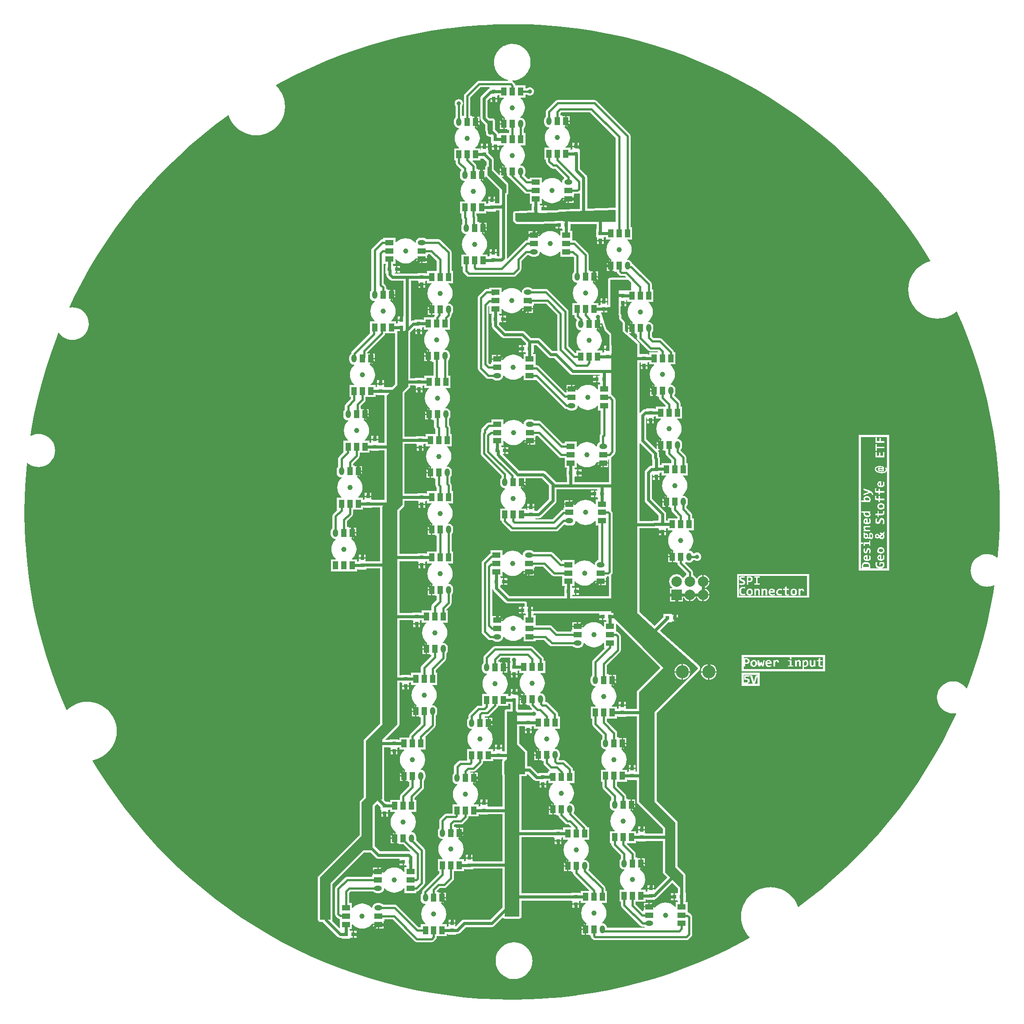
<source format=gbr>
%TF.GenerationSoftware,Altium Limited,Altium Designer,22.1.2 (22)*%
G04 Layer_Physical_Order=1*
G04 Layer_Color=255*
%FSLAX44Y44*%
%MOMM*%
%TF.SameCoordinates,24C6D293-3CD3-4F98-9A45-ED8D72BF35CA*%
%TF.FilePolarity,Positive*%
%TF.FileFunction,Copper,L1,Top,Signal*%
%TF.Part,Single*%
G01*
G75*
%TA.AperFunction,SMDPad,CuDef*%
%ADD10R,1.0000X1.5000*%
%ADD11O,1.0000X1.5000*%
%ADD12R,0.8000X0.8000*%
%ADD13R,0.8000X0.8000*%
%ADD14O,1.5000X1.0000*%
%ADD15R,1.5000X1.0000*%
%TA.AperFunction,Conductor*%
%ADD16C,0.4000*%
%ADD17C,0.6000*%
%TA.AperFunction,ComponentPad*%
%ADD18C,1.0000*%
%ADD19C,2.0000*%
%ADD20R,2.0000X2.0000*%
%ADD21C,2.5000*%
%TA.AperFunction,ViaPad*%
%ADD22C,0.8000*%
G36*
X1533360Y2129206D02*
X1553552Y2128214D01*
X1553553Y2128218D01*
X1563458Y2127731D01*
X1593927Y2125233D01*
X1624298Y2121739D01*
X1654539Y2117253D01*
X1684617Y2111781D01*
X1714499Y2105327D01*
X1744155Y2097898D01*
X1773551Y2089504D01*
X1802657Y2080152D01*
X1831441Y2069853D01*
X1859873Y2058617D01*
X1887923Y2046457D01*
X1915559Y2033386D01*
X1942753Y2019418D01*
X1969475Y2004568D01*
X1995697Y1988851D01*
X2021391Y1972284D01*
X2046529Y1954886D01*
X2071084Y1936674D01*
X2095030Y1917669D01*
X2118342Y1897891D01*
X2140994Y1877360D01*
X2162962Y1856100D01*
X2184223Y1834132D01*
X2204753Y1811480D01*
X2224532Y1788168D01*
X2243537Y1764222D01*
X2261748Y1739666D01*
X2279147Y1714528D01*
X2295713Y1688835D01*
X2303138Y1676448D01*
X2302623Y1675287D01*
X2302399Y1675242D01*
X2295497Y1672899D01*
X2288960Y1669676D01*
X2282900Y1665626D01*
X2277421Y1660821D01*
X2272615Y1655341D01*
X2268566Y1649281D01*
X2265342Y1642744D01*
X2262999Y1635843D01*
X2261652Y1629070D01*
X2261577Y1628694D01*
X2261520Y1627812D01*
X2261470Y1627291D01*
X2261470Y1627288D01*
X2261484Y1627215D01*
X2261440Y1626541D01*
X2261332Y1624891D01*
X2261189Y1623723D01*
X2261217Y1623582D01*
X2261185Y1622653D01*
X2261106Y1621451D01*
X2261135Y1621012D01*
X2261135D01*
X2261239Y1619430D01*
X2261264Y1618630D01*
X2261226Y1618440D01*
X2261279Y1618177D01*
X2261401Y1616957D01*
X2261583Y1614176D01*
X2263005Y1607028D01*
X2265348Y1600127D01*
X2268571Y1593591D01*
X2272620Y1587531D01*
X2277425Y1582052D01*
X2282904Y1577247D01*
X2288964Y1573198D01*
X2295500Y1569975D01*
X2302401Y1567632D01*
X2309168Y1566286D01*
X2309549Y1566210D01*
X2310426Y1566153D01*
X2310948Y1566103D01*
X2310951Y1566103D01*
X2311022Y1566117D01*
X2311698Y1566073D01*
X2312745Y1566004D01*
X2313345Y1565965D01*
X2314512Y1565822D01*
X2314654Y1565850D01*
X2315581Y1565818D01*
X2316800Y1565738D01*
X2317240Y1565767D01*
Y1565768D01*
X2317246Y1565773D01*
X2317383Y1565774D01*
X2317400Y1565778D01*
X2318880Y1565875D01*
X2319686Y1565901D01*
X2319880Y1565863D01*
X2320460Y1565978D01*
X2321412Y1566041D01*
X2324106Y1566217D01*
X2331186Y1567625D01*
X2338020Y1569946D01*
X2340758Y1571295D01*
X2341322Y1571574D01*
X2341603Y1571629D01*
X2341903Y1571830D01*
X2343030Y1572416D01*
X2344522Y1573152D01*
X2348598Y1575876D01*
X2348599Y1575876D01*
X2350598Y1577211D01*
X2353068Y1579378D01*
X2354308Y1579100D01*
X2365747Y1552712D01*
X2376908Y1524468D01*
X2387140Y1495873D01*
X2396430Y1466959D01*
X2404769Y1437757D01*
X2412148Y1408297D01*
X2418560Y1378612D01*
X2423996Y1348732D01*
X2428453Y1318691D01*
X2428974Y1314158D01*
X2428974D01*
X2429122Y1312901D01*
X2431991Y1287965D01*
X2434505Y1257307D01*
X2434869Y1249893D01*
X2434869D01*
X2434947Y1248625D01*
X2436057Y1225080D01*
X2436411Y1202544D01*
X2436411Y1202544D01*
X2436411D01*
X2436420Y1202536D01*
X2436444Y1193116D01*
X2436491Y1192885D01*
X2436096Y1168751D01*
X2436087Y1168705D01*
X2436087D01*
X2436061Y1168574D01*
X2436091Y1168420D01*
X2436035Y1164978D01*
X2435250Y1149002D01*
X2435188Y1147735D01*
X2435188D01*
X2434520Y1134146D01*
X2434098Y1128999D01*
X2434070Y1129001D01*
X2433971Y1127751D01*
X2432727Y1111935D01*
X2432711Y1111883D01*
X2432362Y1108305D01*
X2431184Y1107829D01*
X2430250Y1108628D01*
X2428343Y1109796D01*
X2428300Y1109825D01*
X2427682Y1110238D01*
X2427593Y1110256D01*
X2426071Y1111188D01*
X2421569Y1113053D01*
X2420674Y1113268D01*
X2420247Y1113372D01*
X2420178Y1113418D01*
X2419520Y1113549D01*
X2418363Y1113822D01*
X2416836Y1114189D01*
X2416484Y1114217D01*
X2415228Y1114324D01*
X2414754Y1114418D01*
X2414521Y1114372D01*
X2414245Y1114393D01*
X2413488Y1114453D01*
X2413031Y1114544D01*
X2412935Y1114525D01*
X2412821Y1114528D01*
X2411955Y1114574D01*
X2411930Y1114576D01*
X2411736Y1114562D01*
X2411719Y1114566D01*
X2411684Y1114559D01*
X2410428Y1114507D01*
X2410357Y1114521D01*
X2410090Y1114468D01*
Y1114468D01*
X2409783Y1114407D01*
X2407034Y1114190D01*
X2402260Y1113044D01*
X2397725Y1111165D01*
X2393539Y1108600D01*
X2389806Y1105412D01*
X2386617Y1101679D01*
X2384052Y1097493D01*
X2382173Y1092957D01*
X2381027Y1088183D01*
X2380934Y1086997D01*
X2380924Y1086874D01*
X2380828Y1086361D01*
X2380828Y1086361D01*
X2380827Y1086355D01*
X2380798Y1085411D01*
X2380680Y1084495D01*
X2380703Y1084377D01*
X2380654Y1083432D01*
X2380644Y1083299D01*
X2380658Y1083105D01*
X2380654Y1083089D01*
X2380658Y1083072D01*
X2380661Y1083053D01*
X2380713Y1081797D01*
X2380699Y1081727D01*
X2380752Y1081459D01*
X2380752D01*
X2380813Y1081152D01*
X2381030Y1078404D01*
X2382176Y1073630D01*
X2384055Y1069094D01*
X2386620Y1064908D01*
X2389808Y1061175D01*
X2393541Y1057987D01*
X2397727Y1055422D01*
X2402263Y1053543D01*
X2407037Y1052397D01*
X2408223Y1052303D01*
X2408346Y1052293D01*
X2408859Y1052197D01*
X2408859D01*
X2408865Y1052196D01*
X2409810Y1052167D01*
X2410725Y1052049D01*
X2410843Y1052073D01*
X2411789Y1052024D01*
X2411921Y1052013D01*
X2412152Y1052032D01*
X2412191Y1052024D01*
X2412480Y1052028D01*
X2412701Y1052075D01*
X2412876Y1052089D01*
X2413636Y1052128D01*
X2413825Y1052090D01*
X2414435Y1052211D01*
X2415404Y1052288D01*
X2416829Y1052400D01*
X2421561Y1053536D01*
X2424578Y1054786D01*
X2425592Y1054141D01*
X2425706Y1053975D01*
X2425733Y1053915D01*
X2423960Y1041961D01*
X2418525Y1012094D01*
X2412117Y982422D01*
X2404741Y952974D01*
X2396405Y923785D01*
X2387119Y894883D01*
X2376892Y866301D01*
X2373380Y857413D01*
X2372115Y857303D01*
X2371645Y858069D01*
X2368515Y861735D01*
X2364849Y864865D01*
X2360739Y867384D01*
X2356286Y869229D01*
X2351599Y870354D01*
X2350677Y870427D01*
X2350247Y870460D01*
Y870460D01*
X2349738Y870559D01*
X2348860Y870584D01*
X2348837Y870585D01*
X2348807Y870589D01*
X2347967Y870696D01*
X2347851Y870673D01*
X2346902Y870722D01*
X2346815Y870729D01*
X2346626Y870717D01*
X2346608Y870721D01*
X2346592Y870717D01*
X2346573Y870714D01*
X2345317Y870668D01*
X2345275Y870677D01*
X2345012Y870624D01*
X2345012D01*
X2345012Y870624D01*
X2343774Y870489D01*
X2342008Y870350D01*
X2337320Y869225D01*
X2332866Y867380D01*
X2328756Y864861D01*
X2325090Y861730D01*
X2321959Y858065D01*
X2319440Y853954D01*
X2317595Y849500D01*
X2316470Y844813D01*
X2316380Y843664D01*
X2316369Y843527D01*
X2316272Y843014D01*
Y843014D01*
X2316271Y843008D01*
X2316243Y842084D01*
X2316127Y841187D01*
X2316151Y841069D01*
X2316102Y840124D01*
X2316094Y840017D01*
X2316106Y839829D01*
X2316102Y839811D01*
X2316109Y839775D01*
X2316154Y838515D01*
X2316146Y838478D01*
X2316199Y838210D01*
X2316199D01*
X2316261Y837902D01*
X2316472Y835210D01*
X2317598Y830522D01*
X2319443Y826068D01*
X2321962Y821958D01*
X2325092Y818292D01*
X2328758Y815161D01*
X2332869Y812643D01*
X2337323Y810798D01*
X2342010Y809672D01*
X2343295Y809571D01*
X2343808Y809475D01*
X2343815Y809473D01*
X2344024Y809515D01*
X2344551Y809473D01*
X2345148Y809427D01*
X2345435Y809370D01*
Y809370D01*
X2345636Y809330D01*
X2345846Y809371D01*
X2346805Y809296D01*
X2346994Y809308D01*
X2347012Y809305D01*
X2347047Y809312D01*
X2347716Y809326D01*
X2348067Y809334D01*
X2348283Y809377D01*
X2348285Y809377D01*
X2348580Y809436D01*
X2349534Y809511D01*
X2351601Y809674D01*
X2352212Y809820D01*
X2353013Y808835D01*
X2340782Y782976D01*
X2326758Y755674D01*
X2311849Y728845D01*
X2296069Y702518D01*
X2279436Y676722D01*
X2261969Y651484D01*
X2243685Y626831D01*
X2224604Y602789D01*
X2204747Y579384D01*
X2184134Y556642D01*
X2162789Y534586D01*
X2140733Y513241D01*
X2117991Y492628D01*
X2094586Y472771D01*
X2070544Y453690D01*
X2050733Y438997D01*
X2049521Y439375D01*
X2048721Y441730D01*
X2045472Y448320D01*
X2041390Y454428D01*
X2036546Y459952D01*
X2031022Y464797D01*
X2024913Y468879D01*
X2018323Y472128D01*
X2011366Y474490D01*
X2004425Y475870D01*
X2004160Y475923D01*
X2003171Y475988D01*
X2002658Y476041D01*
X2002655Y476041D01*
X2002567Y476023D01*
X2001900Y476067D01*
X2000899Y476133D01*
X2000305Y476172D01*
X1999138Y476314D01*
X1998999Y476287D01*
X1998066Y476319D01*
X1996866Y476397D01*
X1996424Y476369D01*
Y476369D01*
X1994121Y476218D01*
X1993830Y476276D01*
X1993562Y476222D01*
Y476222D01*
X1993250Y476160D01*
X1989535Y475917D01*
X1982332Y474484D01*
X1975377Y472123D01*
X1968790Y468875D01*
X1962684Y464795D01*
X1957162Y459952D01*
X1952319Y454430D01*
X1948239Y448324D01*
X1944991Y441737D01*
X1942630Y434782D01*
X1941271Y427952D01*
X1941197Y427579D01*
X1941139Y426694D01*
X1941090Y426173D01*
X1941090Y426170D01*
X1941104Y426101D01*
X1941059Y425423D01*
X1940949Y423746D01*
X1940806Y422578D01*
X1940834Y422437D01*
X1940803Y421510D01*
X1940721Y420271D01*
X1940743Y419941D01*
X1940751Y419763D01*
X1940753Y419725D01*
X1940753Y419725D01*
X1940776Y418810D01*
X1940881Y417752D01*
X1940905Y417467D01*
X1940986Y416244D01*
X1940932Y415976D01*
X1941006Y415605D01*
X1941111Y414339D01*
X1941205Y412898D01*
X1942624Y405765D01*
X1944962Y398880D01*
X1945539Y397709D01*
X1945877Y396959D01*
X1945907Y396811D01*
X1946022Y396639D01*
X1946579Y395600D01*
X1948191Y392332D01*
X1949639Y390164D01*
X1950344Y389108D01*
X1952275Y386218D01*
X1957142Y380669D01*
X1957319Y380464D01*
X1957188Y379242D01*
X1941799Y370689D01*
X1914774Y356808D01*
X1887309Y343818D01*
X1859434Y331734D01*
X1831179Y320568D01*
X1802573Y310333D01*
X1773648Y301039D01*
X1744434Y292697D01*
X1714963Y285315D01*
X1685266Y278901D01*
X1655376Y273462D01*
X1625368Y269011D01*
X1624959Y268962D01*
X1624810Y268945D01*
X1624692Y268968D01*
X1624108Y268864D01*
X1622852Y268717D01*
X1594692Y265477D01*
X1564073Y262966D01*
X1557679Y262652D01*
Y262652D01*
X1556415Y262589D01*
X1533116Y261445D01*
X1509366Y261056D01*
X1509366Y261056D01*
Y261056D01*
X1509363Y261053D01*
X1498928Y261030D01*
X1498728Y260989D01*
X1470934Y261444D01*
X1448324Y262555D01*
X1448324Y262549D01*
X1440853Y262916D01*
X1410381Y265415D01*
X1380008Y268909D01*
X1349765Y273395D01*
X1319685Y278868D01*
X1289800Y285323D01*
X1260143Y292752D01*
X1230744Y301147D01*
X1201636Y310499D01*
X1172849Y320799D01*
X1144415Y332036D01*
X1116364Y344197D01*
X1088725Y357269D01*
X1061529Y371238D01*
X1034805Y386090D01*
X1008581Y401808D01*
X982885Y418375D01*
X957745Y435775D01*
X933188Y453988D01*
X909240Y472994D01*
X885927Y492774D01*
X863273Y513307D01*
X841303Y534569D01*
X820041Y556539D01*
X799508Y579192D01*
X779728Y602506D01*
X760722Y626454D01*
X742509Y651011D01*
X725109Y676151D01*
X708542Y701847D01*
X698280Y718967D01*
X698795Y720128D01*
X702970Y720958D01*
X709940Y723324D01*
X716542Y726580D01*
X722662Y730669D01*
X728196Y735522D01*
X733049Y741056D01*
X735001Y743977D01*
X735001Y743977D01*
X735001D01*
X737162Y747212D01*
X740399Y753776D01*
X742718Y760607D01*
X742720Y760608D01*
X742720Y760608D01*
X742747Y760689D01*
X742973Y761824D01*
X744175Y767868D01*
X744252Y769033D01*
X744253Y769034D01*
X744312Y769535D01*
X744292Y769635D01*
X744334Y770278D01*
X744436Y771829D01*
X744578Y772997D01*
X744550Y773135D01*
X744583Y774069D01*
X744661Y775266D01*
X744633Y775710D01*
X744633D01*
X744527Y777322D01*
X744501Y778122D01*
X744539Y778312D01*
X744487Y778575D01*
X744364Y779794D01*
X744180Y782618D01*
X742743Y789841D01*
X740376Y796814D01*
X737118Y803419D01*
X733027Y809543D01*
X728171Y815079D01*
X722634Y819935D01*
X716511Y824027D01*
X709906Y827284D01*
X702932Y829651D01*
X696080Y831014D01*
X695709Y831088D01*
X694822Y831146D01*
X694301Y831195D01*
X694297Y831195D01*
X694229Y831181D01*
X693550Y831226D01*
X692462Y831297D01*
X691195Y831380D01*
X690695Y831480D01*
X690554Y831451D01*
X689627Y831483D01*
X688381Y831565D01*
X687937Y831536D01*
X686681Y831503D01*
X686681Y831503D01*
X686628Y831493D01*
X686533Y831474D01*
X686307Y831429D01*
X684641Y831320D01*
X684026Y831279D01*
X683780Y831328D01*
X683383Y831249D01*
X682123Y831154D01*
X680984Y831079D01*
X673829Y829656D01*
X666922Y827311D01*
X665701Y826709D01*
X665526Y826675D01*
X665410Y826597D01*
X665410Y826597D01*
X665232Y826478D01*
X660354Y824072D01*
X658555Y822870D01*
X657507Y822170D01*
X656457Y821468D01*
X654222Y819975D01*
X649541Y815870D01*
X648008Y816214D01*
X638555Y838018D01*
X627391Y866271D01*
X617157Y894873D01*
X607864Y923796D01*
X599522Y953006D01*
X592141Y982475D01*
X585728Y1012168D01*
X580289Y1042056D01*
X576066Y1070525D01*
X575982Y1071100D01*
X575999Y1071188D01*
X575882Y1071776D01*
X575882Y1071778D01*
X575882Y1071778D01*
X575882Y1071779D01*
X575811Y1072257D01*
X572299Y1102778D01*
X569789Y1133397D01*
X569481Y1139661D01*
X569481D01*
X569418Y1140925D01*
X568267Y1164356D01*
X567899Y1186842D01*
X567879Y1188107D01*
X567879Y1188107D01*
X567760Y1195359D01*
X568264Y1226131D01*
X569089Y1242931D01*
X569089D01*
X569777Y1256938D01*
X572310Y1287821D01*
X572470Y1289214D01*
X573652Y1289679D01*
X576369Y1287358D01*
X577758Y1286507D01*
X577758Y1286507D01*
X578464Y1286048D01*
X578525Y1286036D01*
X578828Y1285851D01*
X580592Y1284770D01*
X585145Y1282884D01*
X586678Y1282516D01*
X586754Y1282465D01*
X587446Y1282327D01*
X587447Y1282328D01*
X587542Y1282308D01*
X589931Y1281735D01*
X590311Y1281705D01*
X591566Y1281598D01*
X592039Y1281504D01*
X592273Y1281550D01*
X592332Y1281546D01*
X593585Y1281414D01*
X593772Y1281377D01*
X593879Y1281399D01*
X594846Y1281348D01*
X594894Y1281344D01*
X595091Y1281358D01*
X595107Y1281355D01*
X595143Y1281362D01*
X596405Y1281417D01*
X596486Y1281401D01*
X596749Y1281453D01*
X597964Y1281586D01*
X599842Y1281734D01*
X604668Y1282892D01*
X609253Y1284791D01*
X613484Y1287384D01*
X617258Y1290607D01*
X620481Y1294381D01*
X623074Y1298612D01*
X624973Y1303197D01*
X626131Y1308023D01*
X626236Y1309346D01*
X626331Y1309859D01*
X626333Y1309865D01*
X626291Y1310072D01*
X626317Y1310399D01*
X626385Y1311267D01*
X626481Y1311749D01*
X626458Y1311866D01*
X626507Y1312812D01*
X626519Y1312960D01*
X626504Y1313157D01*
X626507Y1313173D01*
X626500Y1313208D01*
X626443Y1314454D01*
X626462Y1314552D01*
X626410Y1314815D01*
Y1314815D01*
X626410Y1314815D01*
X626275Y1316053D01*
X626129Y1317908D01*
X624970Y1322733D01*
X623071Y1327318D01*
X620478Y1331550D01*
X617255Y1335323D01*
X613482Y1338546D01*
X609250Y1341139D01*
X604665Y1343038D01*
X599840Y1344197D01*
X598517Y1344301D01*
X598004Y1344397D01*
X597997Y1344398D01*
X597790Y1344357D01*
X597449Y1344384D01*
X596596Y1344451D01*
X596114Y1344547D01*
X595996Y1344523D01*
X595050Y1344572D01*
X594904Y1344584D01*
X594667Y1344565D01*
X594629Y1344572D01*
X594327Y1344568D01*
X594106Y1344521D01*
X593885Y1344504D01*
X593132Y1344465D01*
X592941Y1344503D01*
X592330Y1344382D01*
X591357Y1344305D01*
X589930Y1344193D01*
X585140Y1343043D01*
X580904Y1341288D01*
X580588Y1341157D01*
X580464Y1341081D01*
X579294Y1341854D01*
X580315Y1348736D01*
X585750Y1378602D01*
X592158Y1408275D01*
X599534Y1437723D01*
X607870Y1466913D01*
X617157Y1495815D01*
X627383Y1524397D01*
X632827Y1538172D01*
X634092Y1538282D01*
X634505Y1537609D01*
X637693Y1533876D01*
X641426Y1530688D01*
X642366Y1530112D01*
X642366Y1530110D01*
X643146Y1529626D01*
X643162Y1529622D01*
X643431Y1529458D01*
X645611Y1528122D01*
X650114Y1526257D01*
X650938Y1526059D01*
X651442Y1525936D01*
X651511Y1525890D01*
X652169Y1525760D01*
X652170Y1525759D01*
X652170Y1525759D01*
X653400Y1525468D01*
X654847Y1525121D01*
X655128Y1525099D01*
X656380Y1524995D01*
X656381Y1524995D01*
X656714Y1524929D01*
X656866Y1524899D01*
X657092Y1524944D01*
X658131Y1524862D01*
X658410Y1524807D01*
Y1524806D01*
X658604Y1524768D01*
X658809Y1524809D01*
X659756Y1524734D01*
X659951Y1524747D01*
X659967Y1524744D01*
X660003Y1524751D01*
X661251Y1524804D01*
X661328Y1524789D01*
X661596Y1524842D01*
Y1524842D01*
X661903Y1524903D01*
X664649Y1525119D01*
X669420Y1526265D01*
X673953Y1528142D01*
X678136Y1530706D01*
X681867Y1533892D01*
X685053Y1537623D01*
X687617Y1541806D01*
X689494Y1546339D01*
X690640Y1551110D01*
X690743Y1552418D01*
X690839Y1552931D01*
X690840Y1552937D01*
X690799Y1553145D01*
X690824Y1553466D01*
X690891Y1554312D01*
X690947Y1554595D01*
X690970Y1554712D01*
X690987Y1554796D01*
X690963Y1554914D01*
X691012Y1555859D01*
X691023Y1555989D01*
X691009Y1556184D01*
X691012Y1556201D01*
X691005Y1556236D01*
X690952Y1557485D01*
X690968Y1557562D01*
X690915Y1557825D01*
X690782Y1559040D01*
X690637Y1560883D01*
X689492Y1565654D01*
X687614Y1570187D01*
X685051Y1574370D01*
X681864Y1578101D01*
X678133Y1581287D01*
X673950Y1583851D01*
X669417Y1585728D01*
X664647Y1586874D01*
X663464Y1586967D01*
X663338Y1586977D01*
X662825Y1587073D01*
X662825D01*
X662819Y1587074D01*
X661876Y1587103D01*
X660960Y1587221D01*
X660843Y1587197D01*
X659898Y1587246D01*
X659766Y1587256D01*
X659572Y1587243D01*
X659555Y1587246D01*
X659541Y1587243D01*
X659520Y1587239D01*
X658674Y1587220D01*
X658452Y1587215D01*
X658234Y1587172D01*
X658230Y1587171D01*
X657938Y1587113D01*
X656981Y1587038D01*
X655073Y1586887D01*
X654108Y1587794D01*
X654101Y1587803D01*
X663465Y1607601D01*
X677490Y1634907D01*
X692402Y1661739D01*
X708184Y1688069D01*
X724818Y1713868D01*
X742288Y1739109D01*
X760574Y1763766D01*
X779658Y1787811D01*
X799517Y1811218D01*
X820132Y1833963D01*
X841480Y1856022D01*
X863539Y1877370D01*
X886284Y1897985D01*
X909691Y1917844D01*
X933736Y1936928D01*
X958048Y1954959D01*
X959468Y1954727D01*
X960780Y1950862D01*
X963977Y1944380D01*
X967992Y1938371D01*
X972758Y1932937D01*
X978192Y1928171D01*
X980640Y1926535D01*
X980640Y1926534D01*
Y1926534D01*
X984219Y1924143D01*
X990655Y1920970D01*
X997299Y1918714D01*
X997450Y1918663D01*
X997525Y1918648D01*
X998526Y1918449D01*
X998528Y1918449D01*
X998528Y1918449D01*
X998528Y1918449D01*
X1004477Y1917266D01*
X1005781Y1917180D01*
X1005781Y1917180D01*
X1006268Y1917114D01*
X1006397Y1917139D01*
X1006875Y1917108D01*
X1007029Y1917098D01*
X1008072Y1917030D01*
X1008419Y1917007D01*
X1009586Y1916866D01*
X1009720Y1916893D01*
X1010666Y1916859D01*
X1011732Y1916790D01*
X1012167Y1916818D01*
X1012178Y1916823D01*
X1012429Y1916826D01*
X1012494Y1916839D01*
X1014084Y1916943D01*
X1014838Y1916969D01*
X1015044Y1916928D01*
X1015337Y1916986D01*
X1016557Y1917106D01*
X1018950Y1917262D01*
X1026034Y1918672D01*
X1032875Y1920993D01*
X1039353Y1924188D01*
X1045359Y1928201D01*
X1050790Y1932964D01*
X1055553Y1938395D01*
X1059566Y1944401D01*
X1062761Y1950880D01*
X1065083Y1957720D01*
X1066413Y1964405D01*
X1066492Y1964805D01*
X1066549Y1965664D01*
X1066598Y1966186D01*
X1066599Y1966189D01*
X1066584Y1966262D01*
X1066628Y1966935D01*
X1066717Y1968295D01*
X1066776Y1968889D01*
X1066877Y1969716D01*
X1066849Y1969858D01*
X1066880Y1970784D01*
X1066959Y1971982D01*
X1066930Y1972417D01*
X1066930D01*
X1066898Y1972908D01*
X1066863Y1973874D01*
X1066888Y1973998D01*
X1066797Y1974455D01*
X1066683Y1976188D01*
X1066643Y1976801D01*
X1066682Y1976994D01*
X1066601Y1977438D01*
X1066518Y1978688D01*
X1066482Y1979237D01*
X1065087Y1986252D01*
X1063133Y1992007D01*
X1062788Y1993025D01*
X1062772Y1993057D01*
X1062708Y1993188D01*
X1062707Y1993188D01*
X1062707Y1993188D01*
X1062707Y1993188D01*
X1059613Y1999462D01*
X1058235Y2001525D01*
X1058234Y2001526D01*
D01*
X1055595Y2005475D01*
X1050795Y2010949D01*
X1049870Y2011760D01*
X1050004Y2013023D01*
X1062493Y2019963D01*
X1089517Y2033844D01*
X1116980Y2046834D01*
X1144854Y2058918D01*
X1173109Y2070083D01*
X1201713Y2080318D01*
X1230637Y2089611D01*
X1259850Y2097953D01*
X1289320Y2105335D01*
X1319016Y2111749D01*
X1348906Y2117188D01*
X1378957Y2121645D01*
X1379798Y2121742D01*
X1379900Y2121721D01*
X1380484Y2121821D01*
X1381739Y2121969D01*
X1409596Y2125173D01*
X1440219Y2127684D01*
X1446945Y2128015D01*
Y2128015D01*
X1448209Y2128077D01*
X1471176Y2129205D01*
X1494929Y2129594D01*
X1494929Y2129594D01*
Y2129594D01*
X1494932Y2129597D01*
X1503230Y2129625D01*
X1503568Y2129694D01*
X1533360Y2129206D01*
D02*
G37*
%LPC*%
G36*
X1502389Y2091821D02*
X1502363Y2091816D01*
X1502336Y2091821D01*
X1502133Y2091819D01*
X1502133Y2091819D01*
X1501936Y2091817D01*
X1501910Y2091812D01*
X1501884Y2091817D01*
X1501490Y2091809D01*
X1501464Y2091803D01*
X1501438Y2091807D01*
X1501044Y2091794D01*
X1501019Y2091789D01*
X1500993Y2091792D01*
X1500598Y2091775D01*
X1500573Y2091768D01*
X1500548Y2091772D01*
X1500351Y2091761D01*
X1500349Y2091760D01*
X1500346Y2091760D01*
X1497645Y2091601D01*
X1497299Y2091511D01*
X1496941Y2091497D01*
X1491676Y2090245D01*
X1491351Y2090096D01*
X1491001Y2090021D01*
X1486033Y2087873D01*
X1485739Y2087670D01*
X1485408Y2087535D01*
X1480888Y2084556D01*
X1480634Y2084305D01*
X1480331Y2084115D01*
X1476398Y2080397D01*
X1476191Y2080105D01*
X1475926Y2079865D01*
X1472698Y2075520D01*
X1472545Y2075197D01*
X1472325Y2074915D01*
X1469902Y2070076D01*
X1469807Y2069731D01*
X1469640Y2069414D01*
X1468094Y2064228D01*
X1468060Y2063871D01*
X1467951Y2063531D01*
X1467640Y2060843D01*
X1467640Y2060840D01*
X1467639Y2060836D01*
X1467608Y2060568D01*
X1467611Y2060532D01*
X1467601Y2060498D01*
X1467549Y2059960D01*
X1467553Y2059924D01*
X1467543Y2059889D01*
X1467500Y2059350D01*
X1467504Y2059314D01*
X1467495Y2059279D01*
X1467462Y2058740D01*
X1467467Y2058704D01*
X1467458Y2058669D01*
X1467446Y2058399D01*
X1467446Y2058398D01*
X1467437Y2058195D01*
X1467442Y2058169D01*
X1467435Y2058143D01*
X1467423Y2057736D01*
X1467427Y2057709D01*
X1467422Y2057683D01*
X1467414Y2057275D01*
X1467419Y2057249D01*
X1467413Y2057222D01*
X1467411Y2056815D01*
X1467417Y2056789D01*
X1467411Y2056762D01*
X1467415Y2056361D01*
X1467420Y2056336D01*
X1467415Y2056310D01*
X1467423Y2055916D01*
X1467429Y2055890D01*
X1467425Y2055865D01*
X1467438Y2055470D01*
X1467444Y2055445D01*
X1467440Y2055419D01*
X1467457Y2055025D01*
X1467464Y2054999D01*
X1467460Y2054973D01*
X1467472Y2054776D01*
X1467472Y2054774D01*
X1467472Y2054772D01*
X1467631Y2052071D01*
X1467721Y2051725D01*
X1467735Y2051367D01*
X1468987Y2046102D01*
X1469136Y2045777D01*
X1469211Y2045427D01*
X1471359Y2040459D01*
X1471563Y2040165D01*
X1471697Y2039834D01*
X1474676Y2035314D01*
X1474927Y2035060D01*
X1475117Y2034757D01*
X1478835Y2030824D01*
X1479127Y2030617D01*
X1479367Y2030352D01*
X1483712Y2027124D01*
X1484035Y2026971D01*
X1484317Y2026752D01*
X1489156Y2024328D01*
X1489501Y2024233D01*
X1489818Y2024066D01*
X1495004Y2022520D01*
X1495068Y2022388D01*
X1494267Y2021118D01*
X1439100D01*
X1436759Y2020652D01*
X1434774Y2019326D01*
X1411724Y1996276D01*
X1410398Y1994291D01*
X1409933Y1991950D01*
Y1953850D01*
X1407050D01*
X1406168Y1954755D01*
Y1972896D01*
X1406988Y1973965D01*
X1407794Y1975912D01*
X1408069Y1978000D01*
X1407794Y1980088D01*
X1406988Y1982034D01*
X1405706Y1983706D01*
X1404034Y1984988D01*
X1402088Y1985794D01*
X1400000Y1986069D01*
X1397912Y1985794D01*
X1395966Y1984988D01*
X1394294Y1983706D01*
X1393012Y1982034D01*
X1392206Y1980088D01*
X1391931Y1978000D01*
X1392206Y1975912D01*
X1393012Y1973965D01*
X1393932Y1972766D01*
Y1951500D01*
X1393631Y1951269D01*
X1392189Y1949389D01*
X1391282Y1947200D01*
X1390972Y1944850D01*
Y1939850D01*
X1391282Y1937501D01*
X1392189Y1935311D01*
X1393631Y1933431D01*
X1395511Y1931989D01*
X1397701Y1931082D01*
X1399906Y1930791D01*
X1400368Y1930040D01*
X1400532Y1929662D01*
X1398997Y1928403D01*
X1395998Y1924748D01*
X1393770Y1920579D01*
X1392397Y1916055D01*
X1391934Y1911350D01*
X1392397Y1906645D01*
X1393770Y1902121D01*
X1395998Y1897952D01*
X1398997Y1894297D01*
X1400523Y1893046D01*
X1400095Y1891850D01*
X1391050D01*
Y1868850D01*
X1393932D01*
Y1864520D01*
X1394398Y1862179D01*
X1395724Y1860194D01*
X1404922Y1850997D01*
X1405061Y1849669D01*
X1403619Y1847789D01*
X1402712Y1845600D01*
X1402402Y1843250D01*
Y1838250D01*
X1402712Y1835901D01*
X1403619Y1833711D01*
X1405061Y1831831D01*
X1406941Y1830389D01*
X1409131Y1829482D01*
X1411336Y1829191D01*
X1411798Y1828440D01*
X1411962Y1828062D01*
X1410427Y1826803D01*
X1407428Y1823148D01*
X1405200Y1818979D01*
X1403827Y1814455D01*
X1403364Y1809750D01*
X1403827Y1805045D01*
X1405200Y1800521D01*
X1407428Y1796352D01*
X1410427Y1792697D01*
X1411953Y1791446D01*
X1411525Y1790250D01*
X1402480D01*
Y1767250D01*
X1405363D01*
Y1759520D01*
X1405828Y1757179D01*
X1406882Y1755601D01*
Y1747132D01*
X1406159Y1746189D01*
X1405252Y1744000D01*
X1404942Y1741650D01*
Y1736650D01*
X1405252Y1734301D01*
X1406159Y1732111D01*
X1407601Y1730231D01*
X1409481Y1728789D01*
X1411671Y1727882D01*
X1413876Y1727592D01*
X1414338Y1726840D01*
X1414502Y1726462D01*
X1412967Y1725203D01*
X1409968Y1721548D01*
X1407740Y1717379D01*
X1406367Y1712855D01*
X1405904Y1708150D01*
X1406367Y1703445D01*
X1407740Y1698921D01*
X1409968Y1694752D01*
X1412967Y1691097D01*
X1414493Y1689846D01*
X1414065Y1688650D01*
X1405020D01*
Y1665650D01*
X1407903D01*
Y1656980D01*
X1408368Y1654639D01*
X1409694Y1652654D01*
X1414674Y1647674D01*
X1416659Y1646348D01*
X1419000Y1645883D01*
X1505000D01*
X1507341Y1646348D01*
X1509326Y1647674D01*
X1518326Y1656674D01*
X1519652Y1658659D01*
X1520117Y1661000D01*
Y1676466D01*
X1530954Y1687303D01*
X1534650D01*
X1534881Y1687001D01*
X1536761Y1685559D01*
X1538950Y1684652D01*
X1541300Y1684342D01*
X1546300D01*
X1548649Y1684652D01*
X1550839Y1685559D01*
X1552719Y1687001D01*
X1554161Y1688881D01*
X1555068Y1691071D01*
X1555358Y1693276D01*
X1556110Y1693738D01*
X1556488Y1693902D01*
X1557747Y1692367D01*
X1561402Y1689368D01*
X1565571Y1687140D01*
X1570095Y1685767D01*
X1574800Y1685304D01*
X1579505Y1685767D01*
X1584029Y1687140D01*
X1588198Y1689368D01*
X1591853Y1692367D01*
X1593104Y1693893D01*
X1594300Y1693465D01*
Y1684420D01*
X1617300D01*
Y1684420D01*
X1618452Y1684897D01*
X1620502Y1682846D01*
Y1655070D01*
X1620201Y1654839D01*
X1618759Y1652959D01*
X1617852Y1650770D01*
X1617542Y1648420D01*
Y1643420D01*
X1617852Y1641071D01*
X1618759Y1638881D01*
X1620201Y1637001D01*
X1622081Y1635559D01*
X1624271Y1634652D01*
X1626476Y1634361D01*
X1626938Y1633610D01*
X1627102Y1633232D01*
X1625567Y1631973D01*
X1622568Y1628318D01*
X1620340Y1624149D01*
X1618967Y1619625D01*
X1618504Y1614920D01*
X1618967Y1610215D01*
X1620340Y1605691D01*
X1622568Y1601522D01*
X1625567Y1597867D01*
X1627092Y1596616D01*
X1626664Y1595420D01*
X1617620D01*
Y1572420D01*
X1621462D01*
Y1570420D01*
X1621928Y1568079D01*
X1623254Y1566094D01*
X1626494Y1562854D01*
X1625869Y1562039D01*
X1624962Y1559850D01*
X1624652Y1557500D01*
Y1552500D01*
X1624962Y1550151D01*
X1625869Y1547961D01*
X1627311Y1546081D01*
X1629191Y1544639D01*
X1631381Y1543732D01*
X1633586Y1543441D01*
X1634048Y1542690D01*
X1634212Y1542312D01*
X1632677Y1541053D01*
X1629678Y1537398D01*
X1627450Y1533229D01*
X1626077Y1528705D01*
X1625614Y1524000D01*
X1626077Y1519295D01*
X1627450Y1514771D01*
X1629678Y1510602D01*
X1632677Y1506947D01*
X1634203Y1505696D01*
X1633775Y1504500D01*
X1624730D01*
Y1499296D01*
X1623460Y1499191D01*
X1610117Y1512534D01*
Y1579000D01*
X1609652Y1581341D01*
X1608326Y1583326D01*
X1571126Y1620526D01*
X1569141Y1621852D01*
X1566800Y1622318D01*
X1541290D01*
X1541059Y1622619D01*
X1539179Y1624061D01*
X1536990Y1624968D01*
X1534640Y1625278D01*
X1529640D01*
X1527291Y1624968D01*
X1525101Y1624061D01*
X1523221Y1622619D01*
X1521779Y1620739D01*
X1520872Y1618549D01*
X1520582Y1616344D01*
X1519830Y1615882D01*
X1519452Y1615718D01*
X1518193Y1617253D01*
X1514538Y1620252D01*
X1510369Y1622480D01*
X1505845Y1623853D01*
X1501140Y1624316D01*
X1496435Y1623853D01*
X1491911Y1622480D01*
X1487742Y1620252D01*
X1484087Y1617253D01*
X1482836Y1615727D01*
X1481640Y1616155D01*
Y1625200D01*
X1458640D01*
Y1622318D01*
X1453200D01*
X1450859Y1621852D01*
X1448874Y1620526D01*
X1438214Y1609866D01*
X1436888Y1607881D01*
X1436422Y1605540D01*
Y1470460D01*
X1436888Y1468119D01*
X1438214Y1466134D01*
X1452234Y1452114D01*
X1454219Y1450788D01*
X1456560Y1450323D01*
X1464280D01*
X1464511Y1450021D01*
X1466391Y1448579D01*
X1468581Y1447672D01*
X1470930Y1447362D01*
X1475930D01*
X1478280Y1447672D01*
X1480469Y1448579D01*
X1482349Y1450021D01*
X1483792Y1451901D01*
X1484698Y1454091D01*
X1484989Y1456296D01*
X1485745Y1456760D01*
X1486118Y1456921D01*
X1487377Y1455387D01*
X1491032Y1452388D01*
X1495201Y1450160D01*
X1499725Y1448787D01*
X1504430Y1448324D01*
X1509135Y1448787D01*
X1513659Y1450160D01*
X1517828Y1452388D01*
X1521483Y1455387D01*
X1522734Y1456913D01*
X1523930Y1456485D01*
Y1447440D01*
X1546930D01*
Y1447759D01*
X1548103Y1448245D01*
X1601851Y1394498D01*
X1603836Y1393171D01*
X1606177Y1392706D01*
X1607007D01*
X1607271Y1392361D01*
X1609151Y1390919D01*
X1611340Y1390012D01*
X1613690Y1389702D01*
X1618690D01*
X1621039Y1390012D01*
X1623229Y1390919D01*
X1625109Y1392361D01*
X1626551Y1394241D01*
X1627458Y1396431D01*
X1627749Y1398636D01*
X1628500Y1399098D01*
X1628878Y1399262D01*
X1630137Y1397727D01*
X1633792Y1394728D01*
X1637961Y1392500D01*
X1642485Y1391127D01*
X1647190Y1390664D01*
X1651895Y1391127D01*
X1656419Y1392500D01*
X1660588Y1394728D01*
X1664243Y1397727D01*
X1665494Y1399253D01*
X1666690Y1398825D01*
Y1389780D01*
X1672073D01*
Y1344724D01*
X1671674Y1344326D01*
X1670348Y1342341D01*
X1669883Y1340000D01*
Y1328877D01*
X1669361Y1328661D01*
X1667481Y1327219D01*
X1666039Y1325339D01*
X1665132Y1323150D01*
X1664841Y1320944D01*
X1664090Y1320482D01*
X1663712Y1320318D01*
X1662453Y1321853D01*
X1658798Y1324852D01*
X1654629Y1327080D01*
X1650105Y1328453D01*
X1645400Y1328916D01*
X1640695Y1328453D01*
X1636171Y1327080D01*
X1632002Y1324852D01*
X1628347Y1321853D01*
X1627096Y1320328D01*
X1625900Y1320756D01*
Y1329800D01*
X1602900D01*
Y1326918D01*
X1598930D01*
X1558051Y1367796D01*
X1556067Y1369122D01*
X1553726Y1369588D01*
X1545100D01*
X1544869Y1369889D01*
X1542989Y1371331D01*
X1540800Y1372238D01*
X1538450Y1372548D01*
X1533450D01*
X1531101Y1372238D01*
X1528911Y1371331D01*
X1527031Y1369889D01*
X1525589Y1368009D01*
X1524682Y1365819D01*
X1524391Y1363614D01*
X1523640Y1363152D01*
X1523262Y1362988D01*
X1522003Y1364523D01*
X1518348Y1367522D01*
X1514179Y1369750D01*
X1509655Y1371123D01*
X1504950Y1371586D01*
X1500245Y1371123D01*
X1495721Y1369750D01*
X1491552Y1367522D01*
X1487897Y1364523D01*
X1486646Y1362997D01*
X1485450Y1363425D01*
Y1372470D01*
X1462450D01*
Y1366588D01*
X1457470D01*
X1455129Y1366122D01*
X1453144Y1364796D01*
X1445134Y1356786D01*
X1443808Y1354801D01*
X1443342Y1352460D01*
Y1349143D01*
X1442348Y1347655D01*
X1441882Y1345314D01*
Y1307686D01*
X1442348Y1305345D01*
X1443674Y1303360D01*
X1482072Y1264962D01*
Y1261370D01*
X1481771Y1261139D01*
X1480329Y1259259D01*
X1479422Y1257069D01*
X1479112Y1254720D01*
Y1249720D01*
X1479422Y1247371D01*
X1480329Y1245181D01*
X1481771Y1243301D01*
X1483651Y1241859D01*
X1485841Y1240952D01*
X1488046Y1240661D01*
X1488508Y1239910D01*
X1488672Y1239532D01*
X1487137Y1238272D01*
X1484138Y1234618D01*
X1481910Y1230449D01*
X1480537Y1225925D01*
X1480074Y1221220D01*
X1480537Y1216515D01*
X1481910Y1211991D01*
X1484138Y1207822D01*
X1487137Y1204167D01*
X1488662Y1202916D01*
X1488234Y1201720D01*
X1479190D01*
Y1178720D01*
X1482072D01*
Y1177810D01*
X1482538Y1175469D01*
X1483864Y1173484D01*
X1497674Y1159674D01*
X1499659Y1158348D01*
X1502000Y1157883D01*
X1586000D01*
X1588341Y1158348D01*
X1590326Y1159674D01*
X1602567Y1171916D01*
X1602941Y1171891D01*
X1604821Y1170449D01*
X1607011Y1169542D01*
X1609360Y1169232D01*
X1614360D01*
X1616710Y1169542D01*
X1618899Y1170449D01*
X1620779Y1171891D01*
X1622222Y1173771D01*
X1623128Y1175961D01*
X1623419Y1178166D01*
X1624175Y1178630D01*
X1624548Y1178791D01*
X1625807Y1177257D01*
X1629462Y1174258D01*
X1633631Y1172030D01*
X1638155Y1170657D01*
X1642860Y1170194D01*
X1647565Y1170657D01*
X1652089Y1172030D01*
X1656258Y1174258D01*
X1659913Y1177257D01*
X1661164Y1178783D01*
X1662360Y1178355D01*
Y1169310D01*
X1667742D01*
Y1103097D01*
X1666991Y1102998D01*
X1664801Y1102091D01*
X1662921Y1100649D01*
X1661479Y1098769D01*
X1660572Y1096579D01*
X1660282Y1094374D01*
X1659530Y1093912D01*
X1659152Y1093748D01*
X1657893Y1095283D01*
X1654238Y1098282D01*
X1650069Y1100510D01*
X1645545Y1101883D01*
X1640840Y1102346D01*
X1636135Y1101883D01*
X1631611Y1100510D01*
X1627442Y1098282D01*
X1623787Y1095283D01*
X1622536Y1093757D01*
X1621340Y1094185D01*
Y1103230D01*
X1598340D01*
Y1100913D01*
X1597070Y1100582D01*
X1580556Y1117096D01*
X1578571Y1118422D01*
X1576230Y1118887D01*
X1543310D01*
X1543079Y1119189D01*
X1541199Y1120631D01*
X1539010Y1121538D01*
X1536660Y1121848D01*
X1531660D01*
X1529310Y1121538D01*
X1527121Y1120631D01*
X1525241Y1119189D01*
X1523799Y1117309D01*
X1522892Y1115119D01*
X1522601Y1112914D01*
X1521850Y1112452D01*
X1521472Y1112288D01*
X1520213Y1113823D01*
X1516558Y1116822D01*
X1512389Y1119050D01*
X1507865Y1120423D01*
X1503160Y1120886D01*
X1498455Y1120423D01*
X1493931Y1119050D01*
X1489762Y1116822D01*
X1486107Y1113823D01*
X1484856Y1112298D01*
X1483660Y1112726D01*
Y1121770D01*
X1460660D01*
Y1115539D01*
X1460070Y1115422D01*
X1460070Y1115422D01*
X1458085Y1114096D01*
X1445451Y1101461D01*
X1444658Y1100274D01*
X1444125Y1099477D01*
X1444125Y1099477D01*
X1444125Y1099477D01*
X1443660Y1097136D01*
Y966213D01*
X1444125Y963872D01*
X1445451Y961887D01*
X1455604Y951734D01*
X1457589Y950408D01*
X1459930Y949942D01*
X1464280D01*
X1464511Y949641D01*
X1466391Y948199D01*
X1468581Y947292D01*
X1470930Y946982D01*
X1475930D01*
X1478280Y947292D01*
X1480469Y948199D01*
X1482349Y949641D01*
X1483792Y951521D01*
X1484698Y953711D01*
X1484989Y955916D01*
X1485745Y956380D01*
X1486118Y956541D01*
X1487377Y955007D01*
X1491032Y952008D01*
X1495201Y949780D01*
X1499725Y948407D01*
X1504430Y947944D01*
X1509135Y948407D01*
X1513659Y949780D01*
X1517828Y952008D01*
X1521483Y955007D01*
X1522734Y956533D01*
X1523930Y956105D01*
Y947060D01*
X1546930D01*
Y949942D01*
X1563626D01*
X1573774Y939794D01*
X1575759Y938468D01*
X1578100Y938002D01*
X1618470D01*
X1618701Y937701D01*
X1620581Y936259D01*
X1622770Y935352D01*
X1625120Y935042D01*
X1630120D01*
X1632469Y935352D01*
X1634659Y936259D01*
X1636539Y937701D01*
X1637981Y939581D01*
X1638888Y941771D01*
X1639178Y943976D01*
X1639930Y944438D01*
X1640308Y944602D01*
X1641567Y943067D01*
X1645222Y940068D01*
X1649391Y937840D01*
X1653915Y936467D01*
X1658620Y936004D01*
X1663325Y936467D01*
X1667849Y937840D01*
X1672018Y940068D01*
X1675673Y943067D01*
X1676924Y944593D01*
X1678120Y944165D01*
Y935120D01*
X1678809D01*
X1679295Y933947D01*
X1657344Y911996D01*
X1656018Y910011D01*
X1655553Y907670D01*
Y882160D01*
X1655251Y881929D01*
X1653809Y880049D01*
X1652902Y877860D01*
X1652592Y875510D01*
Y870510D01*
X1652902Y868161D01*
X1653809Y865971D01*
X1655251Y864091D01*
X1657131Y862649D01*
X1659321Y861742D01*
X1661526Y861451D01*
X1661988Y860700D01*
X1662152Y860322D01*
X1660617Y859063D01*
X1657618Y855408D01*
X1655390Y851239D01*
X1654017Y846715D01*
X1653554Y842010D01*
X1654017Y837305D01*
X1655390Y832781D01*
X1657618Y828612D01*
X1660617Y824957D01*
X1662143Y823706D01*
X1661715Y822510D01*
X1652670D01*
Y799510D01*
X1655553D01*
Y789330D01*
X1656018Y786989D01*
X1657344Y785004D01*
X1675112Y767236D01*
Y760990D01*
X1674811Y760759D01*
X1673369Y758879D01*
X1672462Y756690D01*
X1672152Y754340D01*
Y749340D01*
X1672462Y746991D01*
X1673369Y744801D01*
X1674811Y742921D01*
X1676691Y741479D01*
X1678881Y740572D01*
X1681086Y740281D01*
X1681548Y739530D01*
X1681712Y739152D01*
X1680177Y737893D01*
X1677178Y734238D01*
X1674950Y730069D01*
X1673577Y725545D01*
X1673114Y720840D01*
X1673577Y716135D01*
X1674950Y711611D01*
X1677178Y707442D01*
X1680177Y703787D01*
X1681702Y702536D01*
X1681274Y701340D01*
X1672230D01*
Y678340D01*
X1675112D01*
Y668770D01*
X1675578Y666429D01*
X1676904Y664444D01*
X1692383Y648966D01*
Y643400D01*
X1692081Y643169D01*
X1690639Y641289D01*
X1689732Y639100D01*
X1689422Y636750D01*
Y631750D01*
X1689732Y629401D01*
X1690639Y627211D01*
X1692081Y625331D01*
X1693961Y623889D01*
X1696151Y622982D01*
X1698356Y622691D01*
X1698818Y621940D01*
X1698982Y621562D01*
X1697447Y620303D01*
X1694448Y616648D01*
X1692220Y612479D01*
X1690847Y607955D01*
X1690384Y603250D01*
X1690847Y598545D01*
X1692220Y594021D01*
X1694448Y589852D01*
X1697447Y586197D01*
X1698973Y584946D01*
X1698545Y583750D01*
X1689500D01*
Y560750D01*
X1692383D01*
Y558281D01*
X1692848Y555940D01*
X1694174Y553955D01*
X1710672Y537457D01*
Y531120D01*
X1710371Y530889D01*
X1708929Y529009D01*
X1708022Y526819D01*
X1707712Y524470D01*
Y519470D01*
X1708022Y517121D01*
X1708929Y514931D01*
X1710371Y513051D01*
X1712251Y511609D01*
X1714441Y510702D01*
X1716646Y510411D01*
X1717108Y509660D01*
X1717272Y509282D01*
X1715737Y508022D01*
X1712738Y504368D01*
X1710510Y500199D01*
X1709137Y495675D01*
X1708674Y490970D01*
X1709137Y486265D01*
X1710510Y481741D01*
X1712738Y477572D01*
X1715737Y473917D01*
X1717262Y472666D01*
X1716834Y471470D01*
X1707790D01*
Y448470D01*
X1710672D01*
Y442210D01*
X1711138Y439869D01*
X1712464Y437884D01*
X1747764Y402584D01*
X1749749Y401258D01*
X1752090Y400793D01*
X1755630D01*
X1755861Y400491D01*
X1756739Y399818D01*
X1756308Y398548D01*
X1683654D01*
X1683388Y400569D01*
X1682481Y402759D01*
X1681039Y404639D01*
X1679159Y406081D01*
X1676969Y406988D01*
X1674764Y407279D01*
X1674302Y408030D01*
X1674138Y408408D01*
X1675673Y409667D01*
X1678672Y413322D01*
X1680900Y417491D01*
X1682273Y422015D01*
X1682736Y426720D01*
X1682273Y431425D01*
X1680900Y435949D01*
X1678672Y440118D01*
X1675673Y443773D01*
X1674147Y445024D01*
X1674575Y446220D01*
X1683620D01*
Y469220D01*
X1680737D01*
Y474380D01*
X1680272Y476721D01*
X1678946Y478706D01*
X1648210Y509441D01*
X1648701Y510081D01*
X1649608Y512271D01*
X1649918Y514620D01*
Y519620D01*
X1649608Y521970D01*
X1648701Y524159D01*
X1647259Y526039D01*
X1645379Y527482D01*
X1643190Y528388D01*
X1640984Y528679D01*
X1640520Y529435D01*
X1640359Y529808D01*
X1641893Y531067D01*
X1644892Y534722D01*
X1647120Y538891D01*
X1648493Y543415D01*
X1648956Y548120D01*
X1648493Y552825D01*
X1647120Y557349D01*
X1644892Y561518D01*
X1641893Y565173D01*
X1640367Y566424D01*
X1640795Y567620D01*
X1649840D01*
Y590620D01*
X1645773D01*
X1645375Y592618D01*
X1644049Y594603D01*
X1620186Y618466D01*
X1620251Y618551D01*
X1621158Y620740D01*
X1621468Y623090D01*
Y628090D01*
X1621158Y630439D01*
X1620251Y632629D01*
X1618809Y634509D01*
X1616929Y635951D01*
X1614739Y636858D01*
X1612534Y637149D01*
X1612072Y637900D01*
X1611908Y638278D01*
X1613443Y639537D01*
X1616442Y643192D01*
X1618670Y647361D01*
X1620043Y651885D01*
X1620506Y656590D01*
X1620043Y661295D01*
X1618670Y665819D01*
X1616442Y669988D01*
X1613443Y673643D01*
X1611917Y674894D01*
X1612345Y676090D01*
X1621390D01*
Y699090D01*
X1618508D01*
Y701610D01*
X1618042Y703951D01*
X1616716Y705936D01*
X1604326Y718326D01*
X1602341Y719652D01*
X1600000Y720117D01*
X1591938D01*
X1591311Y721387D01*
X1592311Y722691D01*
X1593218Y724880D01*
X1593528Y727230D01*
Y732230D01*
X1593218Y734579D01*
X1592311Y736769D01*
X1590869Y738649D01*
X1588989Y740091D01*
X1586799Y740998D01*
X1584594Y741289D01*
X1584132Y742040D01*
X1583968Y742418D01*
X1585503Y743677D01*
X1588502Y747332D01*
X1590730Y751501D01*
X1592103Y756025D01*
X1592566Y760730D01*
X1592103Y765435D01*
X1590730Y769959D01*
X1588502Y774128D01*
X1585503Y777783D01*
X1583977Y779034D01*
X1584405Y780230D01*
X1593450D01*
Y803230D01*
X1590117D01*
Y808000D01*
X1589652Y810341D01*
X1588326Y812326D01*
X1571326Y829326D01*
X1569341Y830652D01*
X1567000Y831117D01*
X1566378D01*
X1565387Y832388D01*
X1565588Y833910D01*
Y838910D01*
X1565278Y841259D01*
X1564371Y843449D01*
X1562929Y845329D01*
X1561049Y846771D01*
X1558859Y847678D01*
X1556654Y847969D01*
X1556192Y848720D01*
X1556028Y849098D01*
X1557563Y850357D01*
X1560562Y854012D01*
X1562790Y858181D01*
X1564163Y862705D01*
X1564626Y867410D01*
X1564163Y872115D01*
X1562790Y876639D01*
X1560562Y880808D01*
X1557563Y884463D01*
X1556037Y885714D01*
X1556465Y886910D01*
X1565510D01*
Y909910D01*
X1562628D01*
Y913490D01*
X1562162Y915831D01*
X1560836Y917816D01*
X1542326Y936326D01*
X1540341Y937652D01*
X1538000Y938118D01*
X1469000D01*
X1466659Y937652D01*
X1464674Y936326D01*
X1449064Y920716D01*
X1447738Y918731D01*
X1447272Y916390D01*
Y906290D01*
X1446971Y906059D01*
X1445529Y904179D01*
X1444622Y901990D01*
X1444312Y899640D01*
Y894640D01*
X1444622Y892291D01*
X1445529Y890101D01*
X1446971Y888221D01*
X1448851Y886779D01*
X1451041Y885872D01*
X1453246Y885582D01*
X1453708Y884830D01*
X1453872Y884452D01*
X1452337Y883193D01*
X1449338Y879538D01*
X1447110Y875369D01*
X1445737Y870845D01*
X1445274Y866140D01*
X1445737Y861435D01*
X1447110Y856911D01*
X1449338Y852742D01*
X1452337Y849087D01*
X1453863Y847836D01*
X1453435Y846640D01*
X1444390D01*
Y824118D01*
X1438000D01*
X1435659Y823652D01*
X1433674Y822326D01*
X1420364Y809016D01*
X1419038Y807031D01*
X1418573Y804690D01*
Y800360D01*
X1418271Y800129D01*
X1416829Y798249D01*
X1415922Y796059D01*
X1415612Y793710D01*
Y788710D01*
X1415922Y786360D01*
X1416829Y784171D01*
X1418271Y782291D01*
X1420151Y780849D01*
X1422341Y779942D01*
X1424546Y779651D01*
X1425008Y778900D01*
X1425172Y778522D01*
X1423637Y777262D01*
X1420638Y773608D01*
X1418410Y769439D01*
X1417037Y764915D01*
X1416574Y760210D01*
X1417037Y755505D01*
X1418410Y750981D01*
X1420638Y746812D01*
X1423637Y743157D01*
X1425162Y741906D01*
X1424734Y740710D01*
X1415690D01*
Y719118D01*
X1403000D01*
X1400659Y718652D01*
X1398674Y717326D01*
X1392674Y711326D01*
X1391348Y709341D01*
X1390883Y707000D01*
Y694912D01*
X1390331Y694489D01*
X1388889Y692609D01*
X1387982Y690419D01*
X1387672Y688070D01*
Y683070D01*
X1387982Y680720D01*
X1388889Y678531D01*
X1390331Y676651D01*
X1392211Y675208D01*
X1394401Y674302D01*
X1396606Y674011D01*
X1397070Y673255D01*
X1397231Y672882D01*
X1395697Y671623D01*
X1392698Y667968D01*
X1390470Y663799D01*
X1389097Y659275D01*
X1388634Y654570D01*
X1389097Y649865D01*
X1390470Y645341D01*
X1392698Y641172D01*
X1395697Y637518D01*
X1397223Y636266D01*
X1396795Y635070D01*
X1387750D01*
Y617118D01*
X1376000D01*
X1373659Y616652D01*
X1371674Y615326D01*
X1364484Y608136D01*
X1363158Y606151D01*
X1362693Y603810D01*
Y589540D01*
X1362391Y589309D01*
X1360949Y587429D01*
X1360042Y585239D01*
X1359732Y582890D01*
Y577890D01*
X1360042Y575541D01*
X1360949Y573351D01*
X1362391Y571471D01*
X1364271Y570029D01*
X1366461Y569122D01*
X1368666Y568831D01*
X1369128Y568080D01*
X1369292Y567702D01*
X1367757Y566442D01*
X1364758Y562788D01*
X1362530Y558619D01*
X1361157Y554095D01*
X1360694Y549390D01*
X1361157Y544685D01*
X1362530Y540161D01*
X1364758Y535992D01*
X1367757Y532337D01*
X1369282Y531086D01*
X1368854Y529890D01*
X1359810D01*
Y506890D01*
X1362693D01*
Y502664D01*
X1331464Y471436D01*
X1330138Y469451D01*
X1329673Y467110D01*
Y464989D01*
X1329581Y464919D01*
X1328139Y463038D01*
X1327232Y460849D01*
X1326922Y458500D01*
Y453500D01*
X1327232Y451150D01*
X1328139Y448961D01*
X1329581Y447081D01*
X1331461Y445638D01*
X1333651Y444731D01*
X1335856Y444441D01*
X1336320Y443685D01*
X1336481Y443312D01*
X1334947Y442053D01*
X1331948Y438398D01*
X1329720Y434229D01*
X1328347Y429705D01*
X1327884Y425000D01*
X1328347Y420295D01*
X1329720Y415771D01*
X1331948Y411602D01*
X1334947Y407947D01*
X1336473Y406696D01*
X1336045Y405500D01*
X1327000D01*
Y399818D01*
X1322834D01*
X1281446Y441206D01*
X1279461Y442532D01*
X1277120Y442998D01*
X1255020D01*
X1254789Y443299D01*
X1252909Y444742D01*
X1250720Y445648D01*
X1248370Y445958D01*
X1243370D01*
X1241021Y445648D01*
X1238831Y444742D01*
X1236951Y443299D01*
X1235509Y441419D01*
X1234602Y439230D01*
X1234311Y437024D01*
X1233560Y436562D01*
X1233182Y436399D01*
X1231923Y437933D01*
X1228268Y440932D01*
X1224099Y443160D01*
X1219575Y444533D01*
X1214870Y444996D01*
X1210165Y444533D01*
X1205641Y443160D01*
X1201472Y440932D01*
X1197817Y437933D01*
X1196566Y436408D01*
X1195370Y436836D01*
Y445880D01*
X1189988D01*
Y465336D01*
X1192754Y468102D01*
X1236200D01*
X1236431Y467801D01*
X1238311Y466359D01*
X1240500Y465452D01*
X1242850Y465142D01*
X1247850D01*
X1250199Y465452D01*
X1252389Y466359D01*
X1254269Y467801D01*
X1255711Y469681D01*
X1256618Y471871D01*
X1256908Y474076D01*
X1257660Y474538D01*
X1258038Y474702D01*
X1259297Y473167D01*
X1262952Y470168D01*
X1267121Y467940D01*
X1271645Y466567D01*
X1276350Y466104D01*
X1281055Y466567D01*
X1285579Y467940D01*
X1289748Y470168D01*
X1293403Y473167D01*
X1294654Y474693D01*
X1295850Y474265D01*
Y465220D01*
X1318850D01*
Y468180D01*
X1320802Y468568D01*
X1322786Y469894D01*
X1333326Y480434D01*
X1334652Y482418D01*
X1335117Y484759D01*
Y546830D01*
X1334652Y549171D01*
X1333326Y551156D01*
X1318250Y566231D01*
X1318448Y567730D01*
Y572730D01*
X1318138Y575079D01*
X1317231Y577269D01*
X1315789Y579149D01*
X1313909Y580591D01*
X1311720Y581498D01*
X1309514Y581789D01*
X1309052Y582540D01*
X1308889Y582918D01*
X1310423Y584178D01*
X1313422Y587832D01*
X1315650Y592001D01*
X1317023Y596525D01*
X1317486Y601230D01*
X1317023Y605935D01*
X1315650Y610459D01*
X1313422Y614628D01*
X1310423Y618283D01*
X1308898Y619534D01*
X1309326Y620730D01*
X1318370D01*
Y643730D01*
X1315488D01*
Y647836D01*
X1331476Y663824D01*
X1332802Y665809D01*
X1333268Y668150D01*
Y680460D01*
X1333569Y680691D01*
X1335011Y682571D01*
X1335918Y684761D01*
X1336228Y687110D01*
Y692110D01*
X1335918Y694460D01*
X1335011Y696649D01*
X1333569Y698529D01*
X1331689Y699971D01*
X1329500Y700878D01*
X1327294Y701169D01*
X1326832Y701920D01*
X1326669Y702298D01*
X1328203Y703558D01*
X1331202Y707212D01*
X1333430Y711381D01*
X1334803Y715905D01*
X1335266Y720610D01*
X1334803Y725315D01*
X1333430Y729839D01*
X1331202Y734008D01*
X1328203Y737663D01*
X1326678Y738914D01*
X1327106Y740110D01*
X1336150D01*
Y763110D01*
X1336031D01*
X1335545Y764283D01*
X1353826Y782564D01*
X1355152Y784549D01*
X1355618Y786890D01*
Y804400D01*
X1355919Y804631D01*
X1357361Y806511D01*
X1358268Y808700D01*
X1358578Y811050D01*
Y816050D01*
X1358268Y818399D01*
X1357361Y820589D01*
X1355919Y822469D01*
X1354039Y823911D01*
X1351849Y824818D01*
X1349644Y825108D01*
X1349182Y825860D01*
X1349018Y826238D01*
X1350553Y827497D01*
X1353552Y831152D01*
X1355780Y835321D01*
X1357153Y839845D01*
X1357616Y844550D01*
X1357153Y849255D01*
X1355780Y853779D01*
X1353552Y857948D01*
X1350553Y861603D01*
X1349027Y862854D01*
X1349455Y864050D01*
X1358500D01*
Y887050D01*
X1355618D01*
Y892306D01*
X1374146Y910834D01*
X1375472Y912819D01*
X1375938Y915160D01*
Y923780D01*
X1376239Y924011D01*
X1377681Y925891D01*
X1378588Y928080D01*
X1378898Y930430D01*
Y935430D01*
X1378588Y937779D01*
X1377681Y939969D01*
X1376239Y941849D01*
X1374359Y943291D01*
X1372169Y944198D01*
X1369964Y944489D01*
X1369502Y945240D01*
X1369338Y945618D01*
X1370873Y946877D01*
X1373872Y950532D01*
X1376100Y954701D01*
X1377473Y959225D01*
X1377936Y963930D01*
X1377473Y968635D01*
X1376100Y973159D01*
X1373872Y977328D01*
X1370873Y980983D01*
X1369347Y982234D01*
X1369775Y983430D01*
X1378820D01*
Y1006430D01*
X1375938D01*
Y1008286D01*
X1384306Y1016654D01*
X1385632Y1018639D01*
X1386098Y1020980D01*
Y1036810D01*
X1386399Y1037041D01*
X1387841Y1038921D01*
X1388748Y1041110D01*
X1389058Y1043460D01*
Y1048460D01*
X1388748Y1050809D01*
X1387841Y1052999D01*
X1386399Y1054879D01*
X1384519Y1056321D01*
X1382329Y1057228D01*
X1380124Y1057518D01*
X1379662Y1058270D01*
X1379498Y1058648D01*
X1381033Y1059907D01*
X1384032Y1063562D01*
X1386260Y1067731D01*
X1387633Y1072255D01*
X1388096Y1076960D01*
X1387633Y1081665D01*
X1386260Y1086189D01*
X1384032Y1090358D01*
X1381033Y1094013D01*
X1379507Y1095264D01*
X1379935Y1096460D01*
X1388980D01*
Y1119460D01*
X1386098D01*
Y1152380D01*
X1386399Y1152611D01*
X1387841Y1154491D01*
X1388748Y1156680D01*
X1389058Y1159030D01*
Y1164030D01*
X1388748Y1166379D01*
X1387841Y1168569D01*
X1386399Y1170449D01*
X1384519Y1171891D01*
X1382329Y1172798D01*
X1380124Y1173089D01*
X1379662Y1173840D01*
X1379498Y1174218D01*
X1381033Y1175477D01*
X1384032Y1179132D01*
X1386260Y1183301D01*
X1387633Y1187825D01*
X1388096Y1192530D01*
X1387633Y1197235D01*
X1386260Y1201759D01*
X1384032Y1205928D01*
X1381033Y1209583D01*
X1379507Y1210834D01*
X1379935Y1212030D01*
X1388980D01*
Y1235030D01*
X1386098D01*
Y1246020D01*
X1385632Y1248361D01*
X1384306Y1250346D01*
X1383557Y1251094D01*
Y1261600D01*
X1383859Y1261831D01*
X1385301Y1263711D01*
X1386208Y1265900D01*
X1386518Y1268250D01*
Y1273250D01*
X1386208Y1275599D01*
X1385301Y1277789D01*
X1383859Y1279669D01*
X1381979Y1281111D01*
X1379789Y1282018D01*
X1377584Y1282309D01*
X1377122Y1283060D01*
X1376958Y1283438D01*
X1378493Y1284697D01*
X1381492Y1288352D01*
X1383720Y1292521D01*
X1385093Y1297045D01*
X1385556Y1301750D01*
X1385093Y1306455D01*
X1383720Y1310979D01*
X1381492Y1315148D01*
X1378493Y1318803D01*
X1376967Y1320054D01*
X1377395Y1321250D01*
X1386440D01*
Y1344250D01*
X1383557D01*
Y1356360D01*
X1383092Y1358701D01*
X1381766Y1360686D01*
X1381017Y1361434D01*
Y1373360D01*
X1381319Y1373591D01*
X1382761Y1375471D01*
X1383668Y1377660D01*
X1383978Y1380010D01*
Y1385010D01*
X1383668Y1387359D01*
X1382761Y1389549D01*
X1381319Y1391429D01*
X1379439Y1392871D01*
X1377249Y1393778D01*
X1375044Y1394068D01*
X1374582Y1394820D01*
X1374418Y1395198D01*
X1375953Y1396457D01*
X1378952Y1400112D01*
X1381180Y1404281D01*
X1382553Y1408805D01*
X1383016Y1413510D01*
X1382553Y1418215D01*
X1381180Y1422739D01*
X1378952Y1426908D01*
X1375953Y1430563D01*
X1374427Y1431814D01*
X1374855Y1433010D01*
X1383900D01*
Y1456010D01*
X1379747D01*
Y1485120D01*
X1380049Y1485351D01*
X1381491Y1487231D01*
X1382398Y1489420D01*
X1382708Y1491770D01*
Y1496770D01*
X1382398Y1499119D01*
X1381491Y1501309D01*
X1380049Y1503189D01*
X1378169Y1504631D01*
X1375979Y1505538D01*
X1373774Y1505829D01*
X1373312Y1506580D01*
X1373148Y1506958D01*
X1374683Y1508217D01*
X1377682Y1511872D01*
X1379910Y1516041D01*
X1381283Y1520565D01*
X1381746Y1525270D01*
X1381283Y1529975D01*
X1379910Y1534499D01*
X1377682Y1538668D01*
X1374683Y1542323D01*
X1373157Y1543574D01*
X1373585Y1544770D01*
X1382630D01*
Y1565978D01*
X1384306Y1567654D01*
X1385632Y1569639D01*
X1386098Y1571980D01*
Y1574020D01*
X1386399Y1574251D01*
X1387841Y1576131D01*
X1388748Y1578320D01*
X1389058Y1580670D01*
Y1585670D01*
X1388748Y1588019D01*
X1387841Y1590209D01*
X1386399Y1592089D01*
X1384519Y1593531D01*
X1382329Y1594438D01*
X1380124Y1594729D01*
X1379662Y1595480D01*
X1379498Y1595858D01*
X1381033Y1597117D01*
X1384032Y1600772D01*
X1386260Y1604941D01*
X1387633Y1609465D01*
X1388096Y1614170D01*
X1387633Y1618875D01*
X1386260Y1623399D01*
X1384032Y1627568D01*
X1381033Y1631223D01*
X1379507Y1632474D01*
X1379935Y1633670D01*
X1388980D01*
Y1656670D01*
X1386098D01*
Y1692790D01*
X1385632Y1695131D01*
X1384306Y1697116D01*
X1365646Y1715776D01*
X1363661Y1717102D01*
X1361320Y1717567D01*
X1338090D01*
X1337859Y1717869D01*
X1335979Y1719311D01*
X1333790Y1720218D01*
X1331440Y1720528D01*
X1326440D01*
X1324091Y1720218D01*
X1321901Y1719311D01*
X1320021Y1717869D01*
X1318579Y1715989D01*
X1317672Y1713799D01*
X1317381Y1711594D01*
X1316630Y1711132D01*
X1316252Y1710968D01*
X1314993Y1712503D01*
X1311338Y1715502D01*
X1307169Y1717730D01*
X1302645Y1719103D01*
X1297940Y1719566D01*
X1293235Y1719103D01*
X1288711Y1717730D01*
X1284542Y1715502D01*
X1280887Y1712503D01*
X1279636Y1710977D01*
X1278440Y1711405D01*
Y1720450D01*
X1255440D01*
Y1717567D01*
X1253450D01*
X1251109Y1717102D01*
X1249124Y1715776D01*
X1234434Y1701086D01*
X1233108Y1699101D01*
X1232643Y1696760D01*
Y1620030D01*
X1232341Y1619799D01*
X1230899Y1617919D01*
X1229992Y1615730D01*
X1229682Y1613380D01*
Y1608380D01*
X1229992Y1606031D01*
X1230899Y1603841D01*
X1232341Y1601961D01*
X1234221Y1600519D01*
X1236411Y1599612D01*
X1238616Y1599321D01*
X1239078Y1598570D01*
X1239242Y1598192D01*
X1237707Y1596933D01*
X1234708Y1593278D01*
X1232480Y1589109D01*
X1231107Y1584585D01*
X1230644Y1579880D01*
X1231107Y1575175D01*
X1232480Y1570651D01*
X1234708Y1566482D01*
X1237707Y1562827D01*
X1239233Y1561576D01*
X1238805Y1560380D01*
X1229760D01*
Y1537412D01*
X1195674Y1503326D01*
X1194348Y1501341D01*
X1193882Y1499000D01*
Y1498578D01*
X1192971Y1497879D01*
X1191529Y1495999D01*
X1190622Y1493810D01*
X1190312Y1491460D01*
Y1486460D01*
X1190622Y1484111D01*
X1191529Y1481921D01*
X1192971Y1480041D01*
X1194851Y1478599D01*
X1197041Y1477692D01*
X1199246Y1477401D01*
X1199708Y1476650D01*
X1199872Y1476272D01*
X1198337Y1475013D01*
X1195338Y1471358D01*
X1193110Y1467189D01*
X1191737Y1462665D01*
X1191274Y1457960D01*
X1191737Y1453255D01*
X1193110Y1448731D01*
X1195338Y1444562D01*
X1198337Y1440907D01*
X1199863Y1439656D01*
X1199435Y1438460D01*
X1190390D01*
Y1415460D01*
X1193272D01*
Y1411924D01*
X1183634Y1402286D01*
X1182308Y1400301D01*
X1181842Y1397960D01*
Y1391430D01*
X1181541Y1391199D01*
X1180099Y1389319D01*
X1179192Y1387130D01*
X1178882Y1384780D01*
Y1379780D01*
X1179192Y1377431D01*
X1180099Y1375241D01*
X1181541Y1373361D01*
X1183421Y1371919D01*
X1185611Y1371012D01*
X1187816Y1370721D01*
X1188278Y1369970D01*
X1188442Y1369592D01*
X1186907Y1368333D01*
X1183908Y1364678D01*
X1181680Y1360509D01*
X1180307Y1355985D01*
X1179844Y1351280D01*
X1180307Y1346575D01*
X1181680Y1342051D01*
X1183908Y1337882D01*
X1186907Y1334227D01*
X1188433Y1332976D01*
X1188005Y1331780D01*
X1178960D01*
Y1309612D01*
X1170934Y1301586D01*
X1169608Y1299601D01*
X1169143Y1297260D01*
Y1282210D01*
X1168841Y1281979D01*
X1167399Y1280099D01*
X1166492Y1277910D01*
X1166182Y1275560D01*
Y1270560D01*
X1166492Y1268211D01*
X1167399Y1266021D01*
X1168841Y1264141D01*
X1170721Y1262699D01*
X1172911Y1261792D01*
X1175116Y1261501D01*
X1175578Y1260750D01*
X1175742Y1260372D01*
X1174207Y1259113D01*
X1171208Y1255458D01*
X1168980Y1251289D01*
X1167607Y1246765D01*
X1167144Y1242060D01*
X1167607Y1237355D01*
X1168980Y1232831D01*
X1171208Y1228662D01*
X1174207Y1225007D01*
X1175733Y1223756D01*
X1175305Y1222560D01*
X1166260D01*
Y1199560D01*
X1166260D01*
X1166743Y1198394D01*
X1159504Y1191156D01*
X1158178Y1189171D01*
X1157712Y1186830D01*
Y1164100D01*
X1157411Y1163869D01*
X1155969Y1161989D01*
X1155062Y1159800D01*
X1154752Y1157450D01*
Y1152450D01*
X1155062Y1150101D01*
X1155969Y1147911D01*
X1157411Y1146031D01*
X1159291Y1144589D01*
X1161481Y1143682D01*
X1163686Y1143391D01*
X1164148Y1142640D01*
X1164312Y1142262D01*
X1162777Y1141003D01*
X1159778Y1137348D01*
X1157550Y1133179D01*
X1156177Y1128655D01*
X1155714Y1123950D01*
X1156177Y1119245D01*
X1157550Y1114721D01*
X1159778Y1110552D01*
X1162777Y1106897D01*
X1164303Y1105646D01*
X1163875Y1104450D01*
X1154830D01*
Y1081450D01*
X1204830D01*
Y1085889D01*
X1206975D01*
Y1084950D01*
X1222975D01*
Y1086889D01*
X1248922D01*
Y790000D01*
X1248922Y790000D01*
X1248973Y789741D01*
X1219116Y759884D01*
X1218232Y758561D01*
X1217922Y757000D01*
X1217922Y757000D01*
Y648689D01*
X1211116Y641884D01*
X1210232Y640561D01*
X1209922Y639000D01*
X1209922Y639000D01*
Y576919D01*
X1131116Y498114D01*
X1130232Y496791D01*
X1129922Y495230D01*
X1129922Y495230D01*
Y414000D01*
X1130232Y412439D01*
X1131116Y411116D01*
X1132439Y410232D01*
X1134000Y409922D01*
X1139474D01*
X1139502Y409854D01*
X1140624Y408391D01*
X1167983Y381032D01*
X1169445Y379911D01*
X1171148Y379205D01*
X1172975Y378965D01*
X1175870D01*
Y378025D01*
X1191870D01*
Y379485D01*
X1196600D01*
Y386025D01*
Y392565D01*
X1191870D01*
Y394025D01*
X1190930D01*
Y395880D01*
X1195370D01*
Y404924D01*
X1196566Y405352D01*
X1197817Y403827D01*
X1201472Y400828D01*
X1205641Y398600D01*
X1210165Y397227D01*
X1214870Y396764D01*
X1219575Y397227D01*
X1224099Y398600D01*
X1228268Y400828D01*
X1231923Y403827D01*
X1234560Y407041D01*
X1235830Y406587D01*
Y406150D01*
X1255910D01*
Y411880D01*
X1257370D01*
Y414762D01*
X1273376D01*
X1315464Y372674D01*
X1317449Y371348D01*
X1319790Y370882D01*
X1348000D01*
X1350341Y371348D01*
X1352326Y372674D01*
X1356116Y376464D01*
X1357442Y378449D01*
X1357908Y380790D01*
Y382500D01*
X1377000D01*
Y386640D01*
X1378975D01*
Y385700D01*
X1394975D01*
Y386915D01*
X1397295D01*
X1399123Y387155D01*
X1400826Y387861D01*
X1402288Y388983D01*
X1413245Y399940D01*
X1463000D01*
X1464827Y400180D01*
X1466530Y400886D01*
X1467992Y402008D01*
X1483601Y417616D01*
X1484865Y417492D01*
X1485116Y417116D01*
X1486439Y416232D01*
X1488000Y415922D01*
X1515586D01*
X1515586Y415922D01*
X1517146Y416232D01*
X1518470Y417116D01*
X1519354Y418439D01*
X1519768Y419439D01*
X1520078Y421000D01*
Y450660D01*
X1616025D01*
Y449720D01*
X1617485D01*
Y444990D01*
X1624025D01*
X1630565D01*
Y449720D01*
X1632025D01*
Y450660D01*
X1633620D01*
Y446220D01*
X1642665D01*
X1643093Y445024D01*
X1641567Y443773D01*
X1638568Y440118D01*
X1636340Y435949D01*
X1634967Y431425D01*
X1634504Y426720D01*
X1634967Y422015D01*
X1636340Y417491D01*
X1638568Y413322D01*
X1641567Y409667D01*
X1644781Y407030D01*
X1644327Y405760D01*
X1643890D01*
Y395720D01*
Y385680D01*
X1649620D01*
Y384220D01*
X1652502D01*
Y383483D01*
X1652968Y381142D01*
X1654294Y379158D01*
X1656637Y376814D01*
X1658622Y375488D01*
X1660963Y375023D01*
X1836140D01*
X1838481Y375488D01*
X1840466Y376814D01*
X1845326Y381674D01*
X1846652Y383659D01*
X1847117Y386000D01*
Y419000D01*
X1846652Y421341D01*
X1845326Y423326D01*
X1842263Y426389D01*
X1840278Y427715D01*
X1838280Y428112D01*
Y447910D01*
X1833841D01*
Y449975D01*
X1834780D01*
Y465975D01*
X1833841D01*
Y470464D01*
X1834078Y471659D01*
Y500000D01*
X1833768Y501561D01*
X1832884Y502884D01*
X1832884Y502884D01*
X1819078Y516689D01*
Y600000D01*
X1819078Y600000D01*
X1818768Y601561D01*
X1817884Y602884D01*
X1817884Y602884D01*
X1779078Y641689D01*
Y810311D01*
X1828884Y860116D01*
X1828884Y860116D01*
X1861232Y892464D01*
X1861262Y892509D01*
X1861306Y892541D01*
X1861703Y893169D01*
X1862115Y893787D01*
X1862126Y893840D01*
X1862155Y893886D01*
X1862281Y894618D01*
X1862426Y895348D01*
X1862415Y895401D01*
X1862424Y895455D01*
X1862391Y896724D01*
X1862379Y896778D01*
X1862387Y896832D01*
X1862204Y897551D01*
X1862040Y898277D01*
X1862008Y898321D01*
X1861995Y898374D01*
X1861551Y898969D01*
X1861121Y899576D01*
X1861075Y899605D01*
X1861042Y899649D01*
X1786021Y967168D01*
X1785988Y968438D01*
X1801575Y984025D01*
X1807590D01*
Y985485D01*
X1812321D01*
Y992025D01*
Y998565D01*
X1807590D01*
Y1000025D01*
X1791590D01*
Y994010D01*
X1774825Y977245D01*
X1746078Y1003116D01*
Y1163940D01*
X1774000D01*
X1775827Y1164180D01*
X1776358Y1164400D01*
X1782025D01*
Y1163460D01*
X1783485D01*
Y1158730D01*
X1790025D01*
X1796565D01*
Y1163460D01*
X1798025D01*
Y1164400D01*
X1799990D01*
Y1159960D01*
X1809035D01*
X1809463Y1158764D01*
X1807937Y1157513D01*
X1804938Y1153858D01*
X1802710Y1149689D01*
X1801337Y1145165D01*
X1800874Y1140460D01*
X1801337Y1135755D01*
X1802710Y1131231D01*
X1804938Y1127062D01*
X1807937Y1123407D01*
X1811151Y1120770D01*
X1810697Y1119500D01*
X1810260D01*
Y1109460D01*
Y1099420D01*
X1815990D01*
Y1097960D01*
X1818873D01*
Y1097010D01*
X1819338Y1094669D01*
X1820664Y1092684D01*
X1836282Y1077066D01*
Y1074620D01*
X1835340Y1074229D01*
X1832415Y1071985D01*
X1830452Y1069427D01*
X1830109Y1069324D01*
X1829291D01*
X1828948Y1069427D01*
X1826985Y1071985D01*
X1824060Y1074229D01*
X1820655Y1075640D01*
X1817000Y1076121D01*
X1813345Y1075640D01*
X1809940Y1074229D01*
X1807015Y1071985D01*
X1804771Y1069060D01*
X1803360Y1065655D01*
X1802879Y1062000D01*
X1803360Y1058345D01*
X1804771Y1054940D01*
X1807015Y1052015D01*
X1809107Y1050410D01*
X1808676Y1049140D01*
X1804460D01*
Y1037870D01*
X1817000D01*
Y1036600D01*
X1818270D01*
Y1024060D01*
X1829540D01*
Y1031560D01*
X1830810Y1031812D01*
X1831446Y1030276D01*
X1833456Y1027656D01*
X1836076Y1025646D01*
X1839126Y1024383D01*
X1841130Y1024119D01*
Y1036600D01*
X1843670D01*
Y1024119D01*
X1845674Y1024383D01*
X1848724Y1025646D01*
X1851344Y1027656D01*
X1853354Y1030276D01*
X1854413Y1032833D01*
X1855787D01*
X1856846Y1030276D01*
X1858856Y1027656D01*
X1861476Y1025646D01*
X1864526Y1024383D01*
X1866530Y1024119D01*
Y1036600D01*
X1867800D01*
Y1037870D01*
X1880281D01*
X1880017Y1039874D01*
X1878754Y1042924D01*
X1876744Y1045544D01*
X1874124Y1047554D01*
X1871567Y1048613D01*
Y1049987D01*
X1874124Y1051046D01*
X1876744Y1053056D01*
X1878754Y1055676D01*
X1880017Y1058726D01*
X1880281Y1060730D01*
X1867800D01*
Y1062000D01*
X1866530D01*
Y1074481D01*
X1864526Y1074217D01*
X1861476Y1072954D01*
X1858856Y1070944D01*
X1856846Y1068324D01*
X1856525Y1067549D01*
X1855255D01*
X1854629Y1069060D01*
X1852385Y1071985D01*
X1849460Y1074229D01*
X1848517Y1074620D01*
Y1079600D01*
X1848052Y1081941D01*
X1846726Y1083926D01*
X1833610Y1097042D01*
X1833990Y1097960D01*
X1833990D01*
Y1099386D01*
X1835260Y1100012D01*
X1836451Y1099098D01*
X1838640Y1098192D01*
X1840990Y1097882D01*
X1843339Y1098192D01*
X1845529Y1099098D01*
X1847409Y1100541D01*
X1848851Y1102421D01*
X1849233Y1103342D01*
X1851291D01*
X1852425Y1102472D01*
X1854371Y1101666D01*
X1856460Y1101391D01*
X1858548Y1101666D01*
X1860494Y1102472D01*
X1862166Y1103754D01*
X1863448Y1105425D01*
X1864254Y1107371D01*
X1864529Y1109460D01*
X1864254Y1111548D01*
X1863448Y1113494D01*
X1862166Y1115165D01*
X1860494Y1116448D01*
X1858548Y1117254D01*
X1856460Y1117529D01*
X1854371Y1117254D01*
X1852425Y1116448D01*
X1851291Y1115577D01*
X1849233D01*
X1848851Y1116499D01*
X1847409Y1118379D01*
X1845529Y1119821D01*
X1843339Y1120728D01*
X1841134Y1121019D01*
X1840672Y1121770D01*
X1840508Y1122148D01*
X1842043Y1123407D01*
X1845042Y1127062D01*
X1847270Y1131231D01*
X1848643Y1135755D01*
X1849106Y1140460D01*
X1848643Y1145165D01*
X1847270Y1149689D01*
X1845042Y1153858D01*
X1842043Y1157513D01*
X1840517Y1158764D01*
X1840945Y1159960D01*
X1849990D01*
Y1182960D01*
X1847108D01*
Y1189010D01*
X1846642Y1191351D01*
X1845316Y1193336D01*
X1835677Y1202974D01*
Y1205720D01*
X1835979Y1205951D01*
X1837421Y1207831D01*
X1838328Y1210020D01*
X1838638Y1212370D01*
Y1217370D01*
X1838328Y1219719D01*
X1837421Y1221909D01*
X1835979Y1223789D01*
X1834099Y1225231D01*
X1831909Y1226138D01*
X1829704Y1226429D01*
X1829242Y1227180D01*
X1829078Y1227558D01*
X1830613Y1228817D01*
X1833612Y1232472D01*
X1835840Y1236641D01*
X1837213Y1241165D01*
X1837676Y1245870D01*
X1837213Y1250575D01*
X1835840Y1255099D01*
X1833612Y1259268D01*
X1830613Y1262923D01*
X1829087Y1264174D01*
X1829515Y1265370D01*
X1838560D01*
Y1288370D01*
X1835677D01*
Y1299440D01*
X1835212Y1301781D01*
X1833886Y1303766D01*
X1824758Y1312894D01*
Y1314420D01*
X1825059Y1314651D01*
X1826501Y1316531D01*
X1827408Y1318721D01*
X1827718Y1321070D01*
Y1326070D01*
X1827408Y1328420D01*
X1826501Y1330609D01*
X1825059Y1332489D01*
X1823179Y1333932D01*
X1820990Y1334838D01*
X1818784Y1335129D01*
X1818320Y1335885D01*
X1818159Y1336258D01*
X1819693Y1337517D01*
X1822692Y1341172D01*
X1824920Y1345341D01*
X1826293Y1349865D01*
X1826756Y1354570D01*
X1826293Y1359275D01*
X1824920Y1363799D01*
X1822692Y1367968D01*
X1819693Y1371622D01*
X1818167Y1372874D01*
X1818595Y1374070D01*
X1827640D01*
Y1397070D01*
X1824758D01*
Y1403360D01*
X1824292Y1405701D01*
X1822966Y1407686D01*
X1812342Y1418309D01*
X1812359Y1418561D01*
X1813802Y1420441D01*
X1814708Y1422630D01*
X1815018Y1424980D01*
Y1429980D01*
X1814708Y1432330D01*
X1813802Y1434519D01*
X1812359Y1436399D01*
X1810479Y1437841D01*
X1808289Y1438748D01*
X1806084Y1439039D01*
X1805623Y1439790D01*
X1805459Y1440168D01*
X1806993Y1441427D01*
X1809992Y1445082D01*
X1812220Y1449251D01*
X1813593Y1453775D01*
X1814056Y1458480D01*
X1813593Y1463185D01*
X1812220Y1467709D01*
X1809992Y1471878D01*
X1806993Y1475533D01*
X1805468Y1476784D01*
X1805896Y1477980D01*
X1814940D01*
Y1500980D01*
X1812057D01*
Y1501060D01*
X1811592Y1503401D01*
X1810266Y1505386D01*
X1789326Y1526326D01*
X1787341Y1527652D01*
X1785000Y1528118D01*
X1773534D01*
X1769637Y1532014D01*
Y1538460D01*
X1769939Y1538691D01*
X1771381Y1540571D01*
X1772288Y1542760D01*
X1772598Y1545110D01*
Y1550110D01*
X1772288Y1552459D01*
X1771381Y1554649D01*
X1769939Y1556529D01*
X1768059Y1557971D01*
X1765869Y1558878D01*
X1763664Y1559169D01*
X1763202Y1559920D01*
X1763038Y1560298D01*
X1764573Y1561557D01*
X1767572Y1565212D01*
X1769800Y1569381D01*
X1771173Y1573905D01*
X1771636Y1578610D01*
X1771173Y1583315D01*
X1769800Y1587839D01*
X1767572Y1592008D01*
X1764573Y1595663D01*
X1763047Y1596914D01*
X1763475Y1598110D01*
X1772520D01*
Y1621110D01*
X1769637D01*
Y1631480D01*
X1769172Y1633821D01*
X1767846Y1635806D01*
X1734799Y1668853D01*
X1732814Y1670179D01*
X1731841Y1670372D01*
X1731648Y1671839D01*
X1730741Y1674029D01*
X1729299Y1675909D01*
X1727419Y1677351D01*
X1725229Y1678258D01*
X1723024Y1678548D01*
X1722562Y1679300D01*
X1722398Y1679678D01*
X1723933Y1680937D01*
X1726932Y1684592D01*
X1729160Y1688761D01*
X1730533Y1693285D01*
X1730996Y1697990D01*
X1730533Y1702695D01*
X1729160Y1707219D01*
X1726932Y1711388D01*
X1723933Y1715043D01*
X1722407Y1716294D01*
X1722835Y1717490D01*
X1731880D01*
Y1740490D01*
X1728997D01*
Y1915197D01*
X1728532Y1917538D01*
X1727206Y1919523D01*
X1663863Y1982866D01*
X1661878Y1984192D01*
X1659537Y1984657D01*
X1589463D01*
X1587121Y1984192D01*
X1585137Y1982866D01*
X1568444Y1966173D01*
X1567118Y1964189D01*
X1566653Y1961847D01*
Y1952770D01*
X1566351Y1952539D01*
X1564909Y1950659D01*
X1564002Y1948470D01*
X1563692Y1946120D01*
Y1941120D01*
X1564002Y1938771D01*
X1564909Y1936581D01*
X1566351Y1934701D01*
X1568231Y1933259D01*
X1570421Y1932352D01*
X1572626Y1932061D01*
X1573088Y1931310D01*
X1573252Y1930932D01*
X1571717Y1929673D01*
X1568718Y1926018D01*
X1566490Y1921849D01*
X1565117Y1917325D01*
X1564654Y1912620D01*
X1565117Y1907915D01*
X1566490Y1903391D01*
X1568718Y1899222D01*
X1571717Y1895567D01*
X1573243Y1894316D01*
X1572815Y1893120D01*
X1563770D01*
Y1870120D01*
X1566653D01*
Y1867230D01*
X1567118Y1864889D01*
X1568444Y1862904D01*
X1576674Y1854674D01*
X1578659Y1853348D01*
X1581000Y1852883D01*
X1584466D01*
X1601831Y1835517D01*
X1601748Y1834250D01*
X1600691Y1833439D01*
X1599249Y1831559D01*
X1598342Y1829369D01*
X1598051Y1827164D01*
X1597300Y1826702D01*
X1596922Y1826538D01*
X1595663Y1828073D01*
X1592008Y1831072D01*
X1587839Y1833300D01*
X1583315Y1834673D01*
X1578610Y1835136D01*
X1573905Y1834673D01*
X1569381Y1833300D01*
X1565212Y1831072D01*
X1561557Y1828073D01*
X1560306Y1826547D01*
X1559110Y1826975D01*
Y1836020D01*
X1536110D01*
Y1833138D01*
X1532124D01*
X1525707Y1839555D01*
X1526271Y1840291D01*
X1527178Y1842480D01*
X1527488Y1844830D01*
Y1849830D01*
X1527178Y1852179D01*
X1526271Y1854369D01*
X1524829Y1856249D01*
X1522949Y1857691D01*
X1520759Y1858598D01*
X1518554Y1858889D01*
X1518092Y1859640D01*
X1517928Y1860018D01*
X1519463Y1861277D01*
X1522462Y1864932D01*
X1524690Y1869101D01*
X1526063Y1873625D01*
X1526526Y1878330D01*
X1526063Y1883035D01*
X1524690Y1887559D01*
X1522462Y1891728D01*
X1519463Y1895383D01*
X1517937Y1896634D01*
X1518365Y1897830D01*
X1527410D01*
Y1920830D01*
X1524527D01*
Y1929620D01*
X1524829Y1929851D01*
X1526271Y1931731D01*
X1527178Y1933920D01*
X1527488Y1936270D01*
Y1941270D01*
X1527178Y1943619D01*
X1526271Y1945809D01*
X1524829Y1947689D01*
X1522949Y1949131D01*
X1520759Y1950038D01*
X1518554Y1950329D01*
X1518092Y1951080D01*
X1517928Y1951458D01*
X1519463Y1952717D01*
X1522462Y1956372D01*
X1524690Y1960541D01*
X1526063Y1965065D01*
X1526526Y1969770D01*
X1526063Y1974475D01*
X1524690Y1978999D01*
X1522462Y1983168D01*
X1519463Y1986823D01*
X1517937Y1988074D01*
X1518365Y1989270D01*
X1527410D01*
Y1994653D01*
X1530601D01*
X1531736Y1993782D01*
X1533682Y1992976D01*
X1535770Y1992701D01*
X1537859Y1992976D01*
X1539805Y1993782D01*
X1541476Y1995065D01*
X1542758Y1996736D01*
X1543564Y1998682D01*
X1543839Y2000770D01*
X1543564Y2002859D01*
X1542758Y2004805D01*
X1541476Y2006476D01*
X1539805Y2007758D01*
X1537859Y2008564D01*
X1535770Y2008839D01*
X1533682Y2008564D01*
X1531736Y2007758D01*
X1530601Y2006888D01*
X1527410D01*
Y2012270D01*
X1508495D01*
X1508062Y2014449D01*
X1506736Y2016434D01*
X1503844Y2019326D01*
X1502841Y2019996D01*
X1502654Y2021641D01*
X1502816Y2021840D01*
X1502870Y2021841D01*
X1502896Y2021846D01*
X1502922Y2021841D01*
X1503316Y2021849D01*
X1503342Y2021855D01*
X1503367Y2021851D01*
X1503762Y2021864D01*
X1503787Y2021870D01*
X1503813Y2021866D01*
X1504207Y2021884D01*
X1504232Y2021890D01*
X1504258Y2021886D01*
X1504455Y2021898D01*
X1504458Y2021898D01*
X1504460Y2021898D01*
X1507161Y2022057D01*
X1507507Y2022148D01*
X1507865Y2022161D01*
X1513130Y2023413D01*
X1513455Y2023562D01*
X1513805Y2023637D01*
X1518773Y2025785D01*
X1519067Y2025989D01*
X1519398Y2026123D01*
X1523918Y2029102D01*
X1524172Y2029353D01*
X1524475Y2029543D01*
X1528408Y2033261D01*
X1528615Y2033553D01*
X1528880Y2033793D01*
X1532108Y2038138D01*
X1532261Y2038461D01*
X1532481Y2038743D01*
X1534904Y2043583D01*
X1534999Y2043928D01*
X1535166Y2044244D01*
X1536712Y2049431D01*
X1536746Y2049787D01*
X1536855Y2050127D01*
X1537166Y2052815D01*
X1537166Y2052819D01*
X1537167Y2052822D01*
X1537198Y2053090D01*
X1537195Y2053126D01*
X1537205Y2053161D01*
X1537257Y2053699D01*
X1537253Y2053735D01*
X1537263Y2053769D01*
X1537306Y2054308D01*
X1537301Y2054344D01*
X1537311Y2054379D01*
X1537344Y2054919D01*
X1537339Y2054954D01*
X1537348Y2054989D01*
X1537359Y2055259D01*
X1537359Y2055259D01*
X1537359Y2055259D01*
X1537368Y2055463D01*
X1537364Y2055489D01*
X1537370Y2055515D01*
X1537383Y2055922D01*
X1537379Y2055949D01*
X1537384Y2055976D01*
X1537392Y2056383D01*
X1537387Y2056410D01*
X1537392Y2056436D01*
X1537395Y2056843D01*
X1537390Y2056870D01*
X1537395Y2056896D01*
X1537391Y2057297D01*
X1537386Y2057322D01*
X1537391Y2057348D01*
X1537383Y2057742D01*
X1537377Y2057768D01*
X1537381Y2057794D01*
X1537368Y2058188D01*
X1537363Y2058214D01*
X1537366Y2058239D01*
X1537348Y2058634D01*
X1537342Y2058659D01*
X1537346Y2058684D01*
X1537334Y2058881D01*
X1537334Y2058884D01*
X1537334Y2058886D01*
X1537175Y2061587D01*
X1537085Y2061933D01*
X1537071Y2062291D01*
X1535819Y2067556D01*
X1535670Y2067881D01*
X1535595Y2068231D01*
X1533447Y2073199D01*
X1533243Y2073493D01*
X1533109Y2073825D01*
X1530130Y2078344D01*
X1529879Y2078598D01*
X1529689Y2078901D01*
X1525971Y2082834D01*
X1525679Y2083041D01*
X1525439Y2083306D01*
X1521094Y2086534D01*
X1520771Y2086687D01*
X1520489Y2086907D01*
X1515649Y2089330D01*
X1515305Y2089425D01*
X1514988Y2089592D01*
X1509801Y2091138D01*
X1509445Y2091172D01*
X1509105Y2091281D01*
X1506417Y2091592D01*
X1506414Y2091592D01*
X1506411Y2091593D01*
X1506142Y2091624D01*
X1506106Y2091621D01*
X1506071Y2091631D01*
X1505533Y2091683D01*
X1505497Y2091679D01*
X1505463Y2091689D01*
X1504924Y2091732D01*
X1504888Y2091727D01*
X1504853Y2091737D01*
X1504314Y2091770D01*
X1504278Y2091765D01*
X1504243Y2091774D01*
X1503973Y2091786D01*
X1503973Y2091786D01*
X1503973Y2091786D01*
X1503769Y2091795D01*
X1503743Y2091790D01*
X1503717Y2091797D01*
X1503310Y2091809D01*
X1503283Y2091805D01*
X1503257Y2091811D01*
X1502849Y2091818D01*
X1502823Y2091813D01*
X1502796Y2091819D01*
X1502389Y2091821D01*
D02*
G37*
G36*
X1796565Y1156190D02*
X1791295D01*
Y1150920D01*
X1796565D01*
Y1156190D01*
D02*
G37*
G36*
X1788755D02*
X1783485D01*
Y1150920D01*
X1788755D01*
Y1156190D01*
D02*
G37*
G36*
X1807720Y1119500D02*
X1801450D01*
Y1110730D01*
X1807720D01*
Y1119500D01*
D02*
G37*
G36*
Y1108190D02*
X1801450D01*
Y1099420D01*
X1807720D01*
Y1108190D01*
D02*
G37*
G36*
X2224178Y1342611D02*
X2166300D01*
Y1083000D01*
X2224178D01*
Y1342611D01*
D02*
G37*
G36*
X1869070Y1074481D02*
Y1063270D01*
X1880281D01*
X1880017Y1065274D01*
X1878754Y1068324D01*
X1876744Y1070944D01*
X1874124Y1072954D01*
X1871074Y1074217D01*
X1869070Y1074481D01*
D02*
G37*
G36*
X2071082Y1076363D02*
X1933000D01*
Y1031000D01*
X2071082D01*
Y1076363D01*
D02*
G37*
G36*
X1880281Y1035330D02*
X1869070D01*
Y1024119D01*
X1871074Y1024383D01*
X1874124Y1025646D01*
X1876744Y1027656D01*
X1878754Y1030276D01*
X1880017Y1033326D01*
X1880281Y1035330D01*
D02*
G37*
G36*
X1815730D02*
X1804460D01*
Y1024060D01*
X1815730D01*
Y1035330D01*
D02*
G37*
G36*
X1820130Y998565D02*
X1814861D01*
Y993295D01*
X1820130D01*
Y998565D01*
D02*
G37*
G36*
Y990755D02*
X1814861D01*
Y985485D01*
X1820130D01*
Y990755D01*
D02*
G37*
G36*
X1880270Y903988D02*
Y890270D01*
X1893988D01*
X1893822Y891948D01*
X1892962Y894783D01*
X1891566Y897396D01*
X1889686Y899686D01*
X1887396Y901566D01*
X1884783Y902962D01*
X1881948Y903822D01*
X1880270Y903988D01*
D02*
G37*
G36*
X1877730Y903988D02*
X1876052Y903822D01*
X1873217Y902962D01*
X1870604Y901566D01*
X1868314Y899686D01*
X1866434Y897396D01*
X1865038Y894783D01*
X1864178Y891948D01*
X1864012Y890270D01*
X1877730D01*
Y903988D01*
D02*
G37*
G36*
X2101389Y921083D02*
X1941689D01*
Y889729D01*
X2101389D01*
Y921083D01*
D02*
G37*
G36*
X1877730Y887730D02*
X1864012D01*
X1864178Y886052D01*
X1865038Y883217D01*
X1866434Y880604D01*
X1868314Y878314D01*
X1870604Y876434D01*
X1873217Y875038D01*
X1876052Y874178D01*
X1877730Y874012D01*
Y887730D01*
D02*
G37*
G36*
X1893988D02*
X1880270D01*
Y874012D01*
X1881948Y874178D01*
X1884783Y875038D01*
X1887396Y876434D01*
X1889686Y878314D01*
X1891566Y880604D01*
X1892962Y883217D01*
X1893822Y886052D01*
X1893988Y887730D01*
D02*
G37*
G36*
X1976500Y887079D02*
X1942000D01*
Y862000D01*
X1976500D01*
Y887079D01*
D02*
G37*
G36*
X1630565Y442450D02*
X1625295D01*
Y437180D01*
X1630565D01*
Y442450D01*
D02*
G37*
G36*
X1622755D02*
X1617485D01*
Y437180D01*
X1622755D01*
Y442450D01*
D02*
G37*
G36*
X1255910Y403610D02*
X1247140D01*
Y397340D01*
X1255910D01*
Y403610D01*
D02*
G37*
G36*
X1244600D02*
X1235830D01*
Y397340D01*
X1244600D01*
Y403610D01*
D02*
G37*
G36*
X1641350Y405760D02*
X1635080D01*
Y396990D01*
X1641350D01*
Y405760D01*
D02*
G37*
G36*
X1204410Y392565D02*
X1199140D01*
Y387295D01*
X1204410D01*
Y392565D01*
D02*
G37*
G36*
X1641350Y394450D02*
X1635080D01*
Y385680D01*
X1641350D01*
Y394450D01*
D02*
G37*
G36*
X1204410Y384755D02*
X1199140D01*
Y379485D01*
X1204410D01*
Y384755D01*
D02*
G37*
G36*
X1505726Y370647D02*
X1505700Y370642D01*
X1505673Y370647D01*
X1505468Y370645D01*
X1505271Y370644D01*
X1505245Y370638D01*
X1505220Y370643D01*
X1504823Y370635D01*
X1504798Y370629D01*
X1504772Y370634D01*
X1504375Y370621D01*
X1504350Y370615D01*
X1504324Y370619D01*
X1503928Y370601D01*
X1503902Y370594D01*
X1503877Y370598D01*
X1503679Y370587D01*
X1503677Y370586D01*
X1503674Y370586D01*
X1500959Y370426D01*
X1500613Y370336D01*
X1500255Y370322D01*
X1494963Y369064D01*
X1494638Y368915D01*
X1494288Y368839D01*
X1489295Y366680D01*
X1489000Y366477D01*
X1488669Y366342D01*
X1484127Y363349D01*
X1483872Y363097D01*
X1483569Y362907D01*
X1479616Y359170D01*
X1479409Y358878D01*
X1479144Y358638D01*
X1475899Y354271D01*
X1475746Y353948D01*
X1475527Y353666D01*
X1473091Y348801D01*
X1472996Y348457D01*
X1472829Y348140D01*
X1471275Y342927D01*
X1471241Y342571D01*
X1471131Y342230D01*
X1470819Y339528D01*
X1470819Y339525D01*
X1470818Y339522D01*
X1470788Y339252D01*
X1470791Y339216D01*
X1470780Y339182D01*
X1470728Y338641D01*
X1470732Y338605D01*
X1470722Y338570D01*
X1470679Y338028D01*
X1470683Y337993D01*
X1470674Y337958D01*
X1470641Y337415D01*
X1470645Y337380D01*
X1470637Y337345D01*
X1470616Y336869D01*
X1470620Y336842D01*
X1470614Y336816D01*
X1470601Y336407D01*
X1470605Y336380D01*
X1470600Y336354D01*
X1470592Y335945D01*
X1470597Y335918D01*
X1470592Y335892D01*
X1470590Y335482D01*
X1470595Y335456D01*
X1470590Y335429D01*
X1470593Y335026D01*
X1470598Y335001D01*
X1470594Y334975D01*
X1470602Y334579D01*
X1470607Y334553D01*
X1470603Y334527D01*
X1470616Y334131D01*
X1470622Y334105D01*
X1470618Y334080D01*
X1470636Y333683D01*
X1470642Y333658D01*
X1470639Y333632D01*
X1470650Y333434D01*
X1470651Y333432D01*
X1470650Y333430D01*
X1470811Y330715D01*
X1470901Y330369D01*
X1470914Y330011D01*
X1472173Y324719D01*
X1472322Y324394D01*
X1472397Y324044D01*
X1474556Y319050D01*
X1474759Y318756D01*
X1474894Y318425D01*
X1477888Y313882D01*
X1478139Y313628D01*
X1478329Y313325D01*
X1482067Y309371D01*
X1482358Y309164D01*
X1482598Y308899D01*
X1486965Y305655D01*
X1487289Y305502D01*
X1487571Y305282D01*
X1492435Y302846D01*
X1492780Y302752D01*
X1493096Y302584D01*
X1498310Y301030D01*
X1498666Y300997D01*
X1499007Y300887D01*
X1501709Y300575D01*
X1501712Y300575D01*
X1501715Y300574D01*
X1501985Y300543D01*
X1502021Y300546D01*
X1502055Y300536D01*
X1502596Y300484D01*
X1502632Y300487D01*
X1502667Y300477D01*
X1503208Y300435D01*
X1503244Y300439D01*
X1503279Y300430D01*
X1503821Y300396D01*
X1503857Y300401D01*
X1503892Y300392D01*
X1504163Y300380D01*
X1504164Y300381D01*
X1504164Y300380D01*
X1504368Y300371D01*
X1504395Y300376D01*
X1504421Y300369D01*
X1504830Y300357D01*
X1504857Y300361D01*
X1504883Y300355D01*
X1505292Y300348D01*
X1505319Y300353D01*
X1505345Y300347D01*
X1505755Y300345D01*
X1505781Y300350D01*
X1505808Y300345D01*
X1506211Y300348D01*
X1506236Y300354D01*
X1506261Y300349D01*
X1506658Y300357D01*
X1506684Y300363D01*
X1506710Y300359D01*
X1507106Y300372D01*
X1507131Y300378D01*
X1507157Y300374D01*
X1507553Y300392D01*
X1507579Y300398D01*
X1507605Y300394D01*
X1507802Y300406D01*
X1507805Y300406D01*
X1507807Y300406D01*
X1510522Y300566D01*
X1510868Y300657D01*
X1511226Y300670D01*
X1516518Y301929D01*
X1516843Y302078D01*
X1517193Y302153D01*
X1522186Y304312D01*
X1522481Y304515D01*
X1522812Y304650D01*
X1527354Y307644D01*
X1527609Y307895D01*
X1527912Y308085D01*
X1531865Y311822D01*
X1532072Y312114D01*
X1532337Y312354D01*
X1535582Y316721D01*
X1535735Y317044D01*
X1535954Y317327D01*
X1538390Y322191D01*
X1538485Y322536D01*
X1538652Y322852D01*
X1540206Y328066D01*
X1540240Y328422D01*
X1540349Y328762D01*
X1540662Y331464D01*
X1540662Y331467D01*
X1540663Y331470D01*
X1540693Y331740D01*
X1540690Y331776D01*
X1540701Y331811D01*
X1540753Y332352D01*
X1540749Y332388D01*
X1540759Y332422D01*
X1540802Y332964D01*
X1540798Y333000D01*
X1540807Y333035D01*
X1540840Y333577D01*
X1540836Y333613D01*
X1540844Y333647D01*
X1540856Y333919D01*
X1540856Y333919D01*
X1540856Y333919D01*
X1540865Y334124D01*
X1540861Y334151D01*
X1540867Y334177D01*
X1540880Y334586D01*
X1540875Y334612D01*
X1540881Y334638D01*
X1540889Y335048D01*
X1540884Y335074D01*
X1540889Y335101D01*
X1540891Y335510D01*
X1540886Y335537D01*
X1540891Y335563D01*
X1540888Y335966D01*
X1540883Y335992D01*
X1540887Y336017D01*
X1540879Y336414D01*
X1540874Y336439D01*
X1540878Y336465D01*
X1540865Y336861D01*
X1540859Y336887D01*
X1540863Y336913D01*
X1540845Y337309D01*
X1540839Y337334D01*
X1540842Y337360D01*
X1540831Y337558D01*
X1540830Y337560D01*
X1540831Y337562D01*
X1540670Y340278D01*
X1540580Y340624D01*
X1540567Y340981D01*
X1539308Y346274D01*
X1539159Y346599D01*
X1539084Y346949D01*
X1536925Y351942D01*
X1536721Y352236D01*
X1536587Y352568D01*
X1533593Y357110D01*
X1533342Y357365D01*
X1533152Y357667D01*
X1529414Y361621D01*
X1529123Y361828D01*
X1528883Y362093D01*
X1524516Y365337D01*
X1524192Y365490D01*
X1523910Y365710D01*
X1519046Y368146D01*
X1518701Y368241D01*
X1518385Y368408D01*
X1513171Y369962D01*
X1512815Y369995D01*
X1512475Y370105D01*
X1509772Y370418D01*
X1509769Y370417D01*
X1509766Y370418D01*
X1509496Y370449D01*
X1509460Y370446D01*
X1509426Y370457D01*
X1508885Y370509D01*
X1508849Y370505D01*
X1508815Y370515D01*
X1508273Y370558D01*
X1508237Y370553D01*
X1508202Y370563D01*
X1507660Y370596D01*
X1507624Y370591D01*
X1507589Y370600D01*
X1507113Y370621D01*
X1507086Y370617D01*
X1507060Y370623D01*
X1506651Y370635D01*
X1506624Y370631D01*
X1506598Y370637D01*
X1506189Y370644D01*
X1506162Y370639D01*
X1506136Y370645D01*
X1505726Y370647D01*
D02*
G37*
%LPD*%
G36*
X1477410Y1989270D02*
X1486455D01*
X1486883Y1988074D01*
X1485357Y1986823D01*
X1482358Y1983168D01*
X1480130Y1978999D01*
X1478757Y1974475D01*
X1478294Y1969770D01*
X1478757Y1965065D01*
X1480130Y1960541D01*
X1482358Y1956372D01*
X1485357Y1952717D01*
X1488571Y1950080D01*
X1488117Y1948810D01*
X1487680D01*
Y1938770D01*
Y1928730D01*
X1493410D01*
Y1927270D01*
X1496293D01*
Y1920830D01*
X1477410D01*
Y1919991D01*
X1476140Y1919738D01*
X1475598Y1921047D01*
X1474476Y1922509D01*
X1470375Y1926610D01*
X1469078Y1927605D01*
Y1945000D01*
X1468768Y1946561D01*
X1467884Y1947884D01*
X1466561Y1948768D01*
X1465000Y1949078D01*
X1458615D01*
X1455060Y1952633D01*
Y1984075D01*
X1459312Y1988327D01*
X1460004Y1988040D01*
X1467025D01*
X1473565D01*
Y1992770D01*
X1475025D01*
Y1993710D01*
X1477410D01*
Y1989270D01*
D02*
G37*
G36*
X1465000Y1920000D02*
X1456035D01*
Y1922925D01*
X1455795Y1924753D01*
X1455090Y1926455D01*
X1455000Y1926572D01*
Y1945000D01*
X1465000D01*
Y1920000D01*
D02*
G37*
G36*
X1491000Y1822000D02*
X1491000Y1806659D01*
X1489827Y1806173D01*
X1455000Y1841000D01*
X1455000Y1856341D01*
X1456173Y1856827D01*
X1491000Y1822000D01*
D02*
G37*
G36*
X1631940Y1805557D02*
Y1775774D01*
X1592121Y1774456D01*
X1591667Y1774349D01*
X1591201Y1774319D01*
X1590899Y1774170D01*
X1590572Y1774093D01*
X1590192Y1773821D01*
X1589774Y1773615D01*
X1589588Y1773473D01*
X1588878Y1773179D01*
X1587848Y1773043D01*
X1569610D01*
X1569132Y1772948D01*
X1568150Y1773753D01*
Y1774755D01*
X1561610D01*
Y1776025D01*
X1560340D01*
Y1782565D01*
X1555610D01*
Y1784025D01*
X1554670D01*
Y1786020D01*
X1559110D01*
Y1795065D01*
X1560306Y1795493D01*
X1561557Y1793967D01*
X1565212Y1790968D01*
X1569381Y1788740D01*
X1573905Y1787367D01*
X1578610Y1786904D01*
X1583315Y1787367D01*
X1587839Y1788740D01*
X1592008Y1790968D01*
X1595663Y1793967D01*
X1598300Y1797181D01*
X1599570Y1796727D01*
Y1796290D01*
X1619650D01*
Y1802020D01*
X1621110D01*
Y1804883D01*
X1627000D01*
X1629341Y1805348D01*
X1630670Y1806236D01*
X1631940Y1805557D01*
D02*
G37*
G36*
X1452940Y1866400D02*
Y1859775D01*
X1452116Y1859225D01*
X1451232Y1857901D01*
X1450922Y1856341D01*
Y1850790D01*
X1444750D01*
Y1840750D01*
Y1830710D01*
X1451020D01*
Y1837471D01*
X1451591Y1837807D01*
X1452290Y1837942D01*
X1477940Y1812293D01*
Y1786810D01*
X1469515D01*
Y1791480D01*
X1462975D01*
X1456435D01*
Y1786750D01*
X1454975D01*
Y1785810D01*
X1452480D01*
Y1790250D01*
X1443435D01*
X1443007Y1791446D01*
X1444533Y1792697D01*
X1447532Y1796352D01*
X1449760Y1800521D01*
X1451133Y1805045D01*
X1451596Y1809750D01*
X1451133Y1814455D01*
X1449760Y1818979D01*
X1447532Y1823148D01*
X1444533Y1826803D01*
X1441319Y1829440D01*
X1441773Y1830710D01*
X1442210D01*
Y1840750D01*
Y1850790D01*
X1436480D01*
Y1852250D01*
X1433598D01*
Y1857770D01*
X1433132Y1860111D01*
X1431806Y1862095D01*
X1426225Y1867677D01*
X1426711Y1868850D01*
X1441050D01*
Y1872350D01*
X1446990D01*
X1452940Y1866400D01*
D02*
G37*
G36*
X1700762Y1911586D02*
Y1779132D01*
X1699892Y1778144D01*
X1699715Y1778018D01*
X1646973Y1776272D01*
X1646060Y1777155D01*
Y1836000D01*
X1645820Y1837827D01*
X1645114Y1839530D01*
X1643992Y1840992D01*
X1632036Y1852949D01*
Y1880620D01*
X1631975Y1881079D01*
Y1889620D01*
X1630515D01*
Y1894350D01*
X1623975D01*
X1617435D01*
Y1889620D01*
X1615975D01*
Y1888680D01*
X1613770D01*
Y1893120D01*
X1604725D01*
X1604297Y1894316D01*
X1605823Y1895567D01*
X1608822Y1899222D01*
X1611050Y1903391D01*
X1612423Y1907915D01*
X1612886Y1912620D01*
X1612423Y1917325D01*
X1611050Y1921849D01*
X1608822Y1926018D01*
X1605823Y1929673D01*
X1602609Y1932310D01*
X1603063Y1933580D01*
X1603500D01*
Y1943620D01*
X1604770D01*
D01*
X1603500D01*
Y1953660D01*
X1597770D01*
Y1955120D01*
X1594888D01*
Y1959236D01*
X1596534Y1960883D01*
X1651466D01*
X1700762Y1911586D01*
D02*
G37*
G36*
X1477940Y1685060D02*
X1473975D01*
Y1686000D01*
X1472515D01*
Y1690730D01*
X1465975D01*
X1459435D01*
Y1686000D01*
X1457975D01*
Y1684635D01*
X1455020D01*
Y1688650D01*
X1445975D01*
X1445547Y1689846D01*
X1447073Y1691097D01*
X1450072Y1694752D01*
X1452300Y1698921D01*
X1453673Y1703445D01*
X1454136Y1708150D01*
X1453673Y1712855D01*
X1452300Y1717379D01*
X1450072Y1721548D01*
X1447073Y1725203D01*
X1443859Y1727840D01*
X1444313Y1729110D01*
X1444750D01*
Y1739150D01*
X1446020D01*
D01*
X1444750D01*
Y1749190D01*
X1439020D01*
Y1750650D01*
X1435118D01*
Y1760000D01*
X1434652Y1762341D01*
X1433598Y1763919D01*
Y1767250D01*
X1452480D01*
Y1771689D01*
X1454975D01*
Y1770750D01*
X1470975D01*
Y1772689D01*
X1477940D01*
Y1685060D01*
D02*
G37*
G36*
X1700762Y1773059D02*
Y1751000D01*
X1612340D01*
Y1751515D01*
X1599800D01*
Y1752975D01*
X1583800D01*
Y1752035D01*
X1565855D01*
X1564028Y1751795D01*
X1562325Y1751089D01*
X1562208Y1751000D01*
X1510985D01*
X1508000Y1753985D01*
X1508000Y1767589D01*
X1552697Y1769069D01*
X1553610Y1768186D01*
Y1768025D01*
X1569610D01*
Y1768965D01*
X1588115D01*
X1589942Y1769205D01*
X1591645Y1769910D01*
X1592256Y1770379D01*
X1699850Y1773942D01*
X1700762Y1773059D01*
D02*
G37*
G36*
X1459025Y2008770D02*
Y2006601D01*
X1458943Y2006590D01*
X1457240Y2005885D01*
X1455778Y2004763D01*
X1443008Y1991992D01*
X1441886Y1990530D01*
X1441180Y1988827D01*
X1440940Y1987000D01*
Y1949708D01*
X1441180Y1947881D01*
X1441886Y1946178D01*
X1443008Y1944716D01*
X1450922Y1936802D01*
Y1926572D01*
X1451026Y1926049D01*
X1451061Y1925516D01*
X1451180Y1925275D01*
X1451232Y1925011D01*
X1451340Y1924849D01*
X1451821Y1923688D01*
X1451957Y1922658D01*
Y1922388D01*
X1451906Y1922000D01*
X1451957Y1921612D01*
Y1920000D01*
X1452267Y1918439D01*
X1453152Y1917116D01*
X1454151Y1916448D01*
X1454269Y1916294D01*
X1455941Y1915012D01*
X1457887Y1914206D01*
X1459975Y1913931D01*
X1461070Y1914075D01*
X1462025Y1913238D01*
Y1901330D01*
X1463485D01*
Y1896600D01*
X1470025D01*
X1476565D01*
Y1896910D01*
X1477410Y1897830D01*
X1486455D01*
X1486883Y1896634D01*
X1485357Y1895383D01*
X1482358Y1891728D01*
X1480130Y1887559D01*
X1478757Y1883035D01*
X1478294Y1878330D01*
X1478757Y1873625D01*
X1480130Y1869101D01*
X1482358Y1864932D01*
X1485357Y1861277D01*
X1488571Y1858640D01*
X1488117Y1857370D01*
X1487680D01*
Y1847330D01*
Y1837290D01*
X1493410D01*
Y1835830D01*
X1497286D01*
X1498084Y1834635D01*
X1526025Y1806694D01*
X1528009Y1805368D01*
X1530350Y1804902D01*
X1536110D01*
Y1802020D01*
Y1786020D01*
X1540549D01*
Y1784025D01*
X1539610D01*
Y1772717D01*
X1507865Y1771665D01*
X1507155Y1771500D01*
X1506439Y1771357D01*
X1506382Y1771319D01*
X1506315Y1771304D01*
X1505723Y1770879D01*
X1505116Y1770473D01*
X1505078Y1770416D01*
X1505022Y1770376D01*
X1504637Y1769757D01*
X1504232Y1769150D01*
X1504219Y1769083D01*
X1504182Y1769025D01*
X1504064Y1768305D01*
X1503922Y1767589D01*
X1503922Y1753985D01*
X1503922Y1753985D01*
X1504232Y1752424D01*
X1505116Y1751101D01*
X1505116Y1751101D01*
X1508101Y1748116D01*
X1509424Y1747232D01*
X1510985Y1746922D01*
X1510985Y1746922D01*
X1562208D01*
X1562731Y1747026D01*
X1563264Y1747061D01*
X1563505Y1747180D01*
X1563769Y1747232D01*
X1563931Y1747340D01*
X1565092Y1747821D01*
X1566122Y1747957D01*
X1583800D01*
X1584279Y1748052D01*
X1585260Y1747247D01*
Y1746245D01*
X1591800D01*
Y1744975D01*
X1593070D01*
Y1738435D01*
X1597800D01*
Y1736975D01*
X1598740D01*
Y1734420D01*
X1594300D01*
Y1725375D01*
X1593104Y1724947D01*
X1591853Y1726473D01*
X1588198Y1729472D01*
X1584029Y1731700D01*
X1579505Y1733073D01*
X1574800Y1733536D01*
X1570095Y1733073D01*
X1565571Y1731700D01*
X1561402Y1729472D01*
X1557747Y1726473D01*
X1555110Y1723259D01*
X1553840Y1723713D01*
Y1724150D01*
X1543800D01*
X1533760D01*
Y1718420D01*
X1532300D01*
Y1715538D01*
X1530420D01*
X1528079Y1715072D01*
X1526094Y1713746D01*
X1493262Y1680914D01*
X1492059Y1681507D01*
X1492060Y1681515D01*
Y1783265D01*
Y1802684D01*
X1492561Y1802891D01*
X1493884Y1803775D01*
X1493884Y1803776D01*
X1494768Y1805099D01*
X1495078Y1806659D01*
X1495078Y1822000D01*
X1495078Y1822000D01*
X1494768Y1823561D01*
X1493884Y1824884D01*
X1493884Y1824884D01*
X1482651Y1836116D01*
X1483137Y1837290D01*
X1485140D01*
Y1846060D01*
X1478870D01*
Y1841557D01*
X1477697Y1841071D01*
X1467168Y1851599D01*
X1467060Y1851860D01*
Y1869325D01*
X1466820Y1871152D01*
X1466115Y1872855D01*
X1464992Y1874317D01*
X1456975Y1882335D01*
Y1888350D01*
X1455515D01*
Y1893080D01*
X1448975D01*
X1442435D01*
Y1888350D01*
X1441050D01*
Y1891850D01*
X1432005D01*
X1431577Y1893046D01*
X1433103Y1894297D01*
X1436102Y1897952D01*
X1438330Y1902121D01*
X1439703Y1906645D01*
X1440166Y1911350D01*
X1439703Y1916055D01*
X1438330Y1920579D01*
X1436102Y1924748D01*
X1433103Y1928403D01*
X1429889Y1931040D01*
X1430343Y1932310D01*
X1430780D01*
Y1942350D01*
X1432050D01*
D01*
X1430780D01*
Y1952390D01*
X1425050D01*
Y1953850D01*
X1422168D01*
Y1989416D01*
X1441634Y2008882D01*
X1457801D01*
X1459025Y2008770D01*
D02*
G37*
G36*
X1357863Y1676406D02*
Y1656670D01*
X1338980D01*
Y1652231D01*
X1337025D01*
Y1653170D01*
X1321025D01*
Y1652060D01*
X1277081D01*
X1276977Y1652215D01*
X1277656Y1653485D01*
X1279670D01*
Y1660025D01*
Y1666565D01*
X1274940D01*
Y1668025D01*
X1274000D01*
Y1670450D01*
X1278440D01*
Y1679495D01*
X1279636Y1679923D01*
X1280887Y1678397D01*
X1284542Y1675398D01*
X1288711Y1673170D01*
X1293235Y1671797D01*
X1297940Y1671334D01*
X1302645Y1671797D01*
X1307169Y1673170D01*
X1311338Y1675398D01*
X1314993Y1678397D01*
X1317630Y1681611D01*
X1318900Y1681157D01*
Y1680720D01*
X1338980D01*
Y1686450D01*
X1340440D01*
Y1689332D01*
X1344936D01*
X1357863Y1676406D01*
D02*
G37*
G36*
X1663965Y1737000D02*
X1663025D01*
Y1721000D01*
X1664485D01*
Y1716270D01*
X1671025D01*
X1677565D01*
Y1721000D01*
X1679025D01*
Y1721930D01*
X1681880D01*
Y1717490D01*
X1690925D01*
X1691353Y1716294D01*
X1689827Y1715043D01*
X1686828Y1711388D01*
X1684600Y1707219D01*
X1683227Y1702695D01*
X1682764Y1697990D01*
X1683227Y1693285D01*
X1684600Y1688761D01*
X1686828Y1684592D01*
X1689827Y1680937D01*
X1693041Y1678300D01*
X1692587Y1677030D01*
X1692150D01*
Y1666990D01*
Y1656950D01*
X1697880D01*
Y1655490D01*
X1702934D01*
X1703286Y1653721D01*
X1704612Y1651736D01*
X1707184Y1649164D01*
X1709169Y1647838D01*
X1711510Y1647372D01*
X1717846D01*
X1719967Y1645252D01*
X1719481Y1644078D01*
X1705000D01*
X1705000Y1644078D01*
X1705000Y1644078D01*
X1690000D01*
X1688439Y1643768D01*
X1687116Y1642884D01*
X1686232Y1641561D01*
X1685922Y1640000D01*
Y1625000D01*
X1685922Y1625000D01*
X1685922Y1625000D01*
Y1591983D01*
X1684515D01*
Y1596651D01*
X1677975D01*
X1671435D01*
Y1591920D01*
X1669975D01*
Y1590981D01*
X1667620D01*
Y1595420D01*
X1658576D01*
X1658148Y1596616D01*
X1659673Y1597867D01*
X1662672Y1601522D01*
X1664900Y1605691D01*
X1666273Y1610215D01*
X1666736Y1614920D01*
X1666273Y1619625D01*
X1664900Y1624149D01*
X1662672Y1628318D01*
X1659673Y1631973D01*
X1656459Y1634610D01*
X1656913Y1635880D01*
X1657350D01*
Y1645920D01*
Y1655960D01*
X1651620D01*
Y1657420D01*
X1648738D01*
Y1687380D01*
X1648272Y1689721D01*
X1646946Y1691706D01*
X1624906Y1713746D01*
X1622921Y1715072D01*
X1620580Y1715538D01*
X1617300D01*
Y1734420D01*
X1612861D01*
Y1736975D01*
X1613800D01*
Y1746922D01*
X1663965D01*
Y1737000D01*
D02*
G37*
G36*
X1338980Y1633670D02*
X1348025D01*
X1348453Y1632474D01*
X1346927Y1631223D01*
X1343928Y1627568D01*
X1341700Y1623399D01*
X1340327Y1618875D01*
X1339864Y1614170D01*
X1340327Y1609465D01*
X1341700Y1604941D01*
X1343928Y1600772D01*
X1346927Y1597117D01*
X1350141Y1594480D01*
X1349687Y1593210D01*
X1349250D01*
Y1583170D01*
X1347980D01*
D01*
X1349250D01*
Y1573130D01*
X1353682D01*
X1354208Y1571860D01*
X1354101Y1571753D01*
X1352775Y1569768D01*
X1352378Y1567770D01*
X1332630D01*
Y1563331D01*
X1331025D01*
Y1564270D01*
X1315025D01*
Y1562331D01*
X1312770D01*
X1310943Y1562090D01*
X1309240Y1561385D01*
X1309174Y1561334D01*
X1308035Y1561896D01*
Y1637940D01*
X1321025D01*
Y1637170D01*
X1322485D01*
Y1632440D01*
X1329025D01*
X1335565D01*
Y1637170D01*
X1337025D01*
Y1638110D01*
X1338980D01*
Y1633670D01*
D02*
G37*
G36*
X1588882Y1572466D02*
Y1506000D01*
X1589152Y1504646D01*
X1588039Y1503732D01*
X1587827Y1503820D01*
X1586000Y1504060D01*
X1578925D01*
X1556422Y1526562D01*
X1554960Y1527684D01*
X1553257Y1528390D01*
X1551430Y1528630D01*
X1538354D01*
X1526992Y1539992D01*
X1525530Y1541115D01*
X1523827Y1541820D01*
X1522000Y1542060D01*
X1489924D01*
X1477200Y1554785D01*
Y1557025D01*
X1478140D01*
Y1558485D01*
X1482870D01*
Y1565025D01*
Y1571565D01*
X1478140D01*
Y1573025D01*
X1477200D01*
Y1575200D01*
X1481640D01*
Y1584245D01*
X1482836Y1584673D01*
X1484087Y1583147D01*
X1487742Y1580148D01*
X1491911Y1577920D01*
X1496435Y1576547D01*
X1501140Y1576084D01*
X1505845Y1576547D01*
X1510369Y1577920D01*
X1514538Y1580148D01*
X1518193Y1583147D01*
X1520830Y1586361D01*
X1522100Y1585907D01*
Y1585470D01*
X1542180D01*
Y1591200D01*
X1543640D01*
Y1594082D01*
X1567266D01*
X1588882Y1572466D01*
D02*
G37*
G36*
X1259879Y1668025D02*
X1258940D01*
Y1652025D01*
X1260879D01*
Y1650060D01*
X1261120Y1648233D01*
X1261825Y1646530D01*
X1262947Y1645068D01*
X1268008Y1640008D01*
X1269470Y1638885D01*
X1271173Y1638180D01*
X1273000Y1637940D01*
X1293915D01*
Y1569420D01*
X1291245D01*
Y1562880D01*
X1289975D01*
Y1561610D01*
X1283435D01*
Y1556880D01*
X1281975D01*
Y1555940D01*
X1279760D01*
Y1560380D01*
X1270715D01*
X1270287Y1561576D01*
X1271813Y1562827D01*
X1274812Y1566482D01*
X1277040Y1570651D01*
X1278413Y1575175D01*
X1278876Y1579880D01*
X1278413Y1584585D01*
X1277040Y1589109D01*
X1274812Y1593278D01*
X1271813Y1596933D01*
X1268599Y1599570D01*
X1269053Y1600840D01*
X1269490D01*
Y1610880D01*
Y1620920D01*
X1263760D01*
Y1622380D01*
X1260878D01*
Y1625240D01*
X1260412Y1627581D01*
X1259086Y1629566D01*
X1256117Y1632534D01*
Y1670450D01*
X1259879D01*
Y1668025D01*
D02*
G37*
G36*
X1332630Y1544770D02*
X1341675D01*
X1342103Y1543574D01*
X1340577Y1542323D01*
X1337578Y1538668D01*
X1335350Y1534499D01*
X1333977Y1529975D01*
X1333514Y1525270D01*
X1333977Y1520565D01*
X1335350Y1516041D01*
X1337578Y1511872D01*
X1340577Y1508217D01*
X1343791Y1505580D01*
X1343337Y1504310D01*
X1342900D01*
Y1494270D01*
Y1484230D01*
X1348630D01*
Y1482770D01*
X1351512D01*
Y1456010D01*
X1333900D01*
Y1451571D01*
X1332025D01*
Y1452510D01*
X1316025D01*
Y1451571D01*
X1307078D01*
Y1539594D01*
X1315215Y1547730D01*
X1316485Y1547204D01*
Y1543540D01*
X1323025D01*
X1329565D01*
Y1548270D01*
X1331025D01*
Y1549210D01*
X1332630D01*
Y1544770D01*
D02*
G37*
G36*
X1678884Y1544193D02*
X1678963Y1544051D01*
X1678995Y1543892D01*
X1679349Y1543361D01*
X1679661Y1542804D01*
X1679789Y1542704D01*
X1679879Y1542568D01*
X1686895Y1535553D01*
X1687527Y1534729D01*
X1687822Y1534018D01*
X1687957Y1532988D01*
Y1515000D01*
X1688052Y1514522D01*
X1687247Y1513540D01*
X1686245D01*
Y1507000D01*
X1684975D01*
Y1505730D01*
X1678435D01*
Y1501000D01*
X1676975D01*
Y1500060D01*
X1674730D01*
Y1504500D01*
X1665685D01*
X1665257Y1505696D01*
X1666783Y1506947D01*
X1669782Y1510602D01*
X1672010Y1514771D01*
X1673383Y1519295D01*
X1673846Y1524000D01*
X1673383Y1528705D01*
X1672010Y1533229D01*
X1669782Y1537398D01*
X1666783Y1541053D01*
X1663569Y1543690D01*
X1664023Y1544960D01*
X1664460D01*
Y1555000D01*
X1665730D01*
Y1556270D01*
X1673270D01*
Y1557422D01*
X1674524Y1557621D01*
X1678884Y1544193D01*
D02*
G37*
G36*
X1722025Y1601610D02*
X1722520Y1600545D01*
Y1598110D01*
X1731565D01*
X1731993Y1596914D01*
X1730467Y1595663D01*
X1727468Y1592008D01*
X1725240Y1587839D01*
X1723867Y1583315D01*
X1723404Y1578610D01*
X1723867Y1573905D01*
X1725240Y1569381D01*
X1727468Y1565212D01*
X1730467Y1561557D01*
X1733681Y1558920D01*
X1733227Y1557650D01*
X1732790D01*
Y1547610D01*
Y1537570D01*
X1738520D01*
Y1536110D01*
X1741402D01*
Y1528480D01*
X1741868Y1526139D01*
X1743194Y1524154D01*
X1762674Y1504674D01*
X1764659Y1503348D01*
X1767000Y1502883D01*
X1781265D01*
X1781799Y1502213D01*
X1781252Y1500980D01*
X1764940D01*
Y1496540D01*
X1763025D01*
Y1497480D01*
X1747025D01*
X1746078Y1498260D01*
Y1517000D01*
X1745768Y1518561D01*
X1744884Y1519884D01*
X1743797Y1520610D01*
X1743381Y1521183D01*
X1743314Y1521225D01*
X1743264Y1521288D01*
X1725658Y1536379D01*
X1726099Y1537570D01*
X1730250D01*
Y1546340D01*
X1723980D01*
Y1539337D01*
X1722826Y1538806D01*
X1718078Y1542876D01*
Y1557645D01*
X1717768Y1559206D01*
X1716884Y1560529D01*
X1716884Y1560529D01*
X1712105Y1565307D01*
X1711473Y1566131D01*
X1711179Y1566842D01*
X1711043Y1567872D01*
Y1572035D01*
X1710733Y1573596D01*
X1710078Y1574575D01*
Y1589070D01*
X1712755D01*
Y1595610D01*
X1714025D01*
Y1596880D01*
X1720565D01*
Y1601610D01*
X1722025D01*
D02*
G37*
G36*
X1458640Y1589174D02*
Y1575200D01*
X1463079D01*
Y1573025D01*
X1462140D01*
Y1557025D01*
X1463079D01*
Y1551860D01*
X1463320Y1550033D01*
X1464025Y1548330D01*
X1465147Y1546868D01*
X1482008Y1530008D01*
X1483470Y1528885D01*
X1485173Y1528180D01*
X1487000Y1527940D01*
X1519075D01*
X1528370Y1518645D01*
Y1515975D01*
X1527430D01*
Y1514515D01*
X1522699D01*
Y1507975D01*
Y1501435D01*
X1527430D01*
Y1499975D01*
X1528370D01*
Y1497440D01*
X1523930D01*
Y1488395D01*
X1522734Y1487967D01*
X1521483Y1489493D01*
X1517828Y1492492D01*
X1513659Y1494720D01*
X1509135Y1496093D01*
X1504430Y1496556D01*
X1499725Y1496093D01*
X1495201Y1494720D01*
X1491032Y1492492D01*
X1487377Y1489493D01*
X1484740Y1486279D01*
X1483470Y1486734D01*
Y1487170D01*
X1473430D01*
X1463390D01*
Y1481440D01*
X1461930D01*
Y1478558D01*
X1459094D01*
X1456658Y1480994D01*
Y1588965D01*
X1457507Y1589661D01*
X1458640Y1589174D01*
D02*
G37*
G36*
X1764940Y1477980D02*
X1772753D01*
X1773713Y1477854D01*
X1774037Y1477247D01*
X1774152Y1476570D01*
X1772887Y1475533D01*
X1769888Y1471878D01*
X1767660Y1467709D01*
X1766287Y1463185D01*
X1765824Y1458480D01*
X1766287Y1453775D01*
X1767660Y1449251D01*
X1769888Y1445082D01*
X1772887Y1441427D01*
X1776101Y1438790D01*
X1775647Y1437520D01*
X1775210D01*
Y1427480D01*
Y1417440D01*
X1780940D01*
Y1415980D01*
X1783822D01*
Y1414060D01*
X1784288Y1411719D01*
X1785614Y1409734D01*
X1796523Y1398826D01*
Y1397070D01*
X1777640D01*
Y1392630D01*
X1775025D01*
Y1393570D01*
X1759025D01*
Y1392060D01*
X1757000D01*
X1755173Y1391820D01*
X1753470Y1391115D01*
X1752007Y1389992D01*
X1747348Y1385333D01*
X1746078Y1385815D01*
Y1480699D01*
X1747025Y1481480D01*
X1748485D01*
Y1476750D01*
X1755025D01*
X1761565D01*
Y1481480D01*
X1763025D01*
Y1482419D01*
X1764940D01*
Y1477980D01*
D02*
G37*
G36*
X1277922Y1439689D02*
X1272268Y1434035D01*
X1257975D01*
Y1434960D01*
X1256515D01*
Y1439690D01*
X1249975D01*
X1243435D01*
Y1434960D01*
X1241975D01*
Y1434020D01*
X1240390D01*
Y1438460D01*
X1231345D01*
X1230917Y1439656D01*
X1232443Y1440907D01*
X1235442Y1444562D01*
X1237670Y1448731D01*
X1239043Y1453255D01*
X1239506Y1457960D01*
X1239043Y1462665D01*
X1237670Y1467189D01*
X1235442Y1471358D01*
X1232443Y1475013D01*
X1229229Y1477650D01*
X1229683Y1478920D01*
X1230120D01*
Y1488960D01*
Y1499000D01*
X1224508D01*
Y1500856D01*
X1257153Y1533501D01*
X1258479Y1535486D01*
X1258856Y1537380D01*
X1277922D01*
Y1439689D01*
D02*
G37*
G36*
X1333900Y1433010D02*
X1342945D01*
X1343373Y1431814D01*
X1341847Y1430563D01*
X1338848Y1426908D01*
X1336620Y1422739D01*
X1335247Y1418215D01*
X1334784Y1413510D01*
X1335247Y1408805D01*
X1336620Y1404281D01*
X1338848Y1400112D01*
X1341847Y1396457D01*
X1345061Y1393820D01*
X1344607Y1392550D01*
X1344170D01*
Y1382510D01*
X1342900D01*
D01*
X1344170D01*
Y1372470D01*
X1349900D01*
Y1371010D01*
X1352782D01*
Y1358900D01*
X1353248Y1356559D01*
X1354574Y1354574D01*
X1355323Y1353826D01*
Y1344250D01*
X1336440D01*
Y1339811D01*
X1334025D01*
Y1340750D01*
X1318025D01*
Y1339811D01*
X1296078D01*
Y1423311D01*
X1305884Y1433116D01*
X1306768Y1434439D01*
X1307078Y1436000D01*
X1307078Y1436000D01*
Y1437450D01*
X1316025D01*
Y1436510D01*
X1317485D01*
Y1431780D01*
X1324025D01*
X1330565D01*
Y1436510D01*
X1332025D01*
Y1437450D01*
X1333900D01*
Y1433010D01*
D02*
G37*
G36*
X1571008Y1492008D02*
X1572470Y1490885D01*
X1574173Y1490180D01*
X1576000Y1489940D01*
X1583076D01*
X1613008Y1460007D01*
X1614470Y1458885D01*
X1616173Y1458180D01*
X1618000Y1457940D01*
X1670190D01*
Y1456515D01*
X1665460D01*
Y1449975D01*
Y1443435D01*
X1670190D01*
Y1441975D01*
X1671130D01*
Y1439780D01*
X1666690D01*
Y1430735D01*
X1665494Y1430307D01*
X1664243Y1431833D01*
X1660588Y1434832D01*
X1656419Y1437060D01*
X1651895Y1438433D01*
X1647190Y1438896D01*
X1642485Y1438433D01*
X1637961Y1437060D01*
X1633792Y1434832D01*
X1630137Y1431833D01*
X1627500Y1428619D01*
X1626230Y1429073D01*
Y1429510D01*
X1616190D01*
X1606150D01*
Y1423780D01*
X1604690D01*
X1604690Y1423780D01*
Y1423780D01*
X1603685Y1424386D01*
X1553256Y1474816D01*
X1551271Y1476142D01*
X1548930Y1476607D01*
X1546930D01*
Y1479440D01*
Y1497440D01*
X1542490D01*
Y1499975D01*
X1543430D01*
Y1514510D01*
X1548506D01*
X1571008Y1492008D01*
D02*
G37*
G36*
X1777640Y1374070D02*
X1786685D01*
X1787113Y1372874D01*
X1785587Y1371622D01*
X1782588Y1367968D01*
X1780360Y1363799D01*
X1778987Y1359275D01*
X1778524Y1354570D01*
X1778987Y1349865D01*
X1780360Y1345341D01*
X1782588Y1341172D01*
X1785587Y1337517D01*
X1788801Y1334880D01*
X1788346Y1333610D01*
X1787910D01*
Y1323570D01*
Y1313530D01*
X1793640D01*
Y1312070D01*
X1796523D01*
Y1307360D01*
X1796988Y1305019D01*
X1798314Y1303034D01*
X1807442Y1293906D01*
Y1288370D01*
X1788560D01*
Y1284931D01*
X1785085D01*
Y1296984D01*
X1784845Y1298811D01*
X1784139Y1300514D01*
X1783625Y1301184D01*
Y1307435D01*
X1783385Y1309263D01*
X1782679Y1310965D01*
X1781686Y1312260D01*
X1781966Y1313415D01*
X1782014Y1313530D01*
X1785370D01*
Y1322300D01*
X1779100D01*
Y1316544D01*
X1777927Y1316058D01*
X1759060Y1334924D01*
Y1375930D01*
X1759215Y1376037D01*
X1760485Y1375371D01*
Y1372840D01*
X1767025D01*
X1773565D01*
Y1377570D01*
X1775025D01*
Y1378510D01*
X1777640D01*
Y1374070D01*
D02*
G37*
G36*
X1592184Y1300474D02*
X1594169Y1299148D01*
X1596510Y1298683D01*
X1602900D01*
Y1295800D01*
Y1279800D01*
X1607340D01*
Y1278025D01*
X1606400D01*
Y1262025D01*
X1607340D01*
Y1252575D01*
X1586080D01*
X1584992Y1253992D01*
X1566992Y1271992D01*
X1565530Y1273114D01*
X1563827Y1273820D01*
X1562000Y1274060D01*
X1515652D01*
X1484401Y1305312D01*
X1484887Y1306485D01*
X1486680D01*
Y1313025D01*
Y1319565D01*
X1481950D01*
Y1321025D01*
X1481010D01*
Y1322470D01*
X1485450D01*
Y1331515D01*
X1486646Y1331943D01*
X1487897Y1330417D01*
X1491552Y1327418D01*
X1495721Y1325190D01*
X1500245Y1323817D01*
X1504950Y1323354D01*
X1509655Y1323817D01*
X1514179Y1325190D01*
X1518348Y1327418D01*
X1522003Y1330417D01*
X1524640Y1333631D01*
X1525910Y1333177D01*
Y1332740D01*
X1545990D01*
Y1338470D01*
X1547450D01*
Y1341353D01*
X1551306D01*
X1592184Y1300474D01*
D02*
G37*
G36*
X1241975Y1418960D02*
X1256818D01*
X1257922Y1418000D01*
X1257922Y1418000D01*
X1257922Y1417712D01*
Y1327340D01*
X1246975D01*
Y1328280D01*
X1245515D01*
Y1333010D01*
X1238975D01*
X1232435D01*
Y1328280D01*
X1230975D01*
Y1327340D01*
X1228960D01*
Y1331780D01*
X1219915D01*
X1219487Y1332976D01*
X1221013Y1334227D01*
X1224012Y1337882D01*
X1226240Y1342051D01*
X1227613Y1346575D01*
X1228076Y1351280D01*
X1227613Y1355985D01*
X1226240Y1360509D01*
X1224012Y1364678D01*
X1221013Y1368333D01*
X1217799Y1370970D01*
X1218253Y1372240D01*
X1218690D01*
Y1382280D01*
Y1392320D01*
X1212960D01*
Y1393780D01*
X1212048D01*
Y1398341D01*
X1219716Y1406009D01*
X1221042Y1407994D01*
X1221507Y1410335D01*
Y1415460D01*
X1240390D01*
Y1419899D01*
X1241975D01*
Y1418960D01*
D02*
G37*
G36*
X1336440Y1321250D02*
X1345485D01*
X1345913Y1320054D01*
X1344387Y1318803D01*
X1341388Y1315148D01*
X1339160Y1310979D01*
X1337787Y1306455D01*
X1337324Y1301750D01*
X1337787Y1297045D01*
X1339160Y1292521D01*
X1341388Y1288352D01*
X1344387Y1284697D01*
X1347601Y1282060D01*
X1347147Y1280790D01*
X1346710D01*
Y1270750D01*
Y1260710D01*
X1352440D01*
Y1259250D01*
X1355323D01*
Y1247560D01*
X1355788Y1245219D01*
X1357114Y1243234D01*
X1357863Y1242486D01*
Y1235030D01*
X1338980D01*
Y1230591D01*
X1337025D01*
Y1231530D01*
X1321025D01*
Y1230591D01*
X1296078D01*
Y1325690D01*
X1318025D01*
Y1324750D01*
X1319485D01*
Y1320020D01*
X1326025D01*
X1332565D01*
Y1324750D01*
X1334025D01*
Y1325690D01*
X1336440D01*
Y1321250D01*
D02*
G37*
G36*
X1257922Y1218120D02*
X1233975D01*
Y1219060D01*
X1232515D01*
Y1223790D01*
X1225975D01*
X1219435D01*
Y1219060D01*
X1217975D01*
Y1218120D01*
X1216260D01*
Y1222560D01*
X1207215D01*
X1206787Y1223756D01*
X1208313Y1225007D01*
X1211312Y1228662D01*
X1213540Y1232831D01*
X1214913Y1237355D01*
X1215376Y1242060D01*
X1214913Y1246765D01*
X1213540Y1251289D01*
X1211312Y1255458D01*
X1208313Y1259113D01*
X1205099Y1261750D01*
X1205553Y1263020D01*
X1205990D01*
Y1273060D01*
Y1283100D01*
X1200260D01*
Y1284560D01*
X1197377D01*
Y1287786D01*
X1208286Y1298694D01*
X1209612Y1300679D01*
X1210078Y1303020D01*
Y1308780D01*
X1228960D01*
Y1313219D01*
X1230975D01*
Y1312280D01*
X1246975D01*
Y1313219D01*
X1257922D01*
Y1218120D01*
D02*
G37*
G36*
X1687900Y1295800D02*
X1687922Y1294539D01*
Y1252575D01*
X1621461D01*
Y1262025D01*
X1622400D01*
Y1263485D01*
X1627130D01*
Y1270025D01*
Y1276565D01*
X1622400D01*
Y1278025D01*
X1621461D01*
Y1279800D01*
X1625900D01*
Y1288844D01*
X1627096Y1289272D01*
X1628347Y1287747D01*
X1632002Y1284748D01*
X1636171Y1282520D01*
X1640695Y1281147D01*
X1645400Y1280684D01*
X1650105Y1281147D01*
X1654629Y1282520D01*
X1658798Y1284748D01*
X1662453Y1287747D01*
X1665090Y1290961D01*
X1666360Y1290507D01*
Y1290070D01*
X1686440D01*
Y1295800D01*
X1687900D01*
D02*
G37*
G36*
X1788560Y1265370D02*
X1797605D01*
X1798033Y1264174D01*
X1796507Y1262923D01*
X1793508Y1259268D01*
X1791280Y1255099D01*
X1789907Y1250575D01*
X1789444Y1245870D01*
X1789907Y1241165D01*
X1791280Y1236641D01*
X1793508Y1232472D01*
X1796507Y1228817D01*
X1799721Y1226180D01*
X1799267Y1224910D01*
X1798830D01*
Y1214870D01*
Y1204830D01*
X1804560D01*
Y1203370D01*
X1807442D01*
Y1199440D01*
X1807908Y1197099D01*
X1809234Y1195114D01*
X1818873Y1185476D01*
Y1182960D01*
X1799990D01*
Y1178521D01*
X1798025D01*
Y1179460D01*
X1797085D01*
Y1190975D01*
X1796845Y1192802D01*
X1796140Y1194505D01*
X1795017Y1195967D01*
X1770060Y1220925D01*
Y1266919D01*
X1770215Y1267023D01*
X1771485Y1266344D01*
Y1264140D01*
X1778025D01*
X1784565D01*
Y1268870D01*
X1786025D01*
Y1270810D01*
X1788560D01*
Y1265370D01*
D02*
G37*
G36*
X1338980Y1212030D02*
X1348025D01*
X1348453Y1210834D01*
X1346927Y1209583D01*
X1343928Y1205928D01*
X1341700Y1201759D01*
X1340327Y1197235D01*
X1339864Y1192530D01*
X1340327Y1187825D01*
X1341700Y1183301D01*
X1343928Y1179132D01*
X1346927Y1175477D01*
X1350141Y1172840D01*
X1349687Y1171570D01*
X1349250D01*
Y1161530D01*
X1347980D01*
D01*
X1349250D01*
Y1151490D01*
X1354980D01*
Y1150030D01*
X1357863D01*
Y1119460D01*
X1338980D01*
Y1115021D01*
X1337025D01*
Y1115960D01*
X1321025D01*
Y1115021D01*
X1286078D01*
Y1197311D01*
X1294884Y1206116D01*
X1295768Y1207439D01*
X1296078Y1209000D01*
X1296078Y1209000D01*
Y1216470D01*
X1321025D01*
Y1215530D01*
X1322485D01*
Y1210800D01*
X1329025D01*
X1335565D01*
Y1215530D01*
X1337025D01*
Y1216470D01*
X1338980D01*
Y1212030D01*
D02*
G37*
G36*
X1665860Y1237975D02*
Y1236515D01*
X1661130D01*
Y1229975D01*
Y1223435D01*
X1665860D01*
Y1221975D01*
X1666800D01*
Y1219310D01*
X1662360D01*
Y1210265D01*
X1661164Y1209837D01*
X1659913Y1211363D01*
X1656258Y1214362D01*
X1652089Y1216590D01*
X1647565Y1217963D01*
X1642860Y1218426D01*
X1638155Y1217963D01*
X1633631Y1216590D01*
X1629462Y1214362D01*
X1625807Y1211363D01*
X1623170Y1208149D01*
X1621900Y1208604D01*
Y1209040D01*
X1611860D01*
X1601820D01*
Y1203310D01*
X1600360D01*
Y1199753D01*
X1598362Y1199355D01*
X1596378Y1198029D01*
X1579655Y1181307D01*
X1547344D01*
X1546483Y1182430D01*
X1546747Y1183160D01*
X1553220D01*
X1555047Y1183400D01*
X1556750Y1184106D01*
X1558213Y1185228D01*
X1584992Y1212008D01*
X1586115Y1213470D01*
X1586820Y1215173D01*
X1587060Y1217000D01*
Y1238454D01*
X1664789D01*
X1665860Y1237975D01*
D02*
G37*
G36*
X1248922Y1101010D02*
X1221515D01*
Y1105680D01*
X1214975D01*
X1208435D01*
Y1100950D01*
X1206975D01*
Y1100010D01*
X1204830D01*
Y1104450D01*
X1195785D01*
X1195357Y1105646D01*
X1196883Y1106897D01*
X1199882Y1110552D01*
X1202110Y1114721D01*
X1203483Y1119245D01*
X1203946Y1123950D01*
X1203483Y1128655D01*
X1202110Y1133179D01*
X1199882Y1137348D01*
X1196883Y1141003D01*
X1193669Y1143640D01*
X1194123Y1144910D01*
X1194560D01*
Y1154950D01*
Y1164990D01*
X1188830D01*
Y1166450D01*
X1185947D01*
Y1177526D01*
X1195586Y1187164D01*
X1196912Y1189149D01*
X1197377Y1191490D01*
Y1199560D01*
X1216260D01*
Y1203999D01*
X1217975D01*
Y1203060D01*
X1233975D01*
Y1203999D01*
X1248922D01*
Y1101010D01*
D02*
G37*
G36*
X1572940Y1246076D02*
Y1219924D01*
X1550296Y1197281D01*
X1545975D01*
Y1198220D01*
X1544515D01*
Y1202950D01*
X1537975D01*
X1531435D01*
Y1199118D01*
X1531046Y1198729D01*
X1529503Y1198789D01*
X1529190Y1199165D01*
Y1201720D01*
X1520146D01*
X1519718Y1202916D01*
X1521243Y1204167D01*
X1524242Y1207822D01*
X1526470Y1211991D01*
X1527843Y1216515D01*
X1528306Y1221220D01*
X1527843Y1225925D01*
X1526470Y1230449D01*
X1524242Y1234618D01*
X1521243Y1238272D01*
X1518029Y1240910D01*
X1518483Y1242180D01*
X1518920D01*
Y1252220D01*
X1520190D01*
Y1253490D01*
X1527730D01*
Y1259940D01*
X1559075D01*
X1572940Y1246076D01*
D02*
G37*
G36*
X1769505Y1304511D02*
Y1298444D01*
X1769745Y1296616D01*
X1770450Y1294913D01*
X1770965Y1294243D01*
Y1284870D01*
X1770025D01*
Y1283931D01*
X1768870D01*
X1767043Y1283690D01*
X1765340Y1282985D01*
X1763878Y1281863D01*
X1758008Y1275992D01*
X1756886Y1274530D01*
X1756180Y1272827D01*
X1755940Y1271000D01*
Y1218000D01*
X1756180Y1216173D01*
X1756886Y1214470D01*
X1758008Y1213008D01*
X1782965Y1188051D01*
Y1179460D01*
X1782025D01*
Y1178521D01*
X1774460D01*
X1772633Y1178280D01*
X1772103Y1178060D01*
X1746078D01*
Y1326185D01*
X1747348Y1326667D01*
X1769505Y1304511D01*
D02*
G37*
G36*
X1338980Y1096460D02*
X1348025D01*
X1348453Y1095264D01*
X1346927Y1094013D01*
X1343928Y1090358D01*
X1341700Y1086189D01*
X1340327Y1081665D01*
X1339864Y1076960D01*
X1340327Y1072255D01*
X1341700Y1067731D01*
X1343928Y1063562D01*
X1346927Y1059907D01*
X1350141Y1057270D01*
X1349687Y1056000D01*
X1349250D01*
Y1045960D01*
Y1035920D01*
X1354980D01*
Y1034460D01*
X1357863D01*
Y1026559D01*
X1349494Y1018191D01*
X1348168Y1016206D01*
X1347702Y1013865D01*
Y1006430D01*
X1328820D01*
Y1001991D01*
X1327025D01*
Y1002930D01*
X1311025D01*
Y1001991D01*
X1286078D01*
Y1100900D01*
X1321025D01*
Y1099960D01*
X1322485D01*
Y1095230D01*
X1329025D01*
X1335565D01*
Y1099960D01*
X1337025D01*
Y1100900D01*
X1338980D01*
Y1096460D01*
D02*
G37*
G36*
X1578444Y1073904D02*
X1580429Y1072578D01*
X1582770Y1072113D01*
X1598340D01*
Y1069230D01*
Y1053230D01*
X1602779D01*
Y1051025D01*
X1601840D01*
Y1035025D01*
X1601059Y1034078D01*
X1530000D01*
X1529547Y1033988D01*
X1529000Y1034060D01*
X1496924D01*
X1479060Y1051925D01*
Y1054025D01*
X1480160D01*
Y1055485D01*
X1484890D01*
Y1062025D01*
Y1068565D01*
X1480160D01*
Y1070025D01*
X1479220D01*
Y1071770D01*
X1483660D01*
Y1080814D01*
X1484856Y1081242D01*
X1486107Y1079717D01*
X1489762Y1076718D01*
X1493931Y1074490D01*
X1498455Y1073117D01*
X1503160Y1072654D01*
X1507865Y1073117D01*
X1512389Y1074490D01*
X1516558Y1076718D01*
X1520213Y1079717D01*
X1522850Y1082931D01*
X1524120Y1082477D01*
Y1082040D01*
X1544200D01*
Y1087770D01*
X1545660D01*
Y1090652D01*
X1561696D01*
X1578444Y1073904D01*
D02*
G37*
G36*
X1687922Y1071470D02*
Y1034078D01*
X1618621D01*
X1617840Y1035025D01*
Y1036485D01*
X1622570D01*
Y1043025D01*
Y1049565D01*
X1617840D01*
Y1051025D01*
X1616900D01*
Y1053230D01*
X1621340D01*
Y1062275D01*
X1622536Y1062703D01*
X1623787Y1061177D01*
X1627442Y1058178D01*
X1631611Y1055950D01*
X1636135Y1054577D01*
X1640840Y1054114D01*
X1645545Y1054577D01*
X1650069Y1055950D01*
X1654238Y1058178D01*
X1657893Y1061177D01*
X1660530Y1064391D01*
X1661800Y1063937D01*
Y1063500D01*
X1681880D01*
Y1069230D01*
X1683340D01*
Y1072113D01*
X1686117D01*
X1686940Y1072276D01*
X1687922Y1071470D01*
D02*
G37*
G36*
X1465180Y1047173D02*
X1465885Y1045470D01*
X1467008Y1044008D01*
X1489008Y1022008D01*
X1490470Y1020885D01*
X1492173Y1020180D01*
X1494000Y1019940D01*
X1525922D01*
Y1013515D01*
X1522699D01*
Y1006975D01*
Y1000435D01*
X1527430D01*
Y998975D01*
X1528370D01*
Y997060D01*
X1523930D01*
Y988015D01*
X1522734Y987587D01*
X1521483Y989113D01*
X1517828Y992112D01*
X1513659Y994340D01*
X1509135Y995713D01*
X1504430Y996176D01*
X1499725Y995713D01*
X1495201Y994340D01*
X1491032Y992112D01*
X1487377Y989113D01*
X1484740Y985900D01*
X1483470Y986354D01*
Y986790D01*
X1473430D01*
Y988060D01*
X1472160D01*
Y995600D01*
X1463895D01*
Y1047207D01*
X1465165Y1047291D01*
X1465180Y1047173D01*
D02*
G37*
G36*
X1328820Y983430D02*
X1337865D01*
X1338293Y982234D01*
X1336767Y980983D01*
X1333768Y977328D01*
X1331540Y973159D01*
X1330167Y968635D01*
X1329704Y963930D01*
X1330167Y959225D01*
X1331540Y954701D01*
X1333768Y950532D01*
X1336767Y946877D01*
X1339981Y944240D01*
X1339527Y942970D01*
X1339090D01*
Y932930D01*
Y922890D01*
X1344820D01*
Y921430D01*
X1347702D01*
Y919474D01*
X1329174Y900946D01*
X1327848Y898961D01*
X1327383Y896620D01*
Y887050D01*
X1308500D01*
Y882611D01*
X1306025D01*
Y883550D01*
X1290025D01*
Y882611D01*
X1286078D01*
Y987870D01*
X1311025D01*
Y986930D01*
X1312485D01*
Y982200D01*
X1319025D01*
X1325565D01*
Y986930D01*
X1327025D01*
Y987870D01*
X1328820D01*
Y983430D01*
D02*
G37*
G36*
X1669080Y996245D02*
X1675620D01*
Y994975D01*
X1676890D01*
Y988435D01*
X1681620D01*
Y986975D01*
X1682560D01*
Y985120D01*
X1678120D01*
Y976075D01*
X1676924Y975647D01*
X1675673Y977173D01*
X1672018Y980172D01*
X1667849Y982400D01*
X1663325Y983773D01*
X1658620Y984236D01*
X1653915Y983773D01*
X1649391Y982400D01*
X1645222Y980172D01*
X1641567Y977173D01*
X1638930Y973959D01*
X1637660Y974413D01*
Y974850D01*
X1627620D01*
X1617580D01*
Y969120D01*
X1616120D01*
Y966237D01*
X1588529D01*
X1578380Y976386D01*
X1576396Y977712D01*
X1574055Y978178D01*
X1546930D01*
Y997060D01*
X1542490D01*
Y998975D01*
X1543430D01*
Y1000922D01*
X1669080D01*
Y996245D01*
D02*
G37*
G36*
X1730000Y1635000D02*
Y1620000D01*
X1706000D01*
Y1574420D01*
X1705053Y1573947D01*
X1706965Y1572035D01*
Y1567605D01*
X1707205Y1565777D01*
X1707910Y1564075D01*
X1709032Y1562612D01*
X1714000Y1557645D01*
Y1541000D01*
X1740610Y1518191D01*
X1740170Y1517000D01*
X1742000D01*
Y1001300D01*
X1743350Y1000085D01*
X1767704Y978166D01*
X1847616Y906245D01*
D01*
X1858314Y896617D01*
X1858324Y896262D01*
Y896262D01*
X1858338Y895702D01*
X1858338Y895702D01*
X1858348Y895348D01*
X1858097Y895097D01*
D01*
X1826000Y863000D01*
D01*
X1775000Y812000D01*
Y640000D01*
X1815000Y600000D01*
Y515000D01*
X1830000Y500000D01*
Y471659D01*
X1828827Y471173D01*
X1795000Y505000D01*
Y590000D01*
X1745000Y640000D01*
Y850000D01*
X1792000Y897000D01*
X1752108Y936892D01*
X1725000Y964000D01*
X1721500Y967500D01*
X1696160Y992840D01*
Y993705D01*
X1689620D01*
Y996245D01*
X1696160D01*
Y1001515D01*
X1692000D01*
Y1005000D01*
X1541970D01*
Y1005705D01*
X1535430D01*
Y1006975D01*
X1534160D01*
Y1013515D01*
X1530000D01*
Y1030000D01*
X1692000D01*
Y1075462D01*
X1692786Y1076247D01*
X1694112Y1078232D01*
X1694578Y1080573D01*
Y1191967D01*
X1694112Y1194308D01*
X1692786Y1196293D01*
X1692000Y1197078D01*
Y1300078D01*
X1692593Y1300474D01*
X1698365Y1306247D01*
X1699692Y1308232D01*
X1700157Y1310573D01*
Y1409897D01*
X1699692Y1412238D01*
X1698365Y1414223D01*
X1693483Y1419106D01*
X1692000Y1420096D01*
Y1499000D01*
X1692975D01*
Y1515000D01*
X1692036D01*
Y1517000D01*
Y1533255D01*
X1691795Y1535082D01*
X1691090Y1536785D01*
X1689968Y1538248D01*
X1682763Y1545452D01*
X1674975Y1569440D01*
Y1570211D01*
X1674430Y1572245D01*
X1673594Y1573693D01*
X1673210Y1574877D01*
X1672254Y1576255D01*
X1672843Y1577380D01*
X1676705D01*
Y1583920D01*
X1677975D01*
Y1585190D01*
X1684515D01*
Y1587905D01*
X1690000D01*
Y1625000D01*
Y1640000D01*
X1725000D01*
X1730000Y1635000D01*
D02*
G37*
G36*
X1308500Y864050D02*
X1317545D01*
X1317973Y862854D01*
X1316447Y861603D01*
X1313448Y857948D01*
X1311220Y853779D01*
X1309847Y849255D01*
X1309384Y844550D01*
X1309847Y839845D01*
X1311220Y835321D01*
X1313448Y831152D01*
X1316447Y827497D01*
X1319661Y824860D01*
X1319207Y823590D01*
X1318770D01*
Y813550D01*
Y803510D01*
X1324500D01*
Y802050D01*
X1327383D01*
Y789934D01*
X1306824Y769376D01*
X1305498Y767391D01*
X1305033Y765050D01*
Y763110D01*
X1286150D01*
Y758670D01*
X1284025D01*
Y759610D01*
X1268025D01*
Y758670D01*
X1260097D01*
X1259611Y759844D01*
X1284884Y785116D01*
X1285768Y786439D01*
X1286078Y788000D01*
X1286078Y788000D01*
Y868490D01*
X1290025D01*
Y867550D01*
X1291485D01*
Y862820D01*
X1298025D01*
X1304565D01*
Y867550D01*
X1306025D01*
Y868490D01*
X1308500D01*
Y864050D01*
D02*
G37*
G36*
X1718616Y964616D02*
X1718616Y964616D01*
X1722116Y961116D01*
X1786232Y897000D01*
X1742116Y852884D01*
X1741232Y851561D01*
X1740922Y850000D01*
X1740922Y850000D01*
Y818070D01*
X1720975D01*
Y819010D01*
X1719515D01*
Y823740D01*
X1712975D01*
X1706435D01*
Y819010D01*
X1704975D01*
Y818070D01*
X1702670D01*
Y822510D01*
X1693625D01*
X1693197Y823706D01*
X1694723Y824957D01*
X1697722Y828612D01*
X1699950Y832781D01*
X1701323Y837305D01*
X1701786Y842010D01*
X1701323Y846715D01*
X1699950Y851239D01*
X1697722Y855408D01*
X1694723Y859063D01*
X1691509Y861700D01*
X1691963Y862970D01*
X1692400D01*
Y873010D01*
Y883050D01*
X1686670D01*
Y884510D01*
X1683788D01*
Y901496D01*
X1708666Y926374D01*
X1709992Y928359D01*
X1710457Y930700D01*
Y956757D01*
X1709992Y959098D01*
X1708666Y961082D01*
X1705302Y964446D01*
X1703318Y965772D01*
X1701120Y966209D01*
Y980453D01*
X1702294Y980939D01*
X1718616Y964616D01*
D02*
G37*
G36*
X1498537Y914827D02*
X1498231Y914088D01*
X1497956Y912000D01*
X1498231Y909912D01*
X1498965Y908140D01*
Y906410D01*
X1498025D01*
Y890410D01*
X1499485D01*
Y885680D01*
X1506025D01*
X1512565D01*
Y890410D01*
X1514025D01*
Y891350D01*
X1515510D01*
Y886910D01*
X1524555D01*
X1524983Y885714D01*
X1523457Y884463D01*
X1520458Y880808D01*
X1518230Y876639D01*
X1516857Y872115D01*
X1516394Y867410D01*
X1516857Y862705D01*
X1518230Y858181D01*
X1520458Y854012D01*
X1523457Y850357D01*
X1526671Y847720D01*
X1526217Y846450D01*
X1525780D01*
Y836410D01*
Y826370D01*
X1531510D01*
Y824910D01*
X1535426D01*
X1535823Y822912D01*
X1537149Y820927D01*
X1540748Y817329D01*
X1540500Y816083D01*
X1539939Y815851D01*
X1514906D01*
X1514884Y815884D01*
X1513561Y816768D01*
X1513035Y816872D01*
Y827140D01*
X1513975D01*
Y843140D01*
X1512515D01*
Y847870D01*
X1505975D01*
X1499435D01*
Y843140D01*
X1497975D01*
Y842200D01*
X1494390D01*
Y846640D01*
X1485345D01*
X1484917Y847836D01*
X1486443Y849087D01*
X1489442Y852742D01*
X1491670Y856911D01*
X1493043Y861435D01*
X1493506Y866140D01*
X1493043Y870845D01*
X1491670Y875369D01*
X1489442Y879538D01*
X1486443Y883193D01*
X1483229Y885830D01*
X1483683Y887100D01*
X1484120D01*
Y897140D01*
Y907180D01*
X1478390D01*
Y908640D01*
X1475638D01*
X1475562Y909910D01*
X1481534Y915882D01*
X1497831D01*
X1498537Y914827D01*
D02*
G37*
G36*
X1740922Y698621D02*
X1739975Y697840D01*
X1738515D01*
Y702570D01*
X1731975D01*
X1725435D01*
Y697840D01*
X1723975D01*
Y696900D01*
X1722230D01*
Y701340D01*
X1713186D01*
X1712758Y702536D01*
X1714283Y703787D01*
X1717282Y707442D01*
X1719510Y711611D01*
X1720883Y716135D01*
X1721346Y720840D01*
X1720883Y725545D01*
X1719510Y730069D01*
X1717282Y734238D01*
X1714283Y737893D01*
X1711069Y740530D01*
X1711523Y741800D01*
X1711960D01*
Y751840D01*
Y761880D01*
X1706230D01*
Y763340D01*
X1703348D01*
Y771770D01*
X1702882Y774111D01*
X1701556Y776096D01*
X1683788Y793864D01*
Y799510D01*
X1702670D01*
Y803949D01*
X1704975D01*
Y803010D01*
X1720975D01*
Y803949D01*
X1740922D01*
Y698621D01*
D02*
G37*
G36*
X1497975Y827140D02*
X1498915D01*
Y817078D01*
X1492000D01*
X1490439Y816768D01*
X1489116Y815884D01*
X1488232Y814561D01*
X1487922Y813000D01*
Y736271D01*
X1483975D01*
Y737210D01*
X1482515D01*
Y741941D01*
X1475975D01*
X1469435D01*
Y737210D01*
X1467975D01*
Y736271D01*
X1465690D01*
Y740710D01*
X1456646D01*
X1456218Y741906D01*
X1457743Y743157D01*
X1460742Y746812D01*
X1462970Y750981D01*
X1464343Y755505D01*
X1464806Y760210D01*
X1464343Y764915D01*
X1462970Y769439D01*
X1460742Y773608D01*
X1457743Y777262D01*
X1454529Y779900D01*
X1454983Y781170D01*
X1455420D01*
Y791210D01*
Y801250D01*
X1449690D01*
Y802710D01*
X1449690D01*
X1449925Y803883D01*
X1455000D01*
X1457341Y804348D01*
X1459326Y805674D01*
X1473716Y820064D01*
X1475042Y822049D01*
X1475358Y823640D01*
X1494390D01*
Y828079D01*
X1497975D01*
Y827140D01*
D02*
G37*
G36*
X1286150Y740110D02*
X1295194D01*
X1295622Y738914D01*
X1294097Y737663D01*
X1291098Y734008D01*
X1288870Y729839D01*
X1287497Y725315D01*
X1287034Y720610D01*
X1287497Y715905D01*
X1288870Y711381D01*
X1291098Y707212D01*
X1294097Y703558D01*
X1297311Y700920D01*
X1296857Y699650D01*
X1296420D01*
Y689610D01*
Y679570D01*
X1302150D01*
Y678110D01*
X1305033D01*
Y670209D01*
X1289044Y654221D01*
X1287718Y652236D01*
X1287253Y649895D01*
Y643730D01*
X1268370D01*
Y639290D01*
X1266000D01*
Y640230D01*
X1259985D01*
X1256935Y643280D01*
X1257078Y644000D01*
Y668000D01*
Y744549D01*
X1268025D01*
Y743610D01*
X1269485D01*
Y738879D01*
X1276025D01*
X1282565D01*
Y743610D01*
X1284025D01*
Y744549D01*
X1286150D01*
Y740110D01*
D02*
G37*
G36*
X1525025Y783730D02*
X1526485D01*
Y779000D01*
X1533025D01*
X1539565D01*
Y783730D01*
X1541025D01*
Y784670D01*
X1543450D01*
Y780230D01*
X1552495D01*
X1552923Y779034D01*
X1551397Y777783D01*
X1548398Y774128D01*
X1546170Y769959D01*
X1544797Y765435D01*
X1544334Y760730D01*
X1544797Y756025D01*
X1546170Y751501D01*
X1548398Y747332D01*
X1551397Y743677D01*
X1554611Y741040D01*
X1554157Y739770D01*
X1553720D01*
Y729730D01*
Y719690D01*
X1559450D01*
Y718230D01*
X1562332D01*
Y714550D01*
X1562798Y712209D01*
X1564124Y710224D01*
X1572674Y701674D01*
X1574659Y700348D01*
X1574473Y699090D01*
X1571390D01*
Y697461D01*
X1570898Y697083D01*
X1570126Y696077D01*
X1569025Y695590D01*
X1569025Y695590D01*
X1569025Y695590D01*
X1553025D01*
Y694470D01*
X1551755Y694230D01*
X1539992Y705992D01*
X1538530Y707114D01*
X1536827Y707820D01*
X1535000Y708060D01*
X1531078D01*
Y735000D01*
X1530768Y736561D01*
X1529884Y737884D01*
X1529884Y737884D01*
X1516078Y751689D01*
Y784940D01*
X1525025D01*
Y783730D01*
D02*
G37*
G36*
X1467975Y721210D02*
X1483646D01*
X1484312Y720080D01*
X1484116Y719884D01*
X1483232Y718561D01*
X1482922Y717000D01*
X1482922Y717000D01*
Y693000D01*
X1483232Y691439D01*
X1483922Y690407D01*
Y630630D01*
X1455975D01*
Y631570D01*
X1454515D01*
Y636300D01*
X1447975D01*
X1441435D01*
Y631570D01*
X1439975D01*
Y630630D01*
X1437750D01*
Y635070D01*
X1428705D01*
X1428277Y636266D01*
X1429803Y637518D01*
X1432802Y641172D01*
X1435030Y645341D01*
X1436403Y649865D01*
X1436866Y654570D01*
X1436403Y659275D01*
X1435030Y663799D01*
X1432802Y667968D01*
X1429803Y671623D01*
X1426590Y674260D01*
X1427044Y675530D01*
X1427480D01*
Y685570D01*
Y695610D01*
X1422648D01*
X1422256Y696002D01*
X1422301Y697550D01*
X1422683Y697882D01*
X1428000D01*
X1430341Y698348D01*
X1432326Y699674D01*
X1445016Y712364D01*
X1446342Y714349D01*
X1446808Y716690D01*
Y717710D01*
X1465690D01*
Y722150D01*
X1467975D01*
Y721210D01*
D02*
G37*
G36*
X1483922Y526035D02*
X1427975D01*
Y526390D01*
X1426515D01*
Y531121D01*
X1419975D01*
X1413435D01*
Y526390D01*
X1411975D01*
Y525451D01*
X1409810D01*
Y529890D01*
X1400766D01*
X1400338Y531086D01*
X1401863Y532337D01*
X1404862Y535992D01*
X1407090Y540161D01*
X1408463Y544685D01*
X1408926Y549390D01*
X1408463Y554095D01*
X1407090Y558619D01*
X1404862Y562788D01*
X1401863Y566442D01*
X1398649Y569080D01*
X1399103Y570350D01*
X1399540D01*
Y580390D01*
Y590430D01*
X1393810D01*
Y591890D01*
X1390928D01*
Y595276D01*
X1392534Y596882D01*
X1404000D01*
X1406341Y597348D01*
X1408326Y598674D01*
X1417076Y607424D01*
X1418402Y609409D01*
X1418868Y611750D01*
Y612070D01*
X1437750D01*
Y616510D01*
X1439975D01*
Y615570D01*
X1455975D01*
Y616510D01*
X1483922D01*
Y526035D01*
D02*
G37*
G36*
X1544008Y682008D02*
X1545470Y680885D01*
X1547173Y680180D01*
X1549000Y679940D01*
X1553025D01*
Y679590D01*
X1554485D01*
Y674860D01*
X1561025D01*
X1567565D01*
Y679590D01*
X1569025D01*
Y680530D01*
X1571390D01*
Y676090D01*
X1580435D01*
X1580863Y674894D01*
X1579337Y673643D01*
X1576338Y669988D01*
X1574110Y665819D01*
X1572737Y661295D01*
X1572274Y656590D01*
X1572737Y651885D01*
X1574110Y647361D01*
X1576338Y643192D01*
X1579337Y639537D01*
X1582551Y636900D01*
X1582097Y635630D01*
X1581660D01*
Y625590D01*
Y615550D01*
X1587390D01*
Y614090D01*
X1590518D01*
X1590915Y612092D01*
X1592241Y610107D01*
X1603674Y598674D01*
X1605659Y597348D01*
X1608000Y596882D01*
X1610466D01*
X1615555Y591793D01*
X1615069Y590620D01*
X1599840D01*
Y586180D01*
X1598025D01*
Y587120D01*
X1582025D01*
Y586180D01*
X1520078D01*
Y688922D01*
X1527000D01*
X1528561Y689232D01*
X1529884Y690116D01*
X1530768Y691439D01*
X1531078Y693000D01*
Y693281D01*
X1532348Y693667D01*
X1544008Y682008D01*
D02*
G37*
G36*
X1723975Y681840D02*
X1739975D01*
X1740922Y681059D01*
Y640000D01*
X1740922Y640000D01*
X1741232Y638439D01*
X1742116Y637116D01*
X1790922Y588311D01*
Y579310D01*
X1757975D01*
Y580250D01*
X1756515D01*
Y584980D01*
X1749975D01*
X1743435D01*
Y580250D01*
X1741975D01*
Y579310D01*
X1739500D01*
Y583750D01*
X1730455D01*
X1730027Y584946D01*
X1731553Y586197D01*
X1734552Y589852D01*
X1736780Y594021D01*
X1738153Y598545D01*
X1738616Y603250D01*
X1738153Y607955D01*
X1736780Y612479D01*
X1734552Y616648D01*
X1731553Y620303D01*
X1728339Y622940D01*
X1728793Y624210D01*
X1729230D01*
Y634250D01*
Y644290D01*
X1723500D01*
Y645750D01*
X1720618D01*
Y650500D01*
X1720152Y652841D01*
X1718826Y654826D01*
X1703348Y670304D01*
Y678340D01*
X1722230D01*
Y682780D01*
X1723975D01*
Y681840D01*
D02*
G37*
G36*
X1599840Y567620D02*
X1608885D01*
X1609313Y566424D01*
X1607787Y565173D01*
X1604788Y561518D01*
X1602560Y557349D01*
X1601187Y552825D01*
X1600724Y548120D01*
X1601187Y543415D01*
X1602560Y538891D01*
X1604788Y534722D01*
X1607787Y531067D01*
X1611001Y528430D01*
X1610546Y527160D01*
X1610110D01*
Y517120D01*
Y507080D01*
X1615840D01*
Y505620D01*
X1618723D01*
Y504160D01*
X1619188Y501819D01*
X1620514Y499834D01*
X1649955Y470393D01*
X1649469Y469220D01*
X1633620D01*
Y464781D01*
X1632025D01*
Y465720D01*
X1616025D01*
Y464781D01*
X1520078D01*
Y572060D01*
X1582025D01*
Y571120D01*
X1583485D01*
Y566390D01*
X1590025D01*
X1596565D01*
Y571120D01*
X1598025D01*
Y572060D01*
X1599840D01*
Y567620D01*
D02*
G37*
G36*
X1790922Y505000D02*
X1790922Y505000D01*
X1791232Y503439D01*
X1792116Y502116D01*
X1792116Y502116D01*
X1799238Y494995D01*
X1775688Y471446D01*
X1774515Y471932D01*
Y472701D01*
X1767975D01*
X1761435D01*
Y467970D01*
X1759975D01*
Y467030D01*
X1757790D01*
Y471470D01*
X1748746D01*
X1748318Y472666D01*
X1749843Y473917D01*
X1752842Y477572D01*
X1755070Y481741D01*
X1756443Y486265D01*
X1756906Y490970D01*
X1756443Y495675D01*
X1755070Y500199D01*
X1752842Y504368D01*
X1749843Y508022D01*
X1746629Y510660D01*
X1747083Y511930D01*
X1747520D01*
Y521970D01*
Y532010D01*
X1741790D01*
Y533470D01*
X1738908D01*
Y540105D01*
X1738442Y542446D01*
X1737116Y544431D01*
X1721970Y559576D01*
X1722456Y560750D01*
X1739500D01*
Y565189D01*
X1741975D01*
Y564250D01*
X1757975D01*
Y565189D01*
X1790922D01*
Y505000D01*
D02*
G37*
G36*
X1250000Y630245D02*
Y624230D01*
X1251460D01*
Y619499D01*
X1258000D01*
X1264540D01*
Y624230D01*
X1266000D01*
Y625169D01*
X1268370D01*
Y620730D01*
X1277414D01*
X1277842Y619534D01*
X1276317Y618283D01*
X1273318Y614628D01*
X1271090Y610459D01*
X1269717Y605935D01*
X1269254Y601230D01*
X1269717Y596525D01*
X1271090Y592001D01*
X1273318Y587832D01*
X1276317Y584178D01*
X1279531Y581540D01*
X1279077Y580270D01*
X1278640D01*
Y570230D01*
Y560190D01*
X1284370D01*
Y558730D01*
X1293719D01*
X1306672Y545776D01*
X1305953Y544700D01*
X1305663Y544820D01*
X1303835Y545060D01*
X1248924D01*
X1239078Y554907D01*
Y631311D01*
X1244006Y636239D01*
X1250000Y630245D01*
D02*
G37*
G36*
X1483922Y437906D02*
X1460076Y414060D01*
X1410320D01*
X1408493Y413820D01*
X1406790Y413115D01*
X1405328Y411992D01*
X1395844Y402508D01*
X1394975Y401700D01*
Y401700D01*
X1394975Y401700D01*
X1393515D01*
Y406431D01*
X1386975D01*
X1380435D01*
Y401700D01*
X1378975D01*
Y400760D01*
X1377000D01*
Y405500D01*
X1367955D01*
X1367527Y406696D01*
X1369053Y407947D01*
X1372052Y411602D01*
X1374280Y415771D01*
X1375653Y420295D01*
X1376116Y425000D01*
X1375653Y429705D01*
X1374280Y434229D01*
X1372052Y438398D01*
X1369053Y442053D01*
X1365839Y444690D01*
X1366294Y445960D01*
X1366730D01*
Y456000D01*
Y466040D01*
X1361000D01*
Y467500D01*
X1357908D01*
Y469256D01*
X1363534Y474883D01*
X1372000D01*
X1374341Y475348D01*
X1376326Y476674D01*
X1389136Y489484D01*
X1390462Y491469D01*
X1390928Y493810D01*
Y506890D01*
X1409810D01*
Y511330D01*
X1411975D01*
Y510390D01*
X1427975D01*
Y511915D01*
X1483922D01*
Y437906D01*
D02*
G37*
G36*
X1241008Y533008D02*
X1242470Y531885D01*
X1244173Y531180D01*
X1246000Y530940D01*
X1286810D01*
Y526245D01*
X1293350D01*
Y524975D01*
X1294620D01*
Y518435D01*
X1299350D01*
Y516975D01*
X1300290D01*
Y515220D01*
X1295850D01*
Y506175D01*
X1294654Y505747D01*
X1293403Y507273D01*
X1289748Y510272D01*
X1285579Y512500D01*
X1281055Y513873D01*
X1276350Y514336D01*
X1271645Y513873D01*
X1267121Y512500D01*
X1262952Y510272D01*
X1259297Y507273D01*
X1256660Y504059D01*
X1255390Y504513D01*
Y504950D01*
X1245350D01*
X1235310D01*
Y499220D01*
X1233850D01*
Y496338D01*
X1186220D01*
X1183879Y495872D01*
X1181894Y494546D01*
X1164674Y477326D01*
X1163348Y475341D01*
X1162883Y473000D01*
Y425000D01*
X1163348Y422659D01*
X1164674Y420674D01*
X1168388Y416961D01*
X1170372Y415635D01*
X1172370Y415237D01*
Y411880D01*
Y398274D01*
X1171197Y397788D01*
X1157278Y411707D01*
X1157768Y412439D01*
X1158078Y414000D01*
Y482311D01*
X1218689Y542922D01*
X1231094D01*
X1241008Y533008D01*
D02*
G37*
G36*
X1819720Y474512D02*
Y465975D01*
X1818780D01*
Y464515D01*
X1814050D01*
Y457975D01*
Y451435D01*
X1818780D01*
Y449975D01*
X1819720D01*
Y447910D01*
X1815280D01*
Y438865D01*
X1814084Y438437D01*
X1812833Y439963D01*
X1809178Y442962D01*
X1805009Y445190D01*
X1800485Y446563D01*
X1795780Y447026D01*
X1791075Y446563D01*
X1786551Y445190D01*
X1782382Y442962D01*
X1778727Y439963D01*
X1776090Y436749D01*
X1774820Y437203D01*
Y437640D01*
X1764780D01*
X1754740D01*
Y431910D01*
X1753280D01*
Y431031D01*
X1752106Y430545D01*
X1738908Y443744D01*
Y448470D01*
X1757790D01*
Y452910D01*
X1759975D01*
Y451970D01*
X1775975D01*
Y454012D01*
X1777025Y454150D01*
X1778728Y454856D01*
X1780190Y455978D01*
X1809223Y485010D01*
X1819720Y474512D01*
D02*
G37*
G36*
X1512000Y750000D02*
X1527000Y735000D01*
Y693000D01*
X1516000D01*
Y421000D01*
X1515586Y420000D01*
X1488000D01*
Y693000D01*
X1487000D01*
Y717000D01*
X1492000Y722000D01*
Y813000D01*
X1512000D01*
Y750000D01*
D02*
G37*
G36*
X1303000Y1436000D02*
X1292000Y1425000D01*
Y1209000D01*
X1282000Y1199000D01*
Y788000D01*
X1253000Y759000D01*
Y668000D01*
Y644000D01*
X1246000D01*
X1235000Y633000D01*
Y547000D01*
X1217000D01*
X1154000Y484000D01*
Y414000D01*
X1134000D01*
Y495230D01*
X1214000Y575230D01*
Y639000D01*
X1222000Y647000D01*
Y757000D01*
X1254000Y789000D01*
X1253000Y790000D01*
Y1205000D01*
X1262000Y1214000D01*
Y1418000D01*
X1282000Y1438000D01*
Y1542000D01*
X1303000D01*
Y1436000D01*
D02*
G37*
%LPC*%
G36*
X1473565Y1985500D02*
X1468295D01*
Y1980230D01*
X1473565D01*
Y1985500D01*
D02*
G37*
G36*
X1465755D02*
X1460485D01*
Y1980230D01*
X1465755D01*
Y1985500D01*
D02*
G37*
G36*
X1485140Y1948810D02*
X1478870D01*
Y1940040D01*
X1485140D01*
Y1948810D01*
D02*
G37*
G36*
Y1937500D02*
X1478870D01*
Y1928730D01*
X1485140D01*
Y1937500D01*
D02*
G37*
G36*
X1619650Y1793750D02*
X1610880D01*
Y1787480D01*
X1619650D01*
Y1793750D01*
D02*
G37*
G36*
X1608340D02*
X1599570D01*
Y1787480D01*
X1608340D01*
Y1793750D01*
D02*
G37*
G36*
X1568150Y1782565D02*
X1562880D01*
Y1777295D01*
X1568150D01*
Y1782565D01*
D02*
G37*
G36*
X1469515Y1799290D02*
X1464245D01*
Y1794020D01*
X1469515D01*
Y1799290D01*
D02*
G37*
G36*
X1461705D02*
X1456435D01*
Y1794020D01*
X1461705D01*
Y1799290D01*
D02*
G37*
G36*
X1612310Y1953660D02*
X1606040D01*
Y1944890D01*
X1612310D01*
Y1953660D01*
D02*
G37*
G36*
Y1942350D02*
X1606040D01*
Y1933580D01*
X1612310D01*
Y1942350D01*
D02*
G37*
G36*
X1630515Y1902160D02*
X1625245D01*
Y1896890D01*
X1630515D01*
Y1902160D01*
D02*
G37*
G36*
X1622705D02*
X1617435D01*
Y1896890D01*
X1622705D01*
Y1902160D01*
D02*
G37*
G36*
X1453560Y1749190D02*
X1447290D01*
Y1740420D01*
X1453560D01*
Y1749190D01*
D02*
G37*
G36*
Y1737880D02*
X1447290D01*
Y1729110D01*
X1453560D01*
Y1737880D01*
D02*
G37*
G36*
X1472515Y1698540D02*
X1467245D01*
Y1693270D01*
X1472515D01*
Y1698540D01*
D02*
G37*
G36*
X1464705D02*
X1459435D01*
Y1693270D01*
X1464705D01*
Y1698540D01*
D02*
G37*
G36*
X1439590Y1952390D02*
X1433320D01*
Y1943620D01*
X1439590D01*
Y1952390D01*
D02*
G37*
G36*
Y1941080D02*
X1433320D01*
Y1932310D01*
X1439590D01*
Y1941080D01*
D02*
G37*
G36*
X1455515Y1900890D02*
X1450245D01*
Y1895620D01*
X1455515D01*
Y1900890D01*
D02*
G37*
G36*
X1447705D02*
X1442435D01*
Y1895620D01*
X1447705D01*
Y1900890D01*
D02*
G37*
G36*
X1476565Y1894060D02*
X1471295D01*
Y1888790D01*
X1476565D01*
Y1894060D01*
D02*
G37*
G36*
X1468755D02*
X1463485D01*
Y1888790D01*
X1468755D01*
Y1894060D01*
D02*
G37*
G36*
X1485140Y1857370D02*
X1478870D01*
Y1848600D01*
X1485140D01*
Y1857370D01*
D02*
G37*
G36*
X1590530Y1743705D02*
X1585260D01*
Y1738435D01*
X1590530D01*
Y1743705D01*
D02*
G37*
G36*
X1553840Y1732960D02*
X1545070D01*
Y1726690D01*
X1553840D01*
Y1732960D01*
D02*
G37*
G36*
X1542530D02*
X1533760D01*
Y1726690D01*
X1542530D01*
Y1732960D01*
D02*
G37*
G36*
X1338980Y1678180D02*
X1330210D01*
Y1671910D01*
X1338980D01*
Y1678180D01*
D02*
G37*
G36*
X1327670D02*
X1318900D01*
Y1671910D01*
X1327670D01*
Y1678180D01*
D02*
G37*
G36*
X1287480Y1666565D02*
X1282210D01*
Y1661295D01*
X1287480D01*
Y1666565D01*
D02*
G37*
G36*
Y1658755D02*
X1282210D01*
Y1653485D01*
X1287480D01*
Y1658755D01*
D02*
G37*
G36*
X1677565Y1713730D02*
X1672295D01*
Y1708460D01*
X1677565D01*
Y1713730D01*
D02*
G37*
G36*
X1669755D02*
X1664485D01*
Y1708460D01*
X1669755D01*
Y1713730D01*
D02*
G37*
G36*
X1689610Y1677030D02*
X1683340D01*
Y1668260D01*
X1689610D01*
Y1677030D01*
D02*
G37*
G36*
Y1665720D02*
X1683340D01*
Y1656950D01*
X1689610D01*
Y1665720D01*
D02*
G37*
G36*
X1666160Y1655960D02*
X1659890D01*
Y1647190D01*
X1666160D01*
Y1655960D01*
D02*
G37*
G36*
Y1644650D02*
X1659890D01*
Y1635880D01*
X1666160D01*
Y1644650D01*
D02*
G37*
G36*
X1684515Y1604461D02*
X1679245D01*
Y1599191D01*
X1684515D01*
Y1604461D01*
D02*
G37*
G36*
X1676705D02*
X1671435D01*
Y1599191D01*
X1676705D01*
Y1604461D01*
D02*
G37*
G36*
X1335565Y1629900D02*
X1330295D01*
Y1624630D01*
X1335565D01*
Y1629900D01*
D02*
G37*
G36*
X1327755D02*
X1322485D01*
Y1624630D01*
X1327755D01*
Y1629900D01*
D02*
G37*
G36*
X1346710Y1593210D02*
X1340440D01*
Y1584440D01*
X1346710D01*
Y1593210D01*
D02*
G37*
G36*
Y1581900D02*
X1340440D01*
Y1573130D01*
X1346710D01*
Y1581900D01*
D02*
G37*
G36*
X1542180Y1582930D02*
X1533410D01*
Y1576660D01*
X1542180D01*
Y1582930D01*
D02*
G37*
G36*
X1530870D02*
X1522100D01*
Y1576660D01*
X1530870D01*
Y1582930D01*
D02*
G37*
G36*
X1490680Y1571565D02*
X1485410D01*
Y1566295D01*
X1490680D01*
Y1571565D01*
D02*
G37*
G36*
Y1563755D02*
X1485410D01*
Y1558485D01*
X1490680D01*
Y1563755D01*
D02*
G37*
G36*
X1278300Y1620920D02*
X1272030D01*
Y1612150D01*
X1278300D01*
Y1620920D01*
D02*
G37*
G36*
Y1609610D02*
X1272030D01*
Y1600840D01*
X1278300D01*
Y1609610D01*
D02*
G37*
G36*
X1288705Y1569420D02*
X1283435D01*
Y1564150D01*
X1288705D01*
Y1569420D01*
D02*
G37*
G36*
X1329565Y1541000D02*
X1324295D01*
Y1535730D01*
X1329565D01*
Y1541000D01*
D02*
G37*
G36*
X1321755D02*
X1316485D01*
Y1535730D01*
X1321755D01*
Y1541000D01*
D02*
G37*
G36*
X1340360Y1504310D02*
X1334090D01*
Y1495540D01*
X1340360D01*
Y1504310D01*
D02*
G37*
G36*
Y1493000D02*
X1334090D01*
Y1484230D01*
X1340360D01*
Y1493000D01*
D02*
G37*
G36*
X1673270Y1553730D02*
X1667000D01*
Y1544960D01*
X1673270D01*
Y1553730D01*
D02*
G37*
G36*
X1683705Y1513540D02*
X1678435D01*
Y1508270D01*
X1683705D01*
Y1513540D01*
D02*
G37*
G36*
X1720565Y1594340D02*
X1715295D01*
Y1589070D01*
X1720565D01*
Y1594340D01*
D02*
G37*
G36*
X1730250Y1557650D02*
X1723980D01*
Y1548880D01*
X1730250D01*
Y1557650D01*
D02*
G37*
G36*
X1520159Y1514515D02*
X1514890D01*
Y1509245D01*
X1520159D01*
Y1514515D01*
D02*
G37*
G36*
Y1506705D02*
X1514890D01*
Y1501435D01*
X1520159D01*
Y1506705D01*
D02*
G37*
G36*
X1483470Y1495980D02*
X1474700D01*
Y1489710D01*
X1483470D01*
Y1495980D01*
D02*
G37*
G36*
X1472160D02*
X1463390D01*
Y1489710D01*
X1472160D01*
Y1495980D01*
D02*
G37*
G36*
X1761565Y1474210D02*
X1756295D01*
Y1468940D01*
X1761565D01*
Y1474210D01*
D02*
G37*
G36*
X1753755D02*
X1748485D01*
Y1468940D01*
X1753755D01*
Y1474210D01*
D02*
G37*
G36*
X1772670Y1437520D02*
X1766400D01*
Y1428750D01*
X1772670D01*
Y1437520D01*
D02*
G37*
G36*
Y1426210D02*
X1766400D01*
Y1417440D01*
X1772670D01*
Y1426210D01*
D02*
G37*
G36*
X1238930Y1499000D02*
X1232660D01*
Y1490230D01*
X1238930D01*
Y1499000D01*
D02*
G37*
G36*
Y1487690D02*
X1232660D01*
Y1478920D01*
X1238930D01*
Y1487690D01*
D02*
G37*
G36*
X1256515Y1447500D02*
X1251245D01*
Y1442230D01*
X1256515D01*
Y1447500D01*
D02*
G37*
G36*
X1248705D02*
X1243435D01*
Y1442230D01*
X1248705D01*
Y1447500D01*
D02*
G37*
G36*
X1330565Y1429240D02*
X1325295D01*
Y1423970D01*
X1330565D01*
Y1429240D01*
D02*
G37*
G36*
X1322755D02*
X1317485D01*
Y1423970D01*
X1322755D01*
Y1429240D01*
D02*
G37*
G36*
X1341630Y1392550D02*
X1335360D01*
Y1383780D01*
X1341630D01*
Y1392550D01*
D02*
G37*
G36*
Y1381240D02*
X1335360D01*
Y1372470D01*
X1341630D01*
Y1381240D01*
D02*
G37*
G36*
X1662920Y1456515D02*
X1657650D01*
Y1451245D01*
X1662920D01*
Y1456515D01*
D02*
G37*
G36*
Y1448705D02*
X1657650D01*
Y1443435D01*
X1662920D01*
Y1448705D01*
D02*
G37*
G36*
X1626230Y1438320D02*
X1617460D01*
Y1432050D01*
X1626230D01*
Y1438320D01*
D02*
G37*
G36*
X1614920D02*
X1606150D01*
Y1432050D01*
X1614920D01*
Y1438320D01*
D02*
G37*
G36*
X1773565Y1370300D02*
X1768295D01*
Y1365029D01*
X1773565D01*
Y1370300D01*
D02*
G37*
G36*
X1765755D02*
X1760485D01*
Y1365029D01*
X1765755D01*
Y1370300D01*
D02*
G37*
G36*
X1785370Y1333610D02*
X1779100D01*
Y1324840D01*
X1785370D01*
Y1333610D01*
D02*
G37*
G36*
X1545990Y1330200D02*
X1537220D01*
Y1323930D01*
X1545990D01*
Y1330200D01*
D02*
G37*
G36*
X1534680D02*
X1525910D01*
Y1323930D01*
X1534680D01*
Y1330200D01*
D02*
G37*
G36*
X1494490Y1319565D02*
X1489220D01*
Y1314295D01*
X1494490D01*
Y1319565D01*
D02*
G37*
G36*
Y1311755D02*
X1489220D01*
Y1306485D01*
X1494490D01*
Y1311755D01*
D02*
G37*
G36*
X1227500Y1392320D02*
X1221230D01*
Y1383550D01*
X1227500D01*
Y1392320D01*
D02*
G37*
G36*
Y1381010D02*
X1221230D01*
Y1372240D01*
X1227500D01*
Y1381010D01*
D02*
G37*
G36*
X1245515Y1340820D02*
X1240245D01*
Y1335550D01*
X1245515D01*
Y1340820D01*
D02*
G37*
G36*
X1237705D02*
X1232435D01*
Y1335550D01*
X1237705D01*
Y1340820D01*
D02*
G37*
G36*
X1332565Y1317480D02*
X1327295D01*
Y1312210D01*
X1332565D01*
Y1317480D01*
D02*
G37*
G36*
X1324755D02*
X1319485D01*
Y1312210D01*
X1324755D01*
Y1317480D01*
D02*
G37*
G36*
X1344170Y1280790D02*
X1337900D01*
Y1272020D01*
X1344170D01*
Y1280790D01*
D02*
G37*
G36*
Y1269480D02*
X1337900D01*
Y1260710D01*
X1344170D01*
Y1269480D01*
D02*
G37*
G36*
X1214800Y1283100D02*
X1208530D01*
Y1274330D01*
X1214800D01*
Y1283100D01*
D02*
G37*
G36*
Y1271790D02*
X1208530D01*
Y1263020D01*
X1214800D01*
Y1271790D01*
D02*
G37*
G36*
X1232515Y1231600D02*
X1227245D01*
Y1226330D01*
X1232515D01*
Y1231600D01*
D02*
G37*
G36*
X1224705D02*
X1219435D01*
Y1226330D01*
X1224705D01*
Y1231600D01*
D02*
G37*
G36*
X1686440Y1287530D02*
X1677670D01*
Y1281260D01*
X1686440D01*
Y1287530D01*
D02*
G37*
G36*
X1675130D02*
X1666360D01*
Y1281260D01*
X1675130D01*
Y1287530D01*
D02*
G37*
G36*
X1634940Y1276565D02*
X1629670D01*
Y1271295D01*
X1634940D01*
Y1276565D01*
D02*
G37*
G36*
Y1268755D02*
X1629670D01*
Y1263485D01*
X1634940D01*
Y1268755D01*
D02*
G37*
G36*
X1784565Y1261600D02*
X1779295D01*
Y1256330D01*
X1784565D01*
Y1261600D01*
D02*
G37*
G36*
X1776755D02*
X1771485D01*
Y1256330D01*
X1776755D01*
Y1261600D01*
D02*
G37*
G36*
X1796290Y1224910D02*
X1790020D01*
Y1216140D01*
X1796290D01*
Y1224910D01*
D02*
G37*
G36*
Y1213600D02*
X1790020D01*
Y1204830D01*
X1796290D01*
Y1213600D01*
D02*
G37*
G36*
X1335565Y1208260D02*
X1330295D01*
Y1202990D01*
X1335565D01*
Y1208260D01*
D02*
G37*
G36*
X1327755D02*
X1322485D01*
Y1202990D01*
X1327755D01*
Y1208260D01*
D02*
G37*
G36*
X1346710Y1171570D02*
X1340440D01*
Y1162800D01*
X1346710D01*
Y1171570D01*
D02*
G37*
G36*
Y1160260D02*
X1340440D01*
Y1151490D01*
X1346710D01*
Y1160260D01*
D02*
G37*
G36*
X1658590Y1236515D02*
X1653320D01*
Y1231245D01*
X1658590D01*
Y1236515D01*
D02*
G37*
G36*
Y1228705D02*
X1653320D01*
Y1223435D01*
X1658590D01*
Y1228705D01*
D02*
G37*
G36*
X1621900Y1217850D02*
X1613130D01*
Y1211580D01*
X1621900D01*
Y1217850D01*
D02*
G37*
G36*
X1610590D02*
X1601820D01*
Y1211580D01*
X1610590D01*
Y1217850D01*
D02*
G37*
G36*
X1203370Y1164990D02*
X1197100D01*
Y1156220D01*
X1203370D01*
Y1164990D01*
D02*
G37*
G36*
Y1153680D02*
X1197100D01*
Y1144910D01*
X1203370D01*
Y1153680D01*
D02*
G37*
G36*
X1221515Y1113490D02*
X1216245D01*
Y1108220D01*
X1221515D01*
Y1113490D01*
D02*
G37*
G36*
X1213705D02*
X1208435D01*
Y1108220D01*
X1213705D01*
Y1113490D01*
D02*
G37*
G36*
X1527730Y1250950D02*
X1521460D01*
Y1242180D01*
X1527730D01*
Y1250950D01*
D02*
G37*
G36*
X1544515Y1210760D02*
X1539245D01*
Y1205490D01*
X1544515D01*
Y1210760D01*
D02*
G37*
G36*
X1536705D02*
X1531435D01*
Y1205490D01*
X1536705D01*
Y1210760D01*
D02*
G37*
G36*
X1335565Y1092690D02*
X1330295D01*
Y1087420D01*
X1335565D01*
Y1092690D01*
D02*
G37*
G36*
X1327755D02*
X1322485D01*
Y1087420D01*
X1327755D01*
Y1092690D01*
D02*
G37*
G36*
X1346710Y1056000D02*
X1340440D01*
Y1047230D01*
X1346710D01*
Y1056000D01*
D02*
G37*
G36*
Y1044690D02*
X1340440D01*
Y1035920D01*
X1346710D01*
Y1044690D01*
D02*
G37*
G36*
X1544200Y1079500D02*
X1535430D01*
Y1073230D01*
X1544200D01*
Y1079500D01*
D02*
G37*
G36*
X1532890D02*
X1524120D01*
Y1073230D01*
X1532890D01*
Y1079500D01*
D02*
G37*
G36*
X1492700Y1068565D02*
X1487430D01*
Y1063295D01*
X1492700D01*
Y1068565D01*
D02*
G37*
G36*
Y1060755D02*
X1487430D01*
Y1055485D01*
X1492700D01*
Y1060755D01*
D02*
G37*
G36*
X1681880Y1060960D02*
X1673110D01*
Y1054690D01*
X1681880D01*
Y1060960D01*
D02*
G37*
G36*
X1670570D02*
X1661800D01*
Y1054690D01*
X1670570D01*
Y1060960D01*
D02*
G37*
G36*
X1630380Y1049565D02*
X1625110D01*
Y1044295D01*
X1630380D01*
Y1049565D01*
D02*
G37*
G36*
Y1041755D02*
X1625110D01*
Y1036485D01*
X1630380D01*
Y1041755D01*
D02*
G37*
G36*
X1520159Y1013515D02*
X1514890D01*
Y1008245D01*
X1520159D01*
Y1013515D01*
D02*
G37*
G36*
Y1005705D02*
X1514890D01*
Y1000435D01*
X1520159D01*
Y1005705D01*
D02*
G37*
G36*
X1483470Y995600D02*
X1474700D01*
Y989330D01*
X1483470D01*
Y995600D01*
D02*
G37*
G36*
X1325565Y979660D02*
X1320295D01*
Y974390D01*
X1325565D01*
Y979660D01*
D02*
G37*
G36*
X1317755D02*
X1312485D01*
Y974390D01*
X1317755D01*
Y979660D01*
D02*
G37*
G36*
X1336550Y942970D02*
X1330280D01*
Y934200D01*
X1336550D01*
Y942970D01*
D02*
G37*
G36*
Y931660D02*
X1330280D01*
Y922890D01*
X1336550D01*
Y931660D01*
D02*
G37*
G36*
X1674350Y993705D02*
X1669080D01*
Y988435D01*
X1674350D01*
Y993705D01*
D02*
G37*
G36*
X1637660Y983660D02*
X1628890D01*
Y977390D01*
X1637660D01*
Y983660D01*
D02*
G37*
G36*
X1626350D02*
X1617580D01*
Y977390D01*
X1626350D01*
Y983660D01*
D02*
G37*
G36*
X1684515Y1582650D02*
X1679245D01*
Y1577380D01*
X1684515D01*
Y1582650D01*
D02*
G37*
G36*
X1541970Y1013515D02*
X1536700D01*
Y1008245D01*
X1541970D01*
Y1013515D01*
D02*
G37*
G36*
X1829681Y904040D02*
X1829470D01*
Y890270D01*
X1843240D01*
Y890481D01*
X1842662Y893387D01*
X1841528Y896124D01*
X1839882Y898587D01*
X1837787Y900682D01*
X1835324Y902328D01*
X1832587Y903462D01*
X1829681Y904040D01*
D02*
G37*
G36*
X1826930D02*
X1826719D01*
X1823813Y903462D01*
X1821076Y902328D01*
X1818613Y900682D01*
X1816518Y898587D01*
X1814872Y896124D01*
X1813738Y893387D01*
X1813160Y890481D01*
Y890270D01*
X1826930D01*
Y904040D01*
D02*
G37*
G36*
X1843240Y887730D02*
X1829470D01*
Y873960D01*
X1829681D01*
X1832587Y874538D01*
X1835324Y875672D01*
X1837787Y877318D01*
X1839882Y879413D01*
X1841528Y881876D01*
X1842662Y884613D01*
X1843240Y887519D01*
Y887730D01*
D02*
G37*
G36*
X1826930D02*
X1813160D01*
Y887519D01*
X1813738Y884613D01*
X1814872Y881876D01*
X1816518Y879413D01*
X1818613Y877318D01*
X1821076Y875672D01*
X1823813Y874538D01*
X1826719Y873960D01*
X1826930D01*
Y887730D01*
D02*
G37*
G36*
X1304565Y860280D02*
X1299295D01*
Y855010D01*
X1304565D01*
Y860280D01*
D02*
G37*
G36*
X1296755D02*
X1291485D01*
Y855010D01*
X1296755D01*
Y860280D01*
D02*
G37*
G36*
X1316230Y823590D02*
X1309960D01*
Y814820D01*
X1316230D01*
Y823590D01*
D02*
G37*
G36*
Y812280D02*
X1309960D01*
Y803510D01*
X1316230D01*
Y812280D01*
D02*
G37*
G36*
X1701210Y883050D02*
X1694940D01*
Y874280D01*
X1701210D01*
Y883050D01*
D02*
G37*
G36*
Y871740D02*
X1694940D01*
Y862970D01*
X1701210D01*
Y871740D01*
D02*
G37*
G36*
X1719515Y831550D02*
X1714245D01*
Y826280D01*
X1719515D01*
Y831550D01*
D02*
G37*
G36*
X1711705D02*
X1706435D01*
Y826280D01*
X1711705D01*
Y831550D01*
D02*
G37*
G36*
X1492930Y907180D02*
X1486660D01*
Y898410D01*
X1492930D01*
Y907180D01*
D02*
G37*
G36*
Y895870D02*
X1486660D01*
Y887100D01*
X1492930D01*
Y895870D01*
D02*
G37*
G36*
X1512565Y883140D02*
X1507295D01*
Y877870D01*
X1512565D01*
Y883140D01*
D02*
G37*
G36*
X1504755D02*
X1499485D01*
Y877870D01*
X1504755D01*
Y883140D01*
D02*
G37*
G36*
X1512515Y855680D02*
X1507245D01*
Y850410D01*
X1512515D01*
Y855680D01*
D02*
G37*
G36*
X1504705D02*
X1499435D01*
Y850410D01*
X1504705D01*
Y855680D01*
D02*
G37*
G36*
X1523240Y846450D02*
X1516970D01*
Y837680D01*
X1523240D01*
Y846450D01*
D02*
G37*
G36*
Y835140D02*
X1516970D01*
Y826370D01*
X1523240D01*
Y835140D01*
D02*
G37*
G36*
X1720770Y761880D02*
X1714500D01*
Y753110D01*
X1720770D01*
Y761880D01*
D02*
G37*
G36*
Y750570D02*
X1714500D01*
Y741800D01*
X1720770D01*
Y750570D01*
D02*
G37*
G36*
X1738515Y710381D02*
X1733245D01*
Y705110D01*
X1738515D01*
Y710381D01*
D02*
G37*
G36*
X1730705D02*
X1725435D01*
Y705110D01*
X1730705D01*
Y710381D01*
D02*
G37*
G36*
X1464230Y801250D02*
X1457960D01*
Y792480D01*
X1464230D01*
Y801250D01*
D02*
G37*
G36*
Y789940D02*
X1457960D01*
Y781170D01*
X1464230D01*
Y789940D01*
D02*
G37*
G36*
X1482515Y749751D02*
X1477245D01*
Y744481D01*
X1482515D01*
Y749751D01*
D02*
G37*
G36*
X1474705D02*
X1469435D01*
Y744481D01*
X1474705D01*
Y749751D01*
D02*
G37*
G36*
X1282565Y736339D02*
X1277295D01*
Y731069D01*
X1282565D01*
Y736339D01*
D02*
G37*
G36*
X1274755D02*
X1269485D01*
Y731069D01*
X1274755D01*
Y736339D01*
D02*
G37*
G36*
X1293880Y699650D02*
X1287610D01*
Y690880D01*
X1293880D01*
Y699650D01*
D02*
G37*
G36*
Y688340D02*
X1287610D01*
Y679570D01*
X1293880D01*
Y688340D01*
D02*
G37*
G36*
X1539565Y776460D02*
X1534295D01*
Y771190D01*
X1539565D01*
Y776460D01*
D02*
G37*
G36*
X1531755D02*
X1526485D01*
Y771190D01*
X1531755D01*
Y776460D01*
D02*
G37*
G36*
X1551180Y739770D02*
X1544910D01*
Y731000D01*
X1551180D01*
Y739770D01*
D02*
G37*
G36*
Y728460D02*
X1544910D01*
Y719690D01*
X1551180D01*
Y728460D01*
D02*
G37*
G36*
X1436290Y695610D02*
X1430020D01*
Y686840D01*
X1436290D01*
Y695610D01*
D02*
G37*
G36*
Y684300D02*
X1430020D01*
Y675530D01*
X1436290D01*
Y684300D01*
D02*
G37*
G36*
X1454515Y644110D02*
X1449245D01*
Y638840D01*
X1454515D01*
Y644110D01*
D02*
G37*
G36*
X1446705D02*
X1441435D01*
Y638840D01*
X1446705D01*
Y644110D01*
D02*
G37*
G36*
X1408350Y590430D02*
X1402080D01*
Y581660D01*
X1408350D01*
Y590430D01*
D02*
G37*
G36*
Y579120D02*
X1402080D01*
Y570350D01*
X1408350D01*
Y579120D01*
D02*
G37*
G36*
X1426515Y538931D02*
X1421245D01*
Y533661D01*
X1426515D01*
Y538931D01*
D02*
G37*
G36*
X1418705D02*
X1413435D01*
Y533661D01*
X1418705D01*
Y538931D01*
D02*
G37*
G36*
X1567565Y672320D02*
X1562295D01*
Y667050D01*
X1567565D01*
Y672320D01*
D02*
G37*
G36*
X1559755D02*
X1554485D01*
Y667050D01*
X1559755D01*
Y672320D01*
D02*
G37*
G36*
X1579120Y635630D02*
X1572850D01*
Y626860D01*
X1579120D01*
Y635630D01*
D02*
G37*
G36*
Y624320D02*
X1572850D01*
Y615550D01*
X1579120D01*
Y624320D01*
D02*
G37*
G36*
X1738040Y644290D02*
X1731770D01*
Y635520D01*
X1738040D01*
Y644290D01*
D02*
G37*
G36*
Y632980D02*
X1731770D01*
Y624210D01*
X1738040D01*
Y632980D01*
D02*
G37*
G36*
X1756515Y592790D02*
X1751245D01*
Y587520D01*
X1756515D01*
Y592790D01*
D02*
G37*
G36*
X1748705D02*
X1743435D01*
Y587520D01*
X1748705D01*
Y592790D01*
D02*
G37*
G36*
X1596565Y563849D02*
X1591295D01*
Y558579D01*
X1596565D01*
Y563849D01*
D02*
G37*
G36*
X1588755D02*
X1583485D01*
Y558579D01*
X1588755D01*
Y563849D01*
D02*
G37*
G36*
X1607570Y527160D02*
X1601300D01*
Y518390D01*
X1607570D01*
Y527160D01*
D02*
G37*
G36*
Y515850D02*
X1601300D01*
Y507080D01*
X1607570D01*
Y515850D01*
D02*
G37*
G36*
X1756330Y532010D02*
X1750060D01*
Y523240D01*
X1756330D01*
Y532010D01*
D02*
G37*
G36*
Y520700D02*
X1750060D01*
Y511930D01*
X1756330D01*
Y520700D01*
D02*
G37*
G36*
X1774515Y480511D02*
X1769245D01*
Y475241D01*
X1774515D01*
Y480511D01*
D02*
G37*
G36*
X1766705D02*
X1761435D01*
Y475241D01*
X1766705D01*
Y480511D01*
D02*
G37*
G36*
X1264540Y616959D02*
X1259270D01*
Y611689D01*
X1264540D01*
Y616959D01*
D02*
G37*
G36*
X1256730D02*
X1251460D01*
Y611689D01*
X1256730D01*
Y616959D01*
D02*
G37*
G36*
X1276100Y580270D02*
X1269830D01*
Y571500D01*
X1276100D01*
Y580270D01*
D02*
G37*
G36*
Y568960D02*
X1269830D01*
Y560190D01*
X1276100D01*
Y568960D01*
D02*
G37*
G36*
X1375540Y466040D02*
X1369270D01*
Y457270D01*
X1375540D01*
Y466040D01*
D02*
G37*
G36*
Y454730D02*
X1369270D01*
Y445960D01*
X1375540D01*
Y454730D01*
D02*
G37*
G36*
X1393515Y414240D02*
X1388245D01*
Y408970D01*
X1393515D01*
Y414240D01*
D02*
G37*
G36*
X1385705D02*
X1380435D01*
Y408970D01*
X1385705D01*
Y414240D01*
D02*
G37*
G36*
X1292080Y523705D02*
X1286810D01*
Y518435D01*
X1292080D01*
Y523705D01*
D02*
G37*
G36*
X1255390Y513760D02*
X1246620D01*
Y507490D01*
X1255390D01*
Y513760D01*
D02*
G37*
G36*
X1244080D02*
X1235310D01*
Y507490D01*
X1244080D01*
Y513760D01*
D02*
G37*
G36*
X1811510Y464515D02*
X1806240D01*
Y459245D01*
X1811510D01*
Y464515D01*
D02*
G37*
G36*
Y456705D02*
X1806240D01*
Y451435D01*
X1811510D01*
Y456705D01*
D02*
G37*
G36*
X1774820Y446450D02*
X1766050D01*
Y440180D01*
X1774820D01*
Y446450D01*
D02*
G37*
G36*
X1763510D02*
X1754740D01*
Y440180D01*
X1763510D01*
Y446450D01*
D02*
G37*
%LPD*%
G36*
X2220178Y1087000D02*
X2214931D01*
X2215209D01*
X2207019D01*
X2207740Y1087028D01*
X2208407Y1087083D01*
X2209018Y1087167D01*
X2209545Y1087250D01*
X2209962Y1087333D01*
X2210156Y1087389D01*
X2210295Y1087417D01*
X2210406Y1087444D01*
X2210489Y1087472D01*
X2210544Y1087500D01*
X2210572D01*
X2211127Y1087694D01*
X2211627Y1087944D01*
X2212071Y1088166D01*
X2212432Y1088416D01*
X2212738Y1088610D01*
X2212960Y1088777D01*
X2213099Y1088916D01*
X2213154Y1088943D01*
X2213515Y1089304D01*
X2213820Y1089693D01*
X2214098Y1090082D01*
X2214320Y1090443D01*
X2214487Y1090776D01*
X2214598Y1091026D01*
X2214681Y1091192D01*
X2214709Y1091220D01*
Y1091248D01*
X2214875Y1091775D01*
X2214987Y1092303D01*
X2215098Y1092802D01*
X2215153Y1093274D01*
X2215181Y1093691D01*
Y1093857D01*
X2215209Y1094024D01*
Y1094829D01*
X2215181Y1095329D01*
X2215125Y1095773D01*
X2215070Y1096189D01*
X2215042Y1096495D01*
X2214987Y1096745D01*
X2214959Y1096911D01*
Y1096967D01*
X2214875Y1097411D01*
X2214737Y1097855D01*
X2214626Y1098244D01*
X2214487Y1098605D01*
X2214376Y1098910D01*
X2214292Y1099132D01*
X2214237Y1099271D01*
X2214209Y1099326D01*
X2215209D01*
X2205492D01*
Y1093524D01*
X2208018D01*
Y1096300D01*
X2212210D01*
X2212238Y1096162D01*
X2212294Y1096050D01*
X2212321Y1095967D01*
Y1095939D01*
X2212349Y1095801D01*
X2212377Y1095690D01*
X2212405Y1095606D01*
Y1095579D01*
X2212432Y1095440D01*
Y1095301D01*
X2212460Y1095190D01*
Y1094662D01*
X2212432Y1094246D01*
X2212405Y1093829D01*
X2212349Y1093496D01*
X2212266Y1093191D01*
X2212210Y1092969D01*
X2212155Y1092775D01*
X2212127Y1092663D01*
X2212099Y1092636D01*
X2211933Y1092330D01*
X2211766Y1092081D01*
X2211572Y1091831D01*
X2211405Y1091636D01*
X2211239Y1091497D01*
X2211100Y1091359D01*
X2211017Y1091303D01*
X2210989Y1091275D01*
X2210406Y1090942D01*
X2210100Y1090804D01*
X2209823Y1090692D01*
X2209573Y1090609D01*
X2209379Y1090554D01*
X2209267Y1090498D01*
X2209212D01*
X2208407Y1090359D01*
X2207990Y1090331D01*
X2207630Y1090304D01*
X2207324Y1090276D01*
X2207074D01*
X2206908D01*
X2206880D01*
X2206852D01*
X2206352Y1090304D01*
X2205908Y1090331D01*
X2205492Y1090387D01*
X2205131Y1090443D01*
X2204853Y1090498D01*
X2204631Y1090526D01*
X2204492Y1090581D01*
X2204437D01*
X2204048Y1090720D01*
X2203687Y1090859D01*
X2203382Y1090998D01*
X2203132Y1091137D01*
X2202910Y1091275D01*
X2202771Y1091386D01*
X2202660Y1091442D01*
X2202632Y1091470D01*
X2202355Y1091692D01*
X2202133Y1091942D01*
X2201938Y1092192D01*
X2201772Y1092414D01*
X2201661Y1092636D01*
X2201577Y1092802D01*
X2201522Y1092913D01*
X2201494Y1092941D01*
X2201355Y1093274D01*
X2201244Y1093635D01*
X2201189Y1093968D01*
X2201133Y1094302D01*
X2201105Y1094551D01*
X2201078Y1094773D01*
Y1095384D01*
X2201133Y1095801D01*
X2201161Y1096189D01*
X2201216Y1096523D01*
X2201272Y1096800D01*
X2201328Y1097022D01*
X2201355Y1097161D01*
X2201383Y1097216D01*
X2201494Y1097633D01*
X2201605Y1097994D01*
X2201716Y1098355D01*
X2201827Y1098660D01*
X2201938Y1098910D01*
X2201994Y1099104D01*
X2202049Y1099215D01*
X2202077Y1099271D01*
X2199051D01*
X2198857Y1098466D01*
X2198746Y1098105D01*
X2198690Y1097772D01*
X2198634Y1097494D01*
X2198579Y1097300D01*
X2198551Y1097161D01*
Y1097105D01*
X2198412Y1096328D01*
X2198385Y1095967D01*
X2198357Y1095634D01*
X2198329Y1095357D01*
Y1094940D01*
X2198357Y1094246D01*
X2198412Y1093607D01*
X2198524Y1093052D01*
X2198634Y1092552D01*
X2198746Y1092136D01*
X2198801Y1091970D01*
X2198857Y1091831D01*
X2198884Y1091692D01*
X2198912Y1091609D01*
X2198940Y1091581D01*
Y1091553D01*
X2199190Y1091026D01*
X2199440Y1090554D01*
X2199717Y1090109D01*
X2199995Y1089749D01*
X2200245Y1089471D01*
X2200439Y1089249D01*
X2200578Y1089110D01*
X2200633Y1089054D01*
X2201078Y1088693D01*
X2201522Y1088388D01*
X2201994Y1088138D01*
X2202410Y1087916D01*
X2202799Y1087750D01*
X2203076Y1087639D01*
X2203188Y1087583D01*
X2203271Y1087555D01*
X2203326Y1087527D01*
X2203354D01*
X2203965Y1087361D01*
X2204603Y1087222D01*
X2205214Y1087139D01*
X2205797Y1087056D01*
X2206269Y1087028D01*
X2206491D01*
X2206658Y1087000D01*
X2198329D01*
D01*
X2188485D01*
Y1091137D01*
X2188457Y1091914D01*
X2188401Y1092636D01*
X2188290Y1093247D01*
X2188179Y1093802D01*
X2188152Y1094024D01*
X2188096Y1094246D01*
X2188040Y1094413D01*
X2187985Y1094551D01*
X2187957Y1094662D01*
X2187929Y1094773D01*
X2187902Y1094801D01*
Y1094829D01*
X2187652Y1095384D01*
X2187402Y1095884D01*
X2187124Y1096328D01*
X2186847Y1096689D01*
X2186597Y1096994D01*
X2186402Y1097216D01*
X2186292Y1097328D01*
X2186236Y1097383D01*
X2185792Y1097744D01*
X2185347Y1098049D01*
X2184903Y1098299D01*
X2184487Y1098494D01*
X2184126Y1098660D01*
X2183821Y1098771D01*
X2183710Y1098799D01*
X2183626Y1098827D01*
X2183598Y1098855D01*
X2183571D01*
X2182988Y1099021D01*
X2182377Y1099132D01*
X2181794Y1099215D01*
X2181266Y1099271D01*
X2180795Y1099299D01*
X2180600Y1099326D01*
X2188485D01*
X2180128D01*
X2179379Y1099299D01*
X2178685Y1099243D01*
X2178074Y1099188D01*
X2177546Y1099104D01*
X2177130Y1098993D01*
X2176963Y1098966D01*
X2176825Y1098938D01*
X2176686Y1098910D01*
X2176602Y1098882D01*
X2176575Y1098855D01*
X2176547D01*
X2176019Y1098660D01*
X2175520Y1098438D01*
X2175103Y1098188D01*
X2174742Y1097966D01*
X2174465Y1097772D01*
X2174243Y1097605D01*
X2174132Y1097494D01*
X2174076Y1097439D01*
X2173743Y1097078D01*
X2173438Y1096661D01*
X2173188Y1096273D01*
X2172993Y1095912D01*
X2172827Y1095579D01*
X2172716Y1095329D01*
X2172660Y1095134D01*
X2172632Y1095107D01*
Y1095079D01*
X2172466Y1094551D01*
X2172355Y1093996D01*
X2172272Y1093441D01*
X2172216Y1092941D01*
X2172188Y1092497D01*
X2172160Y1092303D01*
Y1092414D01*
Y1092303D01*
Y1087000D01*
X2170300D01*
Y1129948D01*
X2178302D01*
X2170300D01*
Y1135362D01*
X2170328Y1135056D01*
X2170384Y1134807D01*
X2170439Y1134612D01*
X2170467Y1134584D01*
Y1134557D01*
X2170606Y1134307D01*
X2170745Y1134112D01*
X2170856Y1133974D01*
X2170911Y1133918D01*
X2171133Y1133724D01*
X2171328Y1133613D01*
X2171494Y1133530D01*
X2171522Y1133502D01*
X2171550D01*
X2171827Y1133418D01*
X2172077Y1133391D01*
X2172188Y1133363D01*
X2172244D01*
X2172299D01*
X2172327D01*
X2172632Y1133391D01*
X2172882Y1133446D01*
X2173049Y1133474D01*
X2173077Y1133502D01*
X2173104D01*
X2173354Y1133613D01*
X2173549Y1133752D01*
X2173687Y1133863D01*
X2173743Y1133918D01*
X2173909Y1134140D01*
X2174048Y1134335D01*
X2174132Y1134501D01*
X2174159Y1134529D01*
Y1134557D01*
X2174243Y1134834D01*
X2174270Y1135084D01*
X2174298Y1135195D01*
Y1135362D01*
X2174270Y1135667D01*
X2174215Y1135917D01*
X2174187Y1136084D01*
X2174159Y1136111D01*
Y1136139D01*
X2174021Y1136389D01*
X2173882Y1136583D01*
X2173771Y1136722D01*
X2173743Y1136778D01*
X2173521Y1136972D01*
X2173327Y1137083D01*
X2173160Y1137166D01*
X2173132Y1137194D01*
X2173104D01*
X2172827Y1137305D01*
X2172577Y1137333D01*
X2172466Y1137361D01*
X2172410D01*
X2172355D01*
X2172327D01*
X2172022Y1137333D01*
X2171772Y1137277D01*
X2171605Y1137222D01*
X2171577Y1137194D01*
X2171550D01*
X2171300Y1137083D01*
X2171105Y1136944D01*
X2170967Y1136833D01*
X2170911Y1136778D01*
X2170717Y1136556D01*
X2170578Y1136361D01*
X2170495Y1136195D01*
X2170467Y1136167D01*
Y1136139D01*
X2170356Y1135862D01*
X2170328Y1135612D01*
X2170300Y1135501D01*
Y1140775D01*
X2186097D01*
Y1137111D01*
X2175797D01*
Y1130392D01*
X2178185D01*
Y1133974D01*
X2186097D01*
Y1129948D01*
X2188485D01*
Y1140775D01*
X2170300D01*
Y1338611D01*
X2193732D01*
D01*
X2220178D01*
Y1087000D01*
D02*
G37*
G36*
X2181322Y1095967D02*
X2181794Y1095912D01*
X2182210Y1095828D01*
X2182599Y1095745D01*
X2182932Y1095634D01*
X2183238Y1095551D01*
X2183515Y1095440D01*
X2183765Y1095329D01*
X2183987Y1095218D01*
X2184154Y1095107D01*
X2184320Y1095023D01*
X2184431Y1094940D01*
X2184515Y1094884D01*
X2184542Y1094857D01*
X2184570Y1094829D01*
X2184792Y1094607D01*
X2185014Y1094357D01*
X2185347Y1093802D01*
X2185570Y1093247D01*
X2185736Y1092691D01*
X2185820Y1092192D01*
X2185875Y1091970D01*
Y1091775D01*
X2185903Y1091636D01*
Y1090082D01*
X2174742D01*
Y1091636D01*
X2174770Y1092081D01*
X2174798Y1092497D01*
X2174853Y1092858D01*
X2174937Y1093136D01*
X2175020Y1093385D01*
X2175076Y1093580D01*
X2175103Y1093691D01*
X2175131Y1093718D01*
X2175270Y1094024D01*
X2175464Y1094302D01*
X2175631Y1094524D01*
X2175797Y1094718D01*
X2175964Y1094884D01*
X2176103Y1094995D01*
X2176186Y1095051D01*
X2176214Y1095079D01*
X2176491Y1095245D01*
X2176797Y1095412D01*
X2177102Y1095523D01*
X2177380Y1095634D01*
X2177630Y1095717D01*
X2177824Y1095773D01*
X2177935Y1095801D01*
X2177991D01*
X2178796Y1095939D01*
X2179184Y1095967D01*
X2179545Y1095995D01*
X2179851Y1096023D01*
X2180101D01*
X2180267D01*
X2180295D01*
X2180323D01*
X2180850D01*
X2181322Y1095967D01*
D02*
G37*
%LPC*%
G36*
X2214931Y1337665D02*
Y1331141D01*
X2208240D01*
Y1337304D01*
X2205714D01*
Y1331141D01*
X2201216D01*
Y1337665D01*
X2214931D01*
X2198607D01*
Y1328004D01*
X2214931D01*
Y1337665D01*
D02*
G37*
G36*
Y1324700D02*
Y1320230D01*
X2201161D01*
Y1324700D01*
X2214931D01*
X2198607D01*
Y1312623D01*
X2201161D01*
Y1317093D01*
X2214931D01*
Y1324700D01*
D02*
G37*
G36*
Y1309681D02*
X2212321D01*
Y1302990D01*
X2207796D01*
Y1309375D01*
X2205270D01*
Y1302990D01*
X2201216D01*
Y1309681D01*
X2206769D01*
X2198607D01*
Y1299853D01*
X2214931D01*
Y1309681D01*
D02*
G37*
G36*
X2220178Y1283362D02*
X2196997D01*
X2206130D01*
X2205325Y1283334D01*
X2204603Y1283307D01*
X2203937Y1283251D01*
X2203354Y1283168D01*
X2203104Y1283140D01*
X2202882Y1283085D01*
X2202716Y1283057D01*
X2202549Y1283029D01*
X2202410Y1283001D01*
X2202327D01*
X2202271Y1282973D01*
X2202244D01*
X2201633Y1282835D01*
X2201078Y1282640D01*
X2200578Y1282474D01*
X2200161Y1282307D01*
X2199828Y1282141D01*
X2199579Y1282002D01*
X2199440Y1281918D01*
X2199384Y1281891D01*
X2198968Y1281613D01*
X2198607Y1281308D01*
X2198301Y1281002D01*
X2198051Y1280697D01*
X2197857Y1280447D01*
X2197718Y1280253D01*
X2197635Y1280114D01*
X2197607Y1280058D01*
X2197413Y1279642D01*
X2197246Y1279198D01*
X2197135Y1278754D01*
X2197080Y1278365D01*
X2197024Y1278004D01*
X2196997Y1277726D01*
Y1277477D01*
X2197024Y1277060D01*
X2197080Y1276644D01*
X2197163Y1276255D01*
X2197246Y1275922D01*
X2197330Y1275644D01*
X2197413Y1275450D01*
X2197469Y1275311D01*
X2197496Y1275256D01*
X2197691Y1274867D01*
X2197913Y1274506D01*
X2198135Y1274173D01*
X2198357Y1273895D01*
X2198551Y1273645D01*
X2198718Y1273479D01*
X2198829Y1273340D01*
X2198857Y1273312D01*
X2199190Y1272979D01*
X2199551Y1272701D01*
X2199912Y1272424D01*
X2200245Y1272202D01*
X2200522Y1272007D01*
X2200744Y1271841D01*
X2200911Y1271758D01*
X2200939Y1271730D01*
X2200967D01*
X2201911Y1271258D01*
X2202355Y1271036D01*
X2202771Y1270869D01*
X2203160Y1270730D01*
X2203437Y1270619D01*
X2203548Y1270592D01*
X2203632Y1270564D01*
X2203660Y1270536D01*
X2203687D01*
X2204825Y1270203D01*
X2205381Y1270064D01*
X2205880Y1269953D01*
X2206297Y1269870D01*
X2206491Y1269842D01*
X2206630Y1269814D01*
X2206769Y1269786D01*
X2206852Y1269759D01*
X2206908D01*
X2206935D01*
X2207574Y1269675D01*
X2208212Y1269620D01*
X2208823Y1269592D01*
X2209379Y1269564D01*
X2209850Y1269537D01*
X2196997D01*
X2210544D01*
X2211405Y1269564D01*
X2212210Y1269592D01*
X2212932Y1269648D01*
X2213265Y1269703D01*
X2213571Y1269731D01*
X2213820Y1269759D01*
X2214070Y1269814D01*
X2214265Y1269842D01*
X2214431Y1269870D01*
X2214570Y1269897D01*
X2214681D01*
X2214737Y1269925D01*
X2214764D01*
X2215403Y1270092D01*
X2215986Y1270286D01*
X2216486Y1270453D01*
X2216902Y1270647D01*
X2217263Y1270814D01*
X2217513Y1270952D01*
X2217679Y1271063D01*
X2217707Y1271091D01*
X2217735D01*
X2218151Y1271397D01*
X2218540Y1271758D01*
X2218845Y1272091D01*
X2219095Y1272396D01*
X2219317Y1272674D01*
X2219456Y1272896D01*
X2219539Y1273035D01*
X2219567Y1273090D01*
X2219762Y1273562D01*
X2219928Y1274062D01*
X2220039Y1274534D01*
X2220095Y1274978D01*
X2220150Y1275367D01*
X2220178Y1275672D01*
Y1276394D01*
X2220123Y1276782D01*
X2220095Y1277171D01*
X2220039Y1277504D01*
X2219984Y1277782D01*
X2219956Y1278004D01*
X2219900Y1278143D01*
Y1278198D01*
X2219789Y1278615D01*
X2219651Y1278976D01*
X2219539Y1279337D01*
X2219401Y1279642D01*
X2219290Y1279892D01*
X2219206Y1280086D01*
X2219151Y1280197D01*
X2219123Y1280253D01*
X2216736D01*
X2216985Y1279809D01*
X2217069Y1279614D01*
X2217152Y1279420D01*
X2217235Y1279281D01*
X2217291Y1279170D01*
X2217319Y1279115D01*
Y1279087D01*
X2217485Y1278698D01*
X2217596Y1278365D01*
X2217652Y1278254D01*
X2217679Y1278143D01*
X2217707Y1278087D01*
Y1278059D01*
X2217791Y1277699D01*
X2217846Y1277393D01*
X2217874Y1277254D01*
X2217901Y1277171D01*
Y1277088D01*
X2217957Y1276755D01*
X2217985Y1276449D01*
Y1276144D01*
X2217957Y1275783D01*
X2217901Y1275450D01*
X2217818Y1275172D01*
X2217735Y1274895D01*
X2217652Y1274700D01*
X2217568Y1274534D01*
X2217513Y1274423D01*
X2217485Y1274395D01*
X2217291Y1274117D01*
X2217069Y1273867D01*
X2216819Y1273645D01*
X2216597Y1273451D01*
X2216402Y1273284D01*
X2216236Y1273173D01*
X2216097Y1273090D01*
X2216069Y1273062D01*
X2215708Y1272868D01*
X2215320Y1272701D01*
X2214931Y1272590D01*
X2214570Y1272451D01*
X2214265Y1272368D01*
X2213987Y1272313D01*
X2213820Y1272257D01*
X2213793D01*
X2213765D01*
X2213237Y1272174D01*
X2212682Y1272091D01*
X2212127Y1272035D01*
X2211627Y1272007D01*
X2211183D01*
X2210989Y1271980D01*
X2210822D01*
X2210683D01*
X2210600D01*
X2210544D01*
X2210517D01*
X2209934D01*
X2209406Y1272007D01*
X2208907Y1272035D01*
X2208435Y1272091D01*
X2208074Y1272118D01*
X2207796Y1272146D01*
X2207685D01*
X2207602Y1272174D01*
X2207574D01*
X2207546D01*
X2207019Y1272257D01*
X2206519Y1272340D01*
X2206047Y1272424D01*
X2205658Y1272535D01*
X2205325Y1272618D01*
X2205075Y1272674D01*
X2204909Y1272701D01*
X2204853Y1272729D01*
X2204381Y1272868D01*
X2203965Y1273007D01*
X2203548Y1273146D01*
X2203215Y1273284D01*
X2202938Y1273395D01*
X2202716Y1273479D01*
X2202605Y1273534D01*
X2202549Y1273562D01*
X2202188Y1273756D01*
X2201827Y1273951D01*
X2201522Y1274145D01*
X2201272Y1274312D01*
X2201050Y1274450D01*
X2200911Y1274561D01*
X2200800Y1274645D01*
X2200772Y1274672D01*
X2200495Y1274895D01*
X2200273Y1275145D01*
X2200078Y1275339D01*
X2199912Y1275533D01*
X2199773Y1275700D01*
X2199689Y1275838D01*
X2199634Y1275922D01*
X2199606Y1275950D01*
X2199467Y1276199D01*
X2199356Y1276477D01*
X2199301Y1276699D01*
X2199245Y1276921D01*
X2199218Y1277116D01*
X2199190Y1277254D01*
Y1277393D01*
X2199218Y1277726D01*
X2199273Y1278032D01*
X2199329Y1278309D01*
X2199412Y1278559D01*
X2199523Y1278754D01*
X2199579Y1278892D01*
X2199634Y1278976D01*
X2199662Y1279003D01*
X2199856Y1279253D01*
X2200078Y1279475D01*
X2200300Y1279670D01*
X2200522Y1279809D01*
X2200744Y1279947D01*
X2200911Y1280031D01*
X2201022Y1280086D01*
X2201050Y1280114D01*
X2201411Y1280280D01*
X2201772Y1280392D01*
X2202133Y1280503D01*
X2202493Y1280614D01*
X2202799Y1280669D01*
X2203049Y1280725D01*
X2203215Y1280752D01*
X2203243D01*
X2203271D01*
X2203770Y1280808D01*
X2204298Y1280863D01*
X2204798Y1280891D01*
X2205298Y1280919D01*
X2205714Y1280947D01*
X2205880D01*
X2206019D01*
X2206158D01*
X2206241D01*
X2206297D01*
X2206325D01*
X2206852D01*
X2207324Y1280919D01*
X2207796D01*
X2208212Y1280891D01*
X2208601Y1280863D01*
X2208934Y1280836D01*
X2209267Y1280808D01*
X2209545Y1280780D01*
X2209795Y1280725D01*
X2210017Y1280697D01*
X2210211Y1280669D01*
X2210350Y1280641D01*
X2210461Y1280614D01*
X2210572D01*
X2210600Y1280586D01*
X2210628D01*
X2210878Y1280530D01*
X2211100Y1280447D01*
X2211294Y1280392D01*
X2211433Y1280308D01*
X2211711Y1280197D01*
X2211877Y1280058D01*
X2211960Y1279947D01*
X2212016Y1279864D01*
X2212044Y1279809D01*
Y1279781D01*
X2212016Y1279670D01*
X2211960Y1279559D01*
X2211933Y1279531D01*
X2211905Y1279503D01*
X2211849Y1279475D01*
X2211738Y1279448D01*
X2211544Y1279420D01*
X2211350D01*
X2211294D01*
X2211266D01*
X2211017D01*
X2210794D01*
X2210628D01*
X2210600D01*
X2210572D01*
X2210267Y1279448D01*
X2210045Y1279475D01*
X2209878Y1279503D01*
X2209850D01*
X2209823D01*
X2202993Y1280169D01*
X2203382Y1278282D01*
X2203299Y1278059D01*
X2203243Y1277865D01*
X2203188Y1277699D01*
Y1277615D01*
X2203132Y1277338D01*
X2203076Y1277060D01*
Y1276505D01*
X2203132Y1276227D01*
X2203188Y1275977D01*
X2203243Y1275783D01*
X2203299Y1275616D01*
X2203354Y1275478D01*
X2203382Y1275394D01*
X2203410Y1275367D01*
X2203660Y1274950D01*
X2203937Y1274645D01*
X2204048Y1274506D01*
X2204159Y1274423D01*
X2204215Y1274367D01*
X2204243Y1274339D01*
X2204631Y1274062D01*
X2205048Y1273840D01*
X2205214Y1273756D01*
X2205353Y1273701D01*
X2205436Y1273645D01*
X2205464D01*
X2205992Y1273451D01*
X2206241Y1273395D01*
X2206463Y1273312D01*
X2206658Y1273257D01*
X2206824Y1273229D01*
X2206935Y1273201D01*
X2206963D01*
X2207546Y1273090D01*
X2207824Y1273062D01*
X2208074Y1273035D01*
X2208296Y1273007D01*
X2208462Y1272979D01*
X2208573D01*
X2208601D01*
X2209212Y1272951D01*
X2209490D01*
X2209739Y1272924D01*
X2209934D01*
X2210100D01*
X2210211D01*
X2210239D01*
X2210628D01*
X2210989Y1272951D01*
X2211322Y1272979D01*
X2211599Y1273007D01*
X2211822Y1273035D01*
X2211988Y1273062D01*
X2212099Y1273090D01*
X2212127D01*
X2212405Y1273146D01*
X2212655Y1273229D01*
X2212876Y1273312D01*
X2213043Y1273395D01*
X2213210Y1273451D01*
X2213321Y1273506D01*
X2213376Y1273562D01*
X2213404D01*
X2213737Y1273812D01*
X2213959Y1274090D01*
X2214015Y1274173D01*
X2214070Y1274256D01*
X2214126Y1274312D01*
Y1274339D01*
X2214265Y1274672D01*
X2214320Y1275006D01*
X2214348Y1275145D01*
Y1275339D01*
X2214320Y1275589D01*
X2214292Y1275838D01*
X2214237Y1276033D01*
X2214154Y1276227D01*
X2214098Y1276366D01*
X2214043Y1276505D01*
X2214015Y1276560D01*
X2213987Y1276588D01*
X2213848Y1276810D01*
X2213682Y1276977D01*
X2213321Y1277282D01*
X2213182Y1277393D01*
X2213043Y1277477D01*
X2212960Y1277504D01*
X2212932Y1277532D01*
X2213182Y1277615D01*
X2213404Y1277726D01*
X2213598Y1277865D01*
X2213737Y1278004D01*
X2214015Y1278309D01*
X2214181Y1278643D01*
X2214265Y1278920D01*
X2214320Y1279198D01*
X2214348Y1279364D01*
Y1279420D01*
X2214320Y1279781D01*
X2214265Y1280114D01*
X2214209Y1280392D01*
X2214098Y1280669D01*
X2214015Y1280863D01*
X2213959Y1281002D01*
X2213904Y1281113D01*
X2213876Y1281141D01*
X2213682Y1281419D01*
X2213460Y1281641D01*
X2213210Y1281863D01*
X2212960Y1282030D01*
X2212738Y1282168D01*
X2212571Y1282279D01*
X2212460Y1282335D01*
X2212405Y1282363D01*
X2212016Y1282529D01*
X2211572Y1282696D01*
X2211155Y1282807D01*
X2210739Y1282918D01*
X2210406Y1283001D01*
X2210100Y1283057D01*
X2209989D01*
X2209906Y1283085D01*
X2209878D01*
X2209850D01*
X2209240Y1283168D01*
X2208601Y1283223D01*
X2207990Y1283279D01*
X2207407Y1283307D01*
X2206908Y1283334D01*
X2206686Y1283362D01*
X2220178D01*
D02*
G37*
G36*
X2208102Y1254045D02*
X2201966D01*
X2207630D01*
X2207185Y1254017D01*
X2206741Y1253990D01*
X2206352Y1253934D01*
X2206019Y1253851D01*
X2205742Y1253768D01*
X2205520Y1253712D01*
X2205408Y1253684D01*
X2205353Y1253656D01*
X2204992Y1253518D01*
X2204631Y1253351D01*
X2204326Y1253157D01*
X2204076Y1252990D01*
X2203854Y1252851D01*
X2203715Y1252713D01*
X2203604Y1252629D01*
X2203576Y1252602D01*
X2203299Y1252324D01*
X2203076Y1252046D01*
X2202882Y1251741D01*
X2202716Y1251463D01*
X2202577Y1251213D01*
X2202493Y1251019D01*
X2202438Y1250908D01*
X2202410Y1250853D01*
X2202271Y1250464D01*
X2202160Y1250047D01*
X2202077Y1249659D01*
X2202021Y1249298D01*
X2201994Y1248965D01*
X2201966Y1248715D01*
Y1248493D01*
X2201994Y1247993D01*
X2202049Y1247521D01*
X2202133Y1247105D01*
X2202216Y1246744D01*
X2202299Y1246438D01*
X2202382Y1246216D01*
X2202438Y1246077D01*
X2202466Y1246022D01*
X2202660Y1245633D01*
X2202910Y1245272D01*
X2203132Y1244939D01*
X2203354Y1244662D01*
X2203576Y1244439D01*
X2203743Y1244273D01*
X2203854Y1244162D01*
X2203882Y1244134D01*
X2204243Y1243857D01*
X2204603Y1243634D01*
X2204964Y1243412D01*
X2205298Y1243246D01*
X2205603Y1243107D01*
X2205825Y1243024D01*
X2205992Y1242968D01*
X2206019Y1242940D01*
X2206047D01*
X2206519Y1242802D01*
X2207019Y1242691D01*
X2207491Y1242635D01*
X2207907Y1242579D01*
X2208296Y1242552D01*
X2208601Y1242524D01*
X2208851D01*
X2209406Y1242552D01*
X2209934Y1242579D01*
X2210406Y1242663D01*
X2210794Y1242746D01*
X2211127Y1242802D01*
X2211377Y1242885D01*
X2211544Y1242913D01*
X2211572Y1242940D01*
X2211599D01*
X2212016Y1243107D01*
X2212405Y1243301D01*
X2212766Y1243523D01*
X2213043Y1243718D01*
X2213293Y1243884D01*
X2213460Y1244023D01*
X2213571Y1244134D01*
X2213598Y1244162D01*
X2213876Y1244467D01*
X2214126Y1244800D01*
X2214348Y1245134D01*
X2214514Y1245439D01*
X2214653Y1245716D01*
X2214737Y1245911D01*
X2214792Y1246050D01*
X2214820Y1246105D01*
X2214959Y1246549D01*
X2215042Y1246994D01*
X2215125Y1247438D01*
X2215153Y1247827D01*
X2215181Y1248187D01*
X2215209Y1248465D01*
Y1242524D01*
D01*
Y1249131D01*
X2215181Y1249520D01*
Y1249659D01*
X2215153Y1249770D01*
Y1249881D01*
X2215098Y1250325D01*
Y1250547D01*
X2215070Y1250714D01*
X2215042Y1250880D01*
X2215014Y1250991D01*
Y1251102D01*
X2214959Y1251547D01*
X2214931Y1251741D01*
X2214903Y1251908D01*
X2214875Y1252074D01*
X2214848Y1252185D01*
Y1252268D01*
X2214764Y1252685D01*
X2214653Y1253018D01*
X2214626Y1253157D01*
X2214598Y1253268D01*
X2214570Y1253323D01*
Y1253351D01*
X2212155D01*
X2212266Y1252935D01*
X2212377Y1252518D01*
X2212460Y1252157D01*
X2212516Y1251824D01*
X2212571Y1251547D01*
X2212599Y1251352D01*
X2212627Y1251213D01*
Y1251158D01*
X2212682Y1250769D01*
X2212710Y1250408D01*
X2212738Y1250075D01*
Y1249770D01*
X2212766Y1249520D01*
Y1249187D01*
X2212738Y1248632D01*
X2212682Y1248382D01*
X2212655Y1248160D01*
X2212599Y1247965D01*
X2212571Y1247827D01*
X2212543Y1247743D01*
Y1247715D01*
X2212349Y1247271D01*
X2212238Y1247077D01*
X2212127Y1246910D01*
X2212044Y1246799D01*
X2211960Y1246688D01*
X2211933Y1246633D01*
X2211905Y1246605D01*
X2211544Y1246300D01*
X2211211Y1246077D01*
X2211072Y1245994D01*
X2210961Y1245939D01*
X2210878Y1245883D01*
X2210850D01*
X2210350Y1245744D01*
X2210100Y1245689D01*
X2209850Y1245661D01*
X2209656D01*
X2209490Y1245633D01*
X2209379D01*
X2209351D01*
Y1253962D01*
X2209018Y1253990D01*
X2208740D01*
X2208601Y1254017D01*
X2208518D01*
X2208462D01*
X2208435D01*
X2208102Y1254045D01*
D02*
G37*
G36*
X2214931Y1240303D02*
X2197385D01*
X2197274Y1239831D01*
X2197246Y1239581D01*
X2197219Y1239359D01*
X2197163Y1239192D01*
Y1239054D01*
X2197135Y1238943D01*
Y1238915D01*
X2197080Y1238360D01*
X2197052Y1238082D01*
X2197024Y1237832D01*
Y1240303D01*
Y1228171D01*
D01*
Y1236888D01*
X2197080Y1236444D01*
X2197108Y1236083D01*
X2197163Y1235750D01*
X2197219Y1235472D01*
X2197274Y1235250D01*
X2197302Y1235139D01*
X2197330Y1235084D01*
X2197441Y1234723D01*
X2197580Y1234390D01*
X2197746Y1234112D01*
X2197885Y1233862D01*
X2198024Y1233640D01*
X2198135Y1233501D01*
X2198218Y1233390D01*
X2198246Y1233362D01*
X2198496Y1233112D01*
X2198746Y1232890D01*
X2199023Y1232696D01*
X2199273Y1232530D01*
X2199495Y1232418D01*
X2199662Y1232335D01*
X2199773Y1232280D01*
X2199828Y1232252D01*
X2200217Y1232113D01*
X2200606Y1232030D01*
X2200994Y1231946D01*
X2201355Y1231919D01*
X2201661Y1231891D01*
X2201911Y1231863D01*
X2202077D01*
X2202105D01*
X2202133D01*
X2204048D01*
Y1228171D01*
X2206436D01*
Y1231863D01*
X2214931D01*
Y1234945D01*
X2206436D01*
Y1239914D01*
X2204048D01*
Y1234945D01*
X2202021D01*
X2201550Y1234973D01*
X2201355Y1235000D01*
X2201189Y1235028D01*
X2201050Y1235056D01*
X2200939Y1235084D01*
X2200883Y1235111D01*
X2200856D01*
X2200522Y1235278D01*
X2200273Y1235444D01*
X2200106Y1235583D01*
X2200050Y1235639D01*
X2199856Y1235917D01*
X2199717Y1236166D01*
X2199662Y1236277D01*
X2199634Y1236361D01*
X2199606Y1236416D01*
Y1236444D01*
X2199495Y1236805D01*
X2199467Y1237110D01*
X2199440Y1237249D01*
Y1237443D01*
X2199467Y1237999D01*
X2199495Y1238276D01*
Y1238498D01*
X2199523Y1238693D01*
X2199551Y1238831D01*
X2199579Y1238943D01*
Y1238970D01*
X2199634Y1239248D01*
X2199662Y1239498D01*
X2199717Y1239748D01*
X2199745Y1239942D01*
X2199801Y1240081D01*
X2199828Y1240192D01*
X2199856Y1240275D01*
Y1240303D01*
X2214931D01*
D02*
G37*
G36*
X2193732Y1240497D02*
X2175797D01*
Y1226949D01*
D01*
X2188485Y1232002D01*
X2188901Y1231808D01*
X2189234Y1231641D01*
X2189345Y1231558D01*
X2189456Y1231502D01*
X2189512Y1231475D01*
X2189540Y1231447D01*
X2189873Y1231197D01*
X2190150Y1230975D01*
X2190262Y1230891D01*
X2190345Y1230808D01*
X2190372Y1230780D01*
X2190400Y1230753D01*
X2190650Y1230447D01*
X2190817Y1230198D01*
X2190872Y1230086D01*
X2190928Y1230003D01*
X2190956Y1229948D01*
Y1229920D01*
X2191094Y1229587D01*
X2191150Y1229281D01*
X2191178Y1229143D01*
Y1228809D01*
X2191150Y1228671D01*
Y1228393D01*
X2191122Y1228254D01*
Y1228115D01*
X2191094Y1227949D01*
Y1227838D01*
X2191067Y1227727D01*
Y1227699D01*
X2191039Y1227560D01*
Y1227366D01*
X2193593D01*
X2193621Y1227643D01*
X2193648Y1227893D01*
X2193676Y1228060D01*
Y1228115D01*
X2193704Y1228365D01*
X2193732Y1228587D01*
Y1228809D01*
X2193704Y1229281D01*
X2193648Y1229725D01*
X2193593Y1230142D01*
X2193510Y1230475D01*
X2193426Y1230780D01*
X2193343Y1230975D01*
X2193315Y1231114D01*
X2193288Y1231169D01*
X2193121Y1231558D01*
X2192927Y1231919D01*
X2192704Y1232252D01*
X2192510Y1232530D01*
X2192316Y1232752D01*
X2192177Y1232946D01*
X2192066Y1233057D01*
X2192038Y1233085D01*
X2191705Y1233390D01*
X2191372Y1233696D01*
X2191011Y1233973D01*
X2190678Y1234195D01*
X2190400Y1234390D01*
X2190150Y1234528D01*
X2190012Y1234639D01*
X2189956Y1234667D01*
X2189484Y1234945D01*
X2188984Y1235195D01*
X2188512Y1235417D01*
X2188068Y1235639D01*
X2187680Y1235805D01*
X2187374Y1235944D01*
X2187263Y1236000D01*
X2187180Y1236028D01*
X2187124Y1236055D01*
X2187097D01*
X2175797Y1240497D01*
X2193732D01*
D02*
G37*
G36*
X2182238Y1225755D02*
X2170828D01*
X2181405D01*
X2180906Y1225700D01*
X2180461Y1225645D01*
X2180073Y1225589D01*
X2179740Y1225533D01*
X2179490Y1225478D01*
X2179351Y1225450D01*
X2179295Y1225422D01*
X2178851Y1225284D01*
X2178463Y1225145D01*
X2178129Y1225006D01*
X2177824Y1224839D01*
X2177602Y1224728D01*
X2177408Y1224617D01*
X2177296Y1224534D01*
X2177269Y1224506D01*
X2176963Y1224284D01*
X2176714Y1224034D01*
X2176491Y1223784D01*
X2176325Y1223562D01*
X2176186Y1223340D01*
X2176075Y1223174D01*
X2176019Y1223063D01*
X2175992Y1223035D01*
X2175825Y1222702D01*
X2175714Y1222368D01*
X2175631Y1222035D01*
X2175575Y1221730D01*
X2175547Y1221452D01*
X2175520Y1221258D01*
Y1221064D01*
X2175547Y1220592D01*
X2175603Y1220175D01*
X2175686Y1219814D01*
X2175797Y1219481D01*
X2175908Y1219231D01*
X2175992Y1219037D01*
X2176047Y1218926D01*
X2176075Y1218870D01*
X2176297Y1218537D01*
X2176519Y1218232D01*
X2176741Y1217954D01*
X2176991Y1217732D01*
X2177186Y1217538D01*
X2177352Y1217371D01*
X2177463Y1217288D01*
X2177491Y1217260D01*
X2174992Y1217399D01*
X2170828D01*
Y1214345D01*
X2187957D01*
X2188207Y1215150D01*
X2188290Y1215539D01*
X2188374Y1215900D01*
X2188429Y1216178D01*
X2188485Y1216427D01*
X2188512Y1216566D01*
Y1216622D01*
X2188624Y1217538D01*
X2188651Y1217954D01*
X2188679Y1218343D01*
X2188707Y1218676D01*
Y1219176D01*
X2188679Y1219703D01*
X2188651Y1220175D01*
X2188596Y1220620D01*
X2188512Y1221008D01*
X2188429Y1221341D01*
X2188374Y1221591D01*
X2188346Y1221730D01*
X2188318Y1221786D01*
X2188152Y1222230D01*
X2187957Y1222618D01*
X2187735Y1222979D01*
X2187541Y1223285D01*
X2187346Y1223534D01*
X2187208Y1223729D01*
X2187097Y1223840D01*
X2187069Y1223868D01*
X2186736Y1224173D01*
X2186375Y1224451D01*
X2186042Y1224700D01*
X2185708Y1224895D01*
X2185403Y1225061D01*
X2185181Y1225173D01*
X2185014Y1225228D01*
X2184959Y1225256D01*
X2184459Y1225422D01*
X2183959Y1225533D01*
X2183432Y1225645D01*
X2182960Y1225700D01*
X2182544Y1225728D01*
X2182377D01*
X2182238Y1225755D01*
D02*
G37*
G36*
X2214931Y1226227D02*
X2197385D01*
X2197274Y1225755D01*
X2197246Y1225506D01*
X2197219Y1225284D01*
X2197163Y1225117D01*
Y1224978D01*
X2197135Y1224867D01*
Y1224839D01*
X2197080Y1224284D01*
X2197052Y1224007D01*
X2197024Y1223757D01*
Y1214095D01*
Y1222813D01*
X2197080Y1222368D01*
X2197108Y1222008D01*
X2197163Y1221674D01*
X2197219Y1221397D01*
X2197274Y1221175D01*
X2197302Y1221064D01*
X2197330Y1221008D01*
X2197441Y1220647D01*
X2197580Y1220314D01*
X2197746Y1220036D01*
X2197885Y1219787D01*
X2198024Y1219565D01*
X2198135Y1219426D01*
X2198218Y1219315D01*
X2198246Y1219287D01*
X2198496Y1219037D01*
X2198746Y1218815D01*
X2199023Y1218621D01*
X2199273Y1218454D01*
X2199495Y1218343D01*
X2199662Y1218260D01*
X2199773Y1218204D01*
X2199828Y1218176D01*
X2200217Y1218038D01*
X2200606Y1217954D01*
X2200994Y1217871D01*
X2201355Y1217843D01*
X2201661Y1217815D01*
X2201911Y1217788D01*
X2202077D01*
X2202105D01*
X2202133D01*
X2204048D01*
Y1214095D01*
X2206436D01*
Y1217788D01*
X2214931D01*
Y1216178D01*
Y1220869D01*
X2206436D01*
Y1225839D01*
X2204048D01*
Y1220869D01*
X2202021D01*
X2201550Y1220897D01*
X2201355Y1220925D01*
X2201189Y1220953D01*
X2201050Y1220980D01*
X2200939Y1221008D01*
X2200883Y1221036D01*
X2200856D01*
X2200522Y1221202D01*
X2200273Y1221369D01*
X2200106Y1221508D01*
X2200050Y1221563D01*
X2199856Y1221841D01*
X2199717Y1222091D01*
X2199662Y1222202D01*
X2199634Y1222285D01*
X2199606Y1222341D01*
Y1222368D01*
X2199495Y1222729D01*
X2199467Y1223035D01*
X2199440Y1223174D01*
Y1223368D01*
X2199467Y1223923D01*
X2199495Y1224201D01*
Y1224423D01*
X2199523Y1224617D01*
X2199551Y1224756D01*
X2199579Y1224867D01*
Y1224895D01*
X2199634Y1225173D01*
X2199662Y1225422D01*
X2199717Y1225672D01*
X2199745Y1225867D01*
X2199801Y1226005D01*
X2199828Y1226116D01*
X2199856Y1226200D01*
Y1226227D01*
X2214931D01*
D02*
G37*
G36*
X2215209Y1212180D02*
D01*
Y1205906D01*
X2215181Y1206461D01*
X2215125Y1206961D01*
X2215070Y1207405D01*
X2214959Y1207793D01*
X2214875Y1208099D01*
X2214820Y1208349D01*
X2214764Y1208487D01*
X2214737Y1208543D01*
X2214542Y1208959D01*
X2214320Y1209348D01*
X2214098Y1209681D01*
X2213876Y1209959D01*
X2213682Y1210209D01*
X2213515Y1210375D01*
X2213404Y1210486D01*
X2213376Y1210514D01*
X2213015Y1210792D01*
X2212655Y1211041D01*
X2212321Y1211264D01*
X2211960Y1211430D01*
X2211683Y1211569D01*
X2211433Y1211652D01*
X2211294Y1211708D01*
X2211239Y1211736D01*
X2210767Y1211874D01*
X2210295Y1211985D01*
X2209823Y1212069D01*
X2209406Y1212124D01*
X2209018Y1212152D01*
X2208740Y1212180D01*
X2201966D01*
X2208490D01*
X2207907Y1212152D01*
X2207380Y1212124D01*
X2206908Y1212041D01*
X2206491Y1211985D01*
X2206158Y1211902D01*
X2205908Y1211819D01*
X2205742Y1211791D01*
X2205686Y1211763D01*
X2205242Y1211597D01*
X2204853Y1211403D01*
X2204520Y1211208D01*
X2204215Y1211014D01*
X2203965Y1210847D01*
X2203798Y1210708D01*
X2203687Y1210597D01*
X2203660Y1210570D01*
X2203354Y1210264D01*
X2203104Y1209959D01*
X2202910Y1209626D01*
X2202716Y1209348D01*
X2202577Y1209070D01*
X2202493Y1208876D01*
X2202438Y1208737D01*
X2202410Y1208682D01*
X2202271Y1208265D01*
X2202160Y1207821D01*
X2202077Y1207405D01*
X2202021Y1207016D01*
X2201994Y1206655D01*
X2201966Y1206405D01*
Y1206155D01*
X2201994Y1205628D01*
X2202049Y1205128D01*
X2202133Y1204684D01*
X2202216Y1204295D01*
X2202299Y1203962D01*
X2202382Y1203712D01*
X2202438Y1203574D01*
X2202466Y1203518D01*
X2202660Y1203102D01*
X2202882Y1202741D01*
X2203104Y1202408D01*
X2203326Y1202130D01*
X2203521Y1201880D01*
X2203687Y1201713D01*
X2203798Y1201602D01*
X2203826Y1201575D01*
X2204159Y1201297D01*
X2204520Y1201047D01*
X2204881Y1200825D01*
X2205214Y1200658D01*
X2205492Y1200520D01*
X2205714Y1200409D01*
X2205880Y1200353D01*
X2205908Y1200325D01*
X2205936D01*
X2206408Y1200186D01*
X2206880Y1200076D01*
X2207324Y1200020D01*
X2207740Y1199964D01*
X2208129Y1199937D01*
X2208407Y1199909D01*
X2208657D01*
X2209240Y1199937D01*
X2209795Y1199964D01*
X2210295Y1200020D01*
X2210711Y1200103D01*
X2211072Y1200186D01*
X2211322Y1200242D01*
X2211488Y1200270D01*
X2211516Y1200298D01*
X2211544D01*
X2211988Y1200464D01*
X2212377Y1200658D01*
X2212738Y1200853D01*
X2213015Y1201047D01*
X2213265Y1201214D01*
X2213460Y1201352D01*
X2213571Y1201464D01*
X2213598Y1201491D01*
X2213876Y1201797D01*
X2214126Y1202102D01*
X2214348Y1202435D01*
X2214514Y1202741D01*
X2214653Y1202990D01*
X2214737Y1203185D01*
X2214792Y1203324D01*
X2214820Y1203379D01*
X2214959Y1203796D01*
X2215042Y1204240D01*
X2215125Y1204656D01*
X2215153Y1205073D01*
X2215181Y1205406D01*
X2215209Y1205656D01*
Y1200658D01*
Y1212180D01*
D02*
G37*
G36*
Y1197133D02*
X2198190D01*
Y1185695D01*
Y1192219D01*
Y1197133D01*
X2202244D01*
Y1192219D01*
X2198190D01*
X2199023Y1189082D01*
X2202244D01*
Y1185695D01*
X2204631D01*
Y1189082D01*
X2210822D01*
X2211239D01*
X2211599Y1189137D01*
X2211933Y1189165D01*
X2212238Y1189221D01*
X2212460Y1189276D01*
X2212655Y1189304D01*
X2212766Y1189359D01*
X2212793D01*
X2213099Y1189470D01*
X2213349Y1189609D01*
X2213598Y1189748D01*
X2213793Y1189887D01*
X2213959Y1190026D01*
X2214070Y1190137D01*
X2214154Y1190192D01*
X2214181Y1190220D01*
X2214376Y1190442D01*
X2214514Y1190692D01*
X2214764Y1191192D01*
X2214848Y1191386D01*
X2214903Y1191580D01*
X2214959Y1191691D01*
Y1191719D01*
X2215042Y1192080D01*
X2215098Y1192441D01*
X2215153Y1192802D01*
X2215181Y1193135D01*
Y1193440D01*
X2215209Y1193662D01*
Y1193885D01*
X2215181Y1194440D01*
X2215153Y1194717D01*
X2215125Y1194967D01*
Y1195162D01*
X2215098Y1195328D01*
X2215070Y1195439D01*
Y1195467D01*
X2214987Y1196078D01*
X2214931Y1196355D01*
X2214875Y1196605D01*
X2214848Y1196827D01*
X2214820Y1196994D01*
X2214792Y1197105D01*
Y1197133D01*
X2215209D01*
D02*
G37*
G36*
X2188762Y1196799D02*
X2170828D01*
Y1185389D01*
Y1193746D01*
X2175797D01*
X2175714Y1193440D01*
X2175659Y1193163D01*
Y1193024D01*
X2175631Y1192941D01*
Y1192857D01*
X2175575Y1192524D01*
X2175547Y1192219D01*
Y1191913D01*
X2175575Y1191386D01*
X2175603Y1190914D01*
X2175686Y1190470D01*
X2175742Y1190081D01*
X2175825Y1189748D01*
X2175908Y1189526D01*
X2175936Y1189359D01*
X2175964Y1189332D01*
Y1189304D01*
X2176131Y1188859D01*
X2176325Y1188471D01*
X2176547Y1188110D01*
X2176769Y1187805D01*
X2176936Y1187555D01*
X2177102Y1187388D01*
X2177213Y1187249D01*
X2177241Y1187222D01*
X2177574Y1186916D01*
X2177907Y1186639D01*
X2178268Y1186416D01*
X2178601Y1186222D01*
X2178907Y1186056D01*
X2179129Y1185945D01*
X2179295Y1185889D01*
X2179323Y1185861D01*
X2179351D01*
X2179851Y1185695D01*
X2180350Y1185584D01*
X2180878Y1185500D01*
X2181350Y1185445D01*
X2181766Y1185417D01*
X2181933D01*
X2182072Y1185389D01*
X2182377D01*
X2182905Y1185417D01*
X2183404Y1185445D01*
X2183876Y1185500D01*
X2184265Y1185556D01*
X2184598Y1185611D01*
X2184820Y1185639D01*
X2184987Y1185695D01*
X2185014D01*
X2185042D01*
X2185459Y1185834D01*
X2185847Y1185972D01*
X2186180Y1186111D01*
X2186486Y1186250D01*
X2186708Y1186389D01*
X2186902Y1186500D01*
X2187013Y1186555D01*
X2187041Y1186583D01*
X2187346Y1186833D01*
X2187596Y1187083D01*
X2187818Y1187305D01*
X2187985Y1187555D01*
X2188124Y1187749D01*
X2188235Y1187916D01*
X2188290Y1188027D01*
X2188318Y1188054D01*
X2188457Y1188388D01*
X2188568Y1188748D01*
X2188651Y1189082D01*
X2188707Y1189387D01*
X2188734Y1189665D01*
X2188762Y1189859D01*
Y1190053D01*
X2188734Y1190553D01*
X2188707Y1190747D01*
X2188679Y1190942D01*
X2188651Y1191080D01*
X2188624Y1191219D01*
X2188596Y1191275D01*
Y1191303D01*
X2188485Y1191691D01*
X2188346Y1192024D01*
X2188263Y1192163D01*
X2188235Y1192246D01*
X2188179Y1192302D01*
Y1192330D01*
X2187957Y1192691D01*
X2187735Y1192968D01*
X2187652Y1193079D01*
X2187569Y1193163D01*
X2187541Y1193218D01*
X2187513Y1193246D01*
X2187208Y1193551D01*
X2186902Y1193829D01*
X2186791Y1193912D01*
X2186708Y1193996D01*
X2186652Y1194051D01*
X2186625Y1194079D01*
X2188485Y1194134D01*
Y1196799D01*
X2188762D01*
D02*
G37*
G36*
X2215209Y1183640D02*
X2210017D01*
X2209656Y1183613D01*
X2209323Y1183585D01*
X2209045Y1183529D01*
X2208768Y1183474D01*
X2208573Y1183390D01*
X2208435Y1183335D01*
X2208324Y1183307D01*
X2208296Y1183279D01*
X2208018Y1183140D01*
X2207768Y1183002D01*
X2207574Y1182835D01*
X2207380Y1182696D01*
X2207213Y1182558D01*
X2207102Y1182474D01*
X2207047Y1182391D01*
X2207019Y1182363D01*
X2206630Y1181919D01*
X2206352Y1181530D01*
X2206241Y1181336D01*
X2206158Y1181197D01*
X2206130Y1181114D01*
X2206103Y1181086D01*
X2205825Y1180559D01*
X2205714Y1180309D01*
X2205631Y1180059D01*
X2205547Y1179865D01*
X2205492Y1179726D01*
X2205436Y1179615D01*
Y1179587D01*
X2205214Y1179032D01*
X2205131Y1178782D01*
X2205048Y1178560D01*
X2204964Y1178393D01*
X2204937Y1178254D01*
X2204881Y1178143D01*
Y1178116D01*
X2204687Y1177616D01*
X2204603Y1177394D01*
X2204520Y1177199D01*
X2204465Y1177033D01*
X2204409Y1176922D01*
X2204354Y1176839D01*
Y1176811D01*
X2204131Y1176450D01*
X2203909Y1176172D01*
X2203826Y1176061D01*
X2203743Y1175978D01*
X2203715Y1175950D01*
X2203687Y1175922D01*
X2203548Y1175811D01*
X2203382Y1175728D01*
X2203104Y1175645D01*
X2202965Y1175617D01*
X2202882Y1175589D01*
X2202827D01*
X2202799D01*
X2202493Y1175617D01*
X2202271Y1175673D01*
X2202105Y1175700D01*
X2202077Y1175728D01*
X2202049D01*
X2201827Y1175895D01*
X2201633Y1176061D01*
X2201522Y1176200D01*
X2201494Y1176228D01*
Y1176255D01*
X2201328Y1176561D01*
X2201216Y1176839D01*
X2201161Y1176977D01*
X2201133Y1177088D01*
X2201105Y1177144D01*
Y1177172D01*
X2201022Y1177644D01*
X2200994Y1178088D01*
X2200967Y1178282D01*
Y1178921D01*
X2200994Y1179226D01*
Y1179337D01*
X2201022Y1179448D01*
Y1179531D01*
X2201078Y1179920D01*
X2201133Y1180253D01*
X2201161Y1180364D01*
Y1180475D01*
X2201189Y1180531D01*
Y1180559D01*
X2201244Y1180947D01*
X2201328Y1181253D01*
X2201355Y1181392D01*
X2201383Y1181475D01*
X2201411Y1181530D01*
Y1181558D01*
X2201494Y1181891D01*
X2201577Y1182169D01*
X2201605Y1182280D01*
X2201633Y1182363D01*
X2201661Y1182419D01*
Y1182447D01*
X2198857D01*
X2198801Y1182141D01*
X2198746Y1181836D01*
X2198718Y1181725D01*
X2198690Y1181614D01*
Y1181530D01*
X2198607Y1181169D01*
X2198551Y1180864D01*
Y1180725D01*
X2198524Y1180614D01*
Y1180531D01*
X2198468Y1180170D01*
X2198412Y1179809D01*
Y1179670D01*
X2198385Y1179559D01*
Y1179476D01*
X2198357Y1179087D01*
X2198329Y1178782D01*
D01*
Y1172091D01*
Y1178476D01*
X2198357Y1177866D01*
X2198385Y1177338D01*
X2198440Y1176839D01*
X2198524Y1176422D01*
X2198607Y1176089D01*
X2198662Y1175839D01*
X2198690Y1175673D01*
X2198718Y1175645D01*
Y1175617D01*
X2198884Y1175201D01*
X2199051Y1174840D01*
X2199218Y1174507D01*
X2199384Y1174229D01*
X2199523Y1174007D01*
X2199634Y1173840D01*
X2199717Y1173729D01*
X2199745Y1173701D01*
X2199995Y1173452D01*
X2200245Y1173202D01*
X2200495Y1173035D01*
X2200744Y1172868D01*
X2200939Y1172757D01*
X2201105Y1172646D01*
X2201216Y1172619D01*
X2201244Y1172591D01*
X2201577Y1172480D01*
X2201883Y1172397D01*
X2202188Y1172341D01*
X2202493Y1172313D01*
X2202716Y1172286D01*
X2202910Y1172258D01*
X2203021D01*
X2203076D01*
X2203465Y1172286D01*
X2203798Y1172313D01*
X2204104Y1172369D01*
X2204381Y1172424D01*
X2204576Y1172480D01*
X2204742Y1172535D01*
X2204853Y1172591D01*
X2204881D01*
X2205381Y1172868D01*
X2205603Y1173007D01*
X2205797Y1173174D01*
X2205936Y1173285D01*
X2206047Y1173396D01*
X2206130Y1173452D01*
X2206158Y1173479D01*
X2206519Y1173923D01*
X2206797Y1174340D01*
X2206908Y1174534D01*
X2206991Y1174673D01*
X2207019Y1174756D01*
X2207047Y1174784D01*
X2207296Y1175312D01*
X2207407Y1175562D01*
X2207518Y1175784D01*
X2207602Y1175950D01*
X2207657Y1176117D01*
X2207685Y1176200D01*
X2207713Y1176228D01*
X2207907Y1176783D01*
X2207990Y1177033D01*
X2208074Y1177255D01*
X2208157Y1177421D01*
X2208185Y1177588D01*
X2208240Y1177671D01*
Y1177699D01*
X2208435Y1178199D01*
X2208518Y1178421D01*
X2208601Y1178615D01*
X2208685Y1178754D01*
X2208740Y1178893D01*
X2208768Y1178948D01*
X2208795Y1178976D01*
X2209045Y1179365D01*
X2209267Y1179642D01*
X2209379Y1179753D01*
X2209434Y1179837D01*
X2209490Y1179865D01*
X2209517Y1179892D01*
X2209684Y1180003D01*
X2209823Y1180115D01*
X2210156Y1180198D01*
X2210295Y1180226D01*
X2210406Y1180253D01*
X2210489D01*
X2210517D01*
X2210822Y1180226D01*
X2211072Y1180170D01*
X2211266Y1180087D01*
X2211294Y1180059D01*
X2211322D01*
X2211572Y1179892D01*
X2211766Y1179726D01*
X2211905Y1179559D01*
X2211960Y1179531D01*
Y1179504D01*
X2212127Y1179198D01*
X2212238Y1178865D01*
X2212294Y1178726D01*
X2212321Y1178615D01*
X2212349Y1178532D01*
Y1178504D01*
X2212432Y1178005D01*
X2212460Y1177755D01*
Y1177533D01*
X2212488Y1177310D01*
Y1176561D01*
X2212460Y1176172D01*
Y1176006D01*
X2212432Y1175895D01*
Y1175784D01*
X2212349Y1175339D01*
X2212321Y1175117D01*
X2212294Y1174923D01*
X2212266Y1174756D01*
X2212238Y1174645D01*
X2212210Y1174562D01*
Y1174534D01*
X2212099Y1174062D01*
X2212044Y1173840D01*
X2212016Y1173646D01*
X2211960Y1173507D01*
X2211933Y1173368D01*
X2211905Y1173285D01*
Y1173257D01*
X2211766Y1172813D01*
X2211711Y1172619D01*
X2211655Y1172452D01*
X2211599Y1172313D01*
X2211544Y1172202D01*
X2211516Y1172119D01*
Y1172091D01*
X2215209D01*
X2214542D01*
X2214764Y1172952D01*
X2214848Y1173341D01*
X2214931Y1173701D01*
X2214987Y1174007D01*
X2215014Y1174257D01*
X2215042Y1174395D01*
Y1174451D01*
X2215125Y1175367D01*
X2215181Y1175784D01*
Y1176172D01*
X2215209Y1176478D01*
Y1176950D01*
X2215181Y1177477D01*
X2215153Y1177977D01*
X2215098Y1178421D01*
X2215042Y1178837D01*
X2214987Y1179143D01*
X2214959Y1179393D01*
X2214903Y1179559D01*
Y1179615D01*
X2214764Y1180059D01*
X2214626Y1180475D01*
X2214459Y1180836D01*
X2214320Y1181142D01*
X2214181Y1181419D01*
X2214070Y1181586D01*
X2213987Y1181725D01*
X2213959Y1181752D01*
X2213709Y1182058D01*
X2213432Y1182335D01*
X2213182Y1182585D01*
X2212904Y1182780D01*
X2212682Y1182946D01*
X2212516Y1183057D01*
X2212405Y1183113D01*
X2212349Y1183140D01*
X2211960Y1183307D01*
X2211572Y1183418D01*
X2211183Y1183529D01*
X2210794Y1183585D01*
X2210489Y1183613D01*
X2210239Y1183640D01*
X2215209D01*
D02*
G37*
G36*
X2181655Y1183168D02*
X2175520D01*
X2181183D01*
X2180739Y1183140D01*
X2180295Y1183113D01*
X2179906Y1183057D01*
X2179573Y1182974D01*
X2179295Y1182891D01*
X2179073Y1182835D01*
X2178962Y1182807D01*
X2178907Y1182780D01*
X2178546Y1182641D01*
X2178185Y1182474D01*
X2177879Y1182280D01*
X2177630Y1182113D01*
X2177408Y1181974D01*
X2177269Y1181836D01*
X2177158Y1181752D01*
X2177130Y1181725D01*
X2176852Y1181447D01*
X2176630Y1181169D01*
X2176436Y1180864D01*
X2176269Y1180586D01*
X2176131Y1180337D01*
X2176047Y1180142D01*
X2175992Y1180031D01*
X2175964Y1179976D01*
X2175825Y1179587D01*
X2175714Y1179171D01*
X2175631Y1178782D01*
X2175575Y1178421D01*
X2175547Y1178088D01*
X2175520Y1177838D01*
Y1171647D01*
Y1177616D01*
X2175547Y1177116D01*
X2175603Y1176644D01*
X2175686Y1176228D01*
X2175770Y1175867D01*
X2175853Y1175562D01*
X2175936Y1175339D01*
X2175992Y1175201D01*
X2176019Y1175145D01*
X2176214Y1174756D01*
X2176464Y1174395D01*
X2176686Y1174062D01*
X2176908Y1173785D01*
X2177130Y1173563D01*
X2177296Y1173396D01*
X2177408Y1173285D01*
X2177435Y1173257D01*
X2177796Y1172980D01*
X2178157Y1172757D01*
X2178518Y1172535D01*
X2178851Y1172369D01*
X2179157Y1172230D01*
X2179379Y1172147D01*
X2179545Y1172091D01*
X2179573Y1172063D01*
X2179601D01*
X2180073Y1171925D01*
X2180572Y1171814D01*
X2181044Y1171758D01*
X2181461Y1171702D01*
X2181850Y1171675D01*
X2182155Y1171647D01*
X2182405D01*
X2182960Y1171675D01*
X2183488Y1171702D01*
X2183959Y1171786D01*
X2184348Y1171869D01*
X2184681Y1171925D01*
X2184931Y1172008D01*
X2185098Y1172036D01*
X2185125Y1172063D01*
X2185153D01*
X2185570Y1172230D01*
X2185958Y1172424D01*
X2186319Y1172646D01*
X2186597Y1172841D01*
X2186847Y1173007D01*
X2187013Y1173146D01*
X2187124Y1173257D01*
X2187152Y1173285D01*
X2187430Y1173590D01*
X2187680Y1173923D01*
X2187902Y1174257D01*
X2188068Y1174562D01*
X2188207Y1174840D01*
X2188290Y1175034D01*
X2188346Y1175173D01*
X2188374Y1175228D01*
X2188512Y1175673D01*
X2188596Y1176117D01*
X2188679Y1176561D01*
X2188707Y1176950D01*
X2188734Y1177310D01*
X2188762Y1177588D01*
Y1173285D01*
Y1178254D01*
X2188734Y1178643D01*
Y1178782D01*
X2188707Y1178893D01*
Y1179004D01*
X2188651Y1179448D01*
Y1179670D01*
X2188624Y1179837D01*
X2188596Y1180003D01*
X2188568Y1180115D01*
Y1180226D01*
X2188512Y1180670D01*
X2188485Y1180864D01*
X2188457Y1181031D01*
X2188429Y1181197D01*
X2188401Y1181308D01*
Y1181392D01*
X2188318Y1181808D01*
X2188207Y1182141D01*
X2188179Y1182280D01*
X2188152Y1182391D01*
X2188124Y1182447D01*
Y1182474D01*
X2185708D01*
X2185820Y1182058D01*
X2185931Y1181641D01*
X2186014Y1181281D01*
X2186069Y1180947D01*
X2186125Y1180670D01*
X2186153Y1180475D01*
X2186180Y1180337D01*
Y1180281D01*
X2186236Y1179892D01*
X2186264Y1179531D01*
X2186292Y1179198D01*
Y1178893D01*
X2186319Y1178643D01*
Y1178310D01*
X2186292Y1177755D01*
X2186236Y1177505D01*
X2186208Y1177283D01*
X2186153Y1177088D01*
X2186125Y1176950D01*
X2186097Y1176866D01*
Y1176839D01*
X2185903Y1176394D01*
X2185792Y1176200D01*
X2185681Y1176033D01*
X2185597Y1175922D01*
X2185514Y1175811D01*
X2185486Y1175756D01*
X2185459Y1175728D01*
X2185098Y1175423D01*
X2184765Y1175201D01*
X2184626Y1175117D01*
X2184515Y1175062D01*
X2184431Y1175006D01*
X2184404D01*
X2183904Y1174867D01*
X2183654Y1174812D01*
X2183404Y1174784D01*
X2183210D01*
X2183043Y1174756D01*
X2182932D01*
X2182905D01*
Y1183085D01*
X2182571Y1183113D01*
X2182294D01*
X2182155Y1183140D01*
X2182072D01*
X2182016D01*
X2181988D01*
X2181655Y1183168D01*
D02*
G37*
G36*
X2188485Y1168676D02*
X2175520D01*
Y1164929D01*
Y1168676D01*
X2179628D01*
X2179268Y1168649D01*
X2178962Y1168593D01*
X2178685Y1168565D01*
X2178463Y1168510D01*
X2178296Y1168454D01*
X2178185Y1168427D01*
X2178157D01*
X2177852Y1168316D01*
X2177574Y1168204D01*
X2177352Y1168093D01*
X2177130Y1167955D01*
X2176963Y1167844D01*
X2176852Y1167760D01*
X2176769Y1167705D01*
X2176741Y1167677D01*
X2176353Y1167288D01*
X2176075Y1166900D01*
X2175992Y1166733D01*
X2175908Y1166594D01*
X2175853Y1166511D01*
Y1166483D01*
X2175742Y1166206D01*
X2175659Y1165900D01*
X2175603Y1165623D01*
X2175547Y1165345D01*
Y1165123D01*
X2175520Y1164929D01*
D01*
D01*
Y1164762D01*
X2175547Y1164262D01*
X2175575Y1164068D01*
X2175603Y1163874D01*
X2175631Y1163735D01*
X2175659Y1163624D01*
X2175686Y1163540D01*
Y1163513D01*
X2175825Y1163124D01*
X2175964Y1162791D01*
X2176019Y1162652D01*
X2176075Y1162541D01*
X2176103Y1162486D01*
X2176131Y1162458D01*
X2176353Y1162097D01*
X2176575Y1161819D01*
X2176658Y1161708D01*
X2176741Y1161625D01*
X2176769Y1161569D01*
X2176797Y1161542D01*
X2177102Y1161236D01*
X2177380Y1160986D01*
X2177519Y1160875D01*
X2177602Y1160792D01*
X2177657Y1160764D01*
X2177685Y1160736D01*
X2175797Y1160681D01*
Y1158044D01*
X2175520D01*
X2188485D01*
Y1168676D01*
D02*
G37*
G36*
X2214931Y1157155D02*
X2211711Y1154490D01*
X2210905Y1154906D01*
X2210489Y1155045D01*
X2210128Y1155184D01*
X2209823Y1155295D01*
X2209573Y1155378D01*
X2209406Y1155406D01*
X2209379Y1155434D01*
X2209351D01*
X2208851Y1155545D01*
X2208324Y1155628D01*
X2207824Y1155684D01*
X2207380Y1155739D01*
X2206991D01*
X2206686Y1155767D01*
X2206575D01*
X2206491D01*
X2206436D01*
X2206408D01*
Y1152935D01*
X2207047D01*
X2207324Y1152907D01*
X2207546D01*
X2207768Y1152880D01*
X2207907D01*
X2208018Y1152852D01*
X2208046D01*
X2208573Y1152769D01*
X2208823Y1152741D01*
X2209018Y1152685D01*
X2209184Y1152658D01*
X2209323Y1152630D01*
X2209406Y1152602D01*
X2209434D01*
X2206047Y1149826D01*
X2205742Y1150353D01*
X2205603Y1150603D01*
X2205464Y1150798D01*
X2205381Y1150992D01*
X2205298Y1151131D01*
X2205242Y1151214D01*
X2205214Y1151242D01*
X2204881Y1151714D01*
X2204715Y1151936D01*
X2204548Y1152102D01*
X2204409Y1152269D01*
X2204298Y1152380D01*
X2204243Y1152436D01*
X2204215Y1152463D01*
X2203770Y1152824D01*
X2203354Y1153102D01*
X2203188Y1153185D01*
X2203049Y1153268D01*
X2202965Y1153296D01*
X2202938Y1153324D01*
X2202660Y1153435D01*
X2202355Y1153518D01*
X2202049Y1153574D01*
X2201799Y1153629D01*
X2201550D01*
X2201383Y1153657D01*
X2201272D01*
X2201216D01*
X2200939D01*
X2200661Y1153602D01*
X2200411Y1153546D01*
X2200189Y1153491D01*
X2199995Y1153435D01*
X2199856Y1153380D01*
X2199773Y1153352D01*
X2199745Y1153324D01*
X2199245Y1153046D01*
X2199051Y1152907D01*
X2198857Y1152769D01*
X2198718Y1152630D01*
X2198607Y1152519D01*
X2198551Y1152463D01*
X2198524Y1152436D01*
X2198163Y1151964D01*
X2197913Y1151492D01*
X2197802Y1151297D01*
X2197746Y1151131D01*
X2197691Y1151020D01*
Y1150992D01*
X2197580Y1150659D01*
X2197496Y1150326D01*
X2197441Y1150020D01*
X2197385Y1149715D01*
Y1149437D01*
X2197357Y1149243D01*
Y1143107D01*
Y1149049D01*
X2197385Y1148632D01*
X2197413Y1148243D01*
X2197469Y1147910D01*
X2197552Y1147605D01*
X2197635Y1147355D01*
X2197691Y1147188D01*
X2197718Y1147050D01*
X2197746Y1147022D01*
X2197913Y1146717D01*
X2198051Y1146411D01*
X2198246Y1146161D01*
X2198385Y1145939D01*
X2198524Y1145773D01*
X2198634Y1145634D01*
X2198718Y1145551D01*
X2198746Y1145523D01*
X2198968Y1145301D01*
X2199218Y1145134D01*
X2199467Y1144967D01*
X2199689Y1144829D01*
X2199884Y1144745D01*
X2200023Y1144662D01*
X2200134Y1144634D01*
X2200161Y1144607D01*
X2200467Y1144496D01*
X2200772Y1144440D01*
X2201050Y1144385D01*
X2201300Y1144329D01*
X2201522D01*
X2201716Y1144301D01*
X2201827D01*
X2201855D01*
X2202188Y1144329D01*
X2202493Y1144357D01*
X2202799Y1144412D01*
X2203076Y1144496D01*
X2203299Y1144551D01*
X2203465Y1144607D01*
X2203576Y1144634D01*
X2203632Y1144662D01*
X2203965Y1144829D01*
X2204270Y1144995D01*
X2204576Y1145190D01*
X2204853Y1145356D01*
X2205075Y1145495D01*
X2205242Y1145634D01*
X2205381Y1145717D01*
X2205408Y1145745D01*
X2205742Y1145995D01*
X2206047Y1145578D01*
X2206297Y1145217D01*
X2206408Y1145079D01*
X2206491Y1144967D01*
X2206547Y1144912D01*
X2206575Y1144884D01*
X2206908Y1144523D01*
X2207241Y1144218D01*
X2207380Y1144107D01*
X2207491Y1144051D01*
X2207574Y1143996D01*
X2207602Y1143968D01*
X2208046Y1143718D01*
X2208462Y1143496D01*
X2208657Y1143441D01*
X2208795Y1143385D01*
X2208879Y1143329D01*
X2208907D01*
X2209462Y1143191D01*
X2209739Y1143163D01*
X2209989Y1143135D01*
X2210211Y1143107D01*
X2210544D01*
X2210933Y1143135D01*
X2211294Y1143163D01*
X2211627Y1143219D01*
X2211905Y1143302D01*
X2212155Y1143357D01*
X2212321Y1143413D01*
X2212460Y1143441D01*
X2212488Y1143468D01*
X2212793Y1143607D01*
X2213071Y1143774D01*
X2213321Y1143968D01*
X2213543Y1144135D01*
X2213709Y1144274D01*
X2213848Y1144412D01*
X2213931Y1144496D01*
X2213959Y1144523D01*
X2214181Y1144801D01*
X2214376Y1145079D01*
X2214514Y1145356D01*
X2214653Y1145634D01*
X2214764Y1145856D01*
X2214848Y1146050D01*
X2214875Y1146161D01*
X2214903Y1146217D01*
X2215014Y1146606D01*
X2215070Y1147022D01*
X2215125Y1147411D01*
X2215181Y1147772D01*
Y1148077D01*
X2215209Y1148327D01*
Y1148549D01*
X2215181Y1148965D01*
X2215153Y1149382D01*
X2215098Y1149743D01*
X2215042Y1150076D01*
X2214987Y1150353D01*
X2214931Y1150575D01*
X2214875Y1150686D01*
Y1150742D01*
X2214737Y1151131D01*
X2214570Y1151492D01*
X2214404Y1151825D01*
X2214237Y1152102D01*
X2214098Y1152325D01*
X2213987Y1152519D01*
X2213904Y1152630D01*
X2213876Y1152658D01*
X2214931Y1153546D01*
Y1157155D01*
D02*
G37*
G36*
X2178018Y1155462D02*
X2175547D01*
X2175797D01*
Y1151047D01*
X2175714Y1150714D01*
X2175659Y1150409D01*
Y1150298D01*
X2175631Y1150187D01*
Y1150104D01*
X2175575Y1149715D01*
X2175547Y1149354D01*
Y1143163D01*
Y1148632D01*
X2175603Y1148243D01*
X2175631Y1147910D01*
X2175686Y1147605D01*
X2175742Y1147355D01*
X2175797Y1147161D01*
X2175825Y1147050D01*
X2175853Y1146994D01*
X2175992Y1146661D01*
X2176131Y1146356D01*
X2176269Y1146078D01*
X2176408Y1145856D01*
X2176547Y1145662D01*
X2176658Y1145495D01*
X2176714Y1145412D01*
X2176741Y1145384D01*
X2176963Y1145162D01*
X2177186Y1144940D01*
X2177435Y1144745D01*
X2177630Y1144607D01*
X2177824Y1144496D01*
X2177991Y1144412D01*
X2178102Y1144357D01*
X2178129Y1144329D01*
X2178435Y1144218D01*
X2178768Y1144135D01*
X2179073Y1144051D01*
X2179379Y1144024D01*
X2179628Y1143996D01*
X2179823Y1143968D01*
X2179962D01*
X2180017D01*
X2180378Y1143996D01*
X2180683Y1144024D01*
X2180961Y1144079D01*
X2181211Y1144135D01*
X2181405Y1144190D01*
X2181544Y1144218D01*
X2181627Y1144274D01*
X2181655D01*
X2182099Y1144523D01*
X2182294Y1144634D01*
X2182460Y1144773D01*
X2182571Y1144856D01*
X2182682Y1144940D01*
X2182738Y1144995D01*
X2182766Y1145023D01*
X2182988Y1144829D01*
X2183182Y1144690D01*
X2183321Y1144579D01*
X2183349Y1144523D01*
X2183376D01*
X2183598Y1144357D01*
X2183821Y1144246D01*
X2183987Y1144135D01*
X2184015Y1144107D01*
X2184043D01*
X2184293Y1143996D01*
X2184515Y1143913D01*
X2184681Y1143857D01*
X2184709Y1143829D01*
X2184737D01*
X2185014Y1143774D01*
X2185264Y1143746D01*
X2185375Y1143718D01*
X2185431D01*
X2185486D01*
X2185514D01*
X2185736Y1143746D01*
X2185958Y1143774D01*
X2186180Y1143829D01*
X2186347Y1143885D01*
X2186486Y1143940D01*
X2186597Y1143968D01*
X2186680Y1144024D01*
X2186708D01*
X2186902Y1144162D01*
X2187069Y1144301D01*
X2187346Y1144607D01*
X2187457Y1144718D01*
X2187541Y1144829D01*
X2187569Y1144912D01*
X2187596Y1144940D01*
X2187846Y1144634D01*
X2188040Y1144385D01*
X2188179Y1144218D01*
X2188207Y1144190D01*
X2188235Y1144162D01*
X2188457Y1143940D01*
X2188679Y1143774D01*
X2188818Y1143635D01*
X2188846Y1143607D01*
X2188873D01*
X2189151Y1143468D01*
X2189373Y1143357D01*
X2189540Y1143302D01*
X2189567Y1143274D01*
X2189595D01*
X2189901Y1143219D01*
X2190150Y1143191D01*
X2190262Y1143163D01*
X2190428D01*
X2190678Y1143191D01*
X2190928Y1143219D01*
X2191150Y1143274D01*
X2191344Y1143329D01*
X2191511Y1143385D01*
X2191622Y1143441D01*
X2191705Y1143496D01*
X2191733D01*
X2191955Y1143635D01*
X2192149Y1143801D01*
X2192344Y1143968D01*
X2192482Y1144135D01*
X2192621Y1144274D01*
X2192704Y1144412D01*
X2192760Y1144496D01*
X2192788Y1144523D01*
X2192954Y1144801D01*
X2193093Y1145106D01*
X2193204Y1145412D01*
X2193288Y1145689D01*
X2193371Y1145939D01*
X2193426Y1146161D01*
X2193482Y1146272D01*
Y1146328D01*
X2193565Y1146772D01*
X2193621Y1147216D01*
X2193676Y1147660D01*
X2193704Y1148077D01*
Y1148438D01*
X2193732Y1148715D01*
Y1148965D01*
X2193704Y1149548D01*
X2193676Y1150076D01*
X2193621Y1150548D01*
X2193537Y1150936D01*
X2193482Y1151270D01*
X2193426Y1151519D01*
X2193399Y1151686D01*
X2193371Y1151741D01*
X2193232Y1152186D01*
X2193093Y1152574D01*
X2192927Y1152907D01*
X2192788Y1153213D01*
X2192649Y1153463D01*
X2192538Y1153629D01*
X2192482Y1153740D01*
X2192455Y1153768D01*
X2192233Y1154046D01*
X2191983Y1154296D01*
X2191761Y1154490D01*
X2191539Y1154657D01*
X2191344Y1154795D01*
X2191205Y1154879D01*
X2191094Y1154934D01*
X2191067Y1154962D01*
X2190761Y1155101D01*
X2190484Y1155212D01*
X2190206Y1155267D01*
X2189928Y1155323D01*
X2189734Y1155351D01*
X2189540Y1155378D01*
X2189429D01*
X2189401D01*
X2189123D01*
X2188873Y1155323D01*
X2188651Y1155267D01*
X2188457Y1155212D01*
X2188290Y1155156D01*
X2188179Y1155101D01*
X2188096Y1155073D01*
X2188068Y1155045D01*
X2187846Y1154906D01*
X2187652Y1154768D01*
X2187485Y1154629D01*
X2187319Y1154462D01*
X2187208Y1154351D01*
X2187124Y1154240D01*
X2187069Y1154157D01*
X2187041Y1154129D01*
X2186736Y1153657D01*
X2186541Y1153213D01*
X2186458Y1153018D01*
X2186402Y1152880D01*
X2186375Y1152769D01*
Y1152741D01*
X2186236Y1152102D01*
X2186180Y1151797D01*
X2186153Y1151519D01*
X2186125Y1151270D01*
Y1150909D01*
X2186014Y1147910D01*
X2185986Y1147688D01*
X2185958Y1147494D01*
X2185903Y1147355D01*
Y1147299D01*
X2185820Y1147133D01*
X2185736Y1146994D01*
X2185681Y1146883D01*
X2185653Y1146855D01*
X2185514Y1146717D01*
X2185403Y1146633D01*
X2185320Y1146578D01*
X2185292Y1146550D01*
X2185125Y1146494D01*
X2184987Y1146467D01*
X2184903D01*
X2184876D01*
X2184653Y1146494D01*
X2184487Y1146550D01*
X2184376Y1146578D01*
X2184320Y1146606D01*
X2184126Y1146717D01*
X2183987Y1146828D01*
X2183876Y1146939D01*
X2183848Y1146966D01*
X2183959Y1147216D01*
X2184070Y1147494D01*
X2184098Y1147605D01*
X2184126Y1147716D01*
X2184154Y1147772D01*
Y1147799D01*
X2184209Y1148216D01*
X2184237Y1148632D01*
X2184265Y1148771D01*
Y1149437D01*
X2184209Y1149826D01*
X2184182Y1150159D01*
X2184126Y1150464D01*
X2184070Y1150714D01*
X2184043Y1150909D01*
X2183987Y1151047D01*
Y1151075D01*
X2183876Y1151408D01*
X2183737Y1151714D01*
X2183598Y1151991D01*
X2183488Y1152241D01*
X2183376Y1152436D01*
X2183265Y1152574D01
... [147477 chars truncated]
</source>
